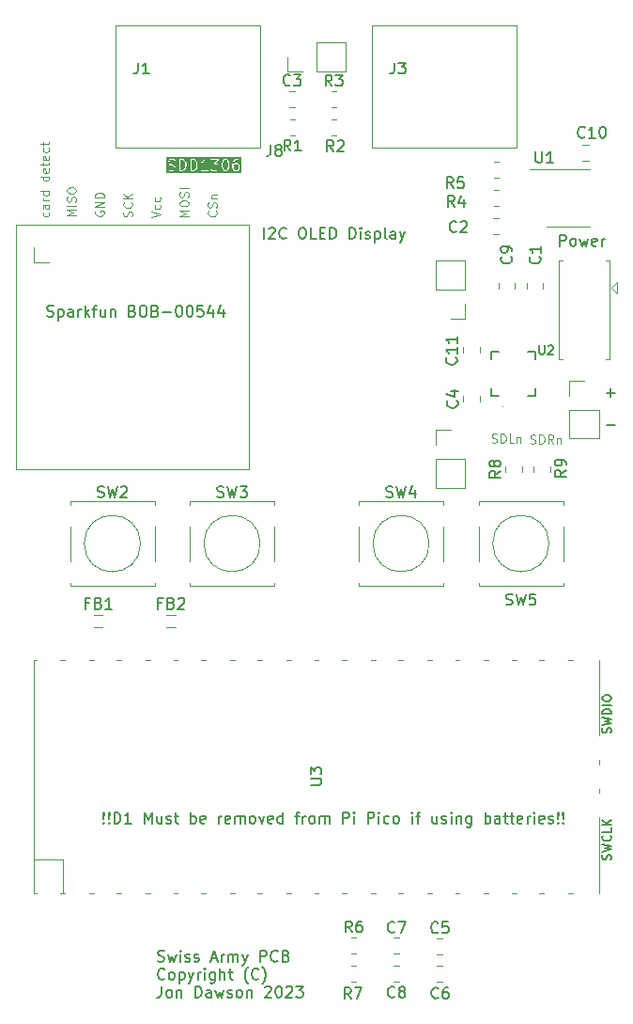
<source format=gto>
G04 #@! TF.GenerationSoftware,KiCad,Pcbnew,7.0.5-unknown-202306101748~6fbdf8f0e2~ubuntu22.04.1*
G04 #@! TF.CreationDate,2023-09-30T13:34:23+01:00*
G04 #@! TF.ProjectId,things,7468696e-6773-42e6-9b69-6361645f7063,rev?*
G04 #@! TF.SameCoordinates,Original*
G04 #@! TF.FileFunction,Legend,Top*
G04 #@! TF.FilePolarity,Positive*
%FSLAX46Y46*%
G04 Gerber Fmt 4.6, Leading zero omitted, Abs format (unit mm)*
G04 Created by KiCad (PCBNEW 7.0.5-unknown-202306101748~6fbdf8f0e2~ubuntu22.04.1) date 2023-09-30 13:34:23*
%MOMM*%
%LPD*%
G01*
G04 APERTURE LIST*
%ADD10C,0.125000*%
%ADD11C,0.150000*%
%ADD12C,0.100000*%
%ADD13C,0.120000*%
%ADD14C,0.127000*%
G04 APERTURE END LIST*
D10*
X146919616Y-138922500D02*
X147033902Y-138960595D01*
X147033902Y-138960595D02*
X147224378Y-138960595D01*
X147224378Y-138960595D02*
X147300569Y-138922500D01*
X147300569Y-138922500D02*
X147338664Y-138884404D01*
X147338664Y-138884404D02*
X147376759Y-138808214D01*
X147376759Y-138808214D02*
X147376759Y-138732023D01*
X147376759Y-138732023D02*
X147338664Y-138655833D01*
X147338664Y-138655833D02*
X147300569Y-138617738D01*
X147300569Y-138617738D02*
X147224378Y-138579642D01*
X147224378Y-138579642D02*
X147071997Y-138541547D01*
X147071997Y-138541547D02*
X146995807Y-138503452D01*
X146995807Y-138503452D02*
X146957712Y-138465357D01*
X146957712Y-138465357D02*
X146919616Y-138389166D01*
X146919616Y-138389166D02*
X146919616Y-138312976D01*
X146919616Y-138312976D02*
X146957712Y-138236785D01*
X146957712Y-138236785D02*
X146995807Y-138198690D01*
X146995807Y-138198690D02*
X147071997Y-138160595D01*
X147071997Y-138160595D02*
X147262474Y-138160595D01*
X147262474Y-138160595D02*
X147376759Y-138198690D01*
X147719617Y-138960595D02*
X147719617Y-138160595D01*
X147719617Y-138160595D02*
X147910093Y-138160595D01*
X147910093Y-138160595D02*
X148024379Y-138198690D01*
X148024379Y-138198690D02*
X148100569Y-138274880D01*
X148100569Y-138274880D02*
X148138664Y-138351071D01*
X148138664Y-138351071D02*
X148176760Y-138503452D01*
X148176760Y-138503452D02*
X148176760Y-138617738D01*
X148176760Y-138617738D02*
X148138664Y-138770119D01*
X148138664Y-138770119D02*
X148100569Y-138846309D01*
X148100569Y-138846309D02*
X148024379Y-138922500D01*
X148024379Y-138922500D02*
X147910093Y-138960595D01*
X147910093Y-138960595D02*
X147719617Y-138960595D01*
X148976760Y-138960595D02*
X148710093Y-138579642D01*
X148519617Y-138960595D02*
X148519617Y-138160595D01*
X148519617Y-138160595D02*
X148824379Y-138160595D01*
X148824379Y-138160595D02*
X148900569Y-138198690D01*
X148900569Y-138198690D02*
X148938664Y-138236785D01*
X148938664Y-138236785D02*
X148976760Y-138312976D01*
X148976760Y-138312976D02*
X148976760Y-138427261D01*
X148976760Y-138427261D02*
X148938664Y-138503452D01*
X148938664Y-138503452D02*
X148900569Y-138541547D01*
X148900569Y-138541547D02*
X148824379Y-138579642D01*
X148824379Y-138579642D02*
X148519617Y-138579642D01*
X149319617Y-138427261D02*
X149319617Y-138960595D01*
X149319617Y-138503452D02*
X149357712Y-138465357D01*
X149357712Y-138465357D02*
X149433902Y-138427261D01*
X149433902Y-138427261D02*
X149548188Y-138427261D01*
X149548188Y-138427261D02*
X149624379Y-138465357D01*
X149624379Y-138465357D02*
X149662474Y-138541547D01*
X149662474Y-138541547D02*
X149662474Y-138960595D01*
D11*
X108446779Y-173054580D02*
X108494398Y-173102200D01*
X108494398Y-173102200D02*
X108446779Y-173149819D01*
X108446779Y-173149819D02*
X108399160Y-173102200D01*
X108399160Y-173102200D02*
X108446779Y-173054580D01*
X108446779Y-173054580D02*
X108446779Y-173149819D01*
X108446779Y-172768866D02*
X108399160Y-172197438D01*
X108399160Y-172197438D02*
X108446779Y-172149819D01*
X108446779Y-172149819D02*
X108494398Y-172197438D01*
X108494398Y-172197438D02*
X108446779Y-172768866D01*
X108446779Y-172768866D02*
X108446779Y-172149819D01*
X108922969Y-173054580D02*
X108970588Y-173102200D01*
X108970588Y-173102200D02*
X108922969Y-173149819D01*
X108922969Y-173149819D02*
X108875350Y-173102200D01*
X108875350Y-173102200D02*
X108922969Y-173054580D01*
X108922969Y-173054580D02*
X108922969Y-173149819D01*
X108922969Y-172768866D02*
X108875350Y-172197438D01*
X108875350Y-172197438D02*
X108922969Y-172149819D01*
X108922969Y-172149819D02*
X108970588Y-172197438D01*
X108970588Y-172197438D02*
X108922969Y-172768866D01*
X108922969Y-172768866D02*
X108922969Y-172149819D01*
X109399159Y-173149819D02*
X109399159Y-172149819D01*
X109399159Y-172149819D02*
X109637254Y-172149819D01*
X109637254Y-172149819D02*
X109780111Y-172197438D01*
X109780111Y-172197438D02*
X109875349Y-172292676D01*
X109875349Y-172292676D02*
X109922968Y-172387914D01*
X109922968Y-172387914D02*
X109970587Y-172578390D01*
X109970587Y-172578390D02*
X109970587Y-172721247D01*
X109970587Y-172721247D02*
X109922968Y-172911723D01*
X109922968Y-172911723D02*
X109875349Y-173006961D01*
X109875349Y-173006961D02*
X109780111Y-173102200D01*
X109780111Y-173102200D02*
X109637254Y-173149819D01*
X109637254Y-173149819D02*
X109399159Y-173149819D01*
X110922968Y-173149819D02*
X110351540Y-173149819D01*
X110637254Y-173149819D02*
X110637254Y-172149819D01*
X110637254Y-172149819D02*
X110542016Y-172292676D01*
X110542016Y-172292676D02*
X110446778Y-172387914D01*
X110446778Y-172387914D02*
X110351540Y-172435533D01*
X112113445Y-173149819D02*
X112113445Y-172149819D01*
X112113445Y-172149819D02*
X112446778Y-172864104D01*
X112446778Y-172864104D02*
X112780111Y-172149819D01*
X112780111Y-172149819D02*
X112780111Y-173149819D01*
X113684873Y-172483152D02*
X113684873Y-173149819D01*
X113256302Y-172483152D02*
X113256302Y-173006961D01*
X113256302Y-173006961D02*
X113303921Y-173102200D01*
X113303921Y-173102200D02*
X113399159Y-173149819D01*
X113399159Y-173149819D02*
X113542016Y-173149819D01*
X113542016Y-173149819D02*
X113637254Y-173102200D01*
X113637254Y-173102200D02*
X113684873Y-173054580D01*
X114113445Y-173102200D02*
X114208683Y-173149819D01*
X114208683Y-173149819D02*
X114399159Y-173149819D01*
X114399159Y-173149819D02*
X114494397Y-173102200D01*
X114494397Y-173102200D02*
X114542016Y-173006961D01*
X114542016Y-173006961D02*
X114542016Y-172959342D01*
X114542016Y-172959342D02*
X114494397Y-172864104D01*
X114494397Y-172864104D02*
X114399159Y-172816485D01*
X114399159Y-172816485D02*
X114256302Y-172816485D01*
X114256302Y-172816485D02*
X114161064Y-172768866D01*
X114161064Y-172768866D02*
X114113445Y-172673628D01*
X114113445Y-172673628D02*
X114113445Y-172626009D01*
X114113445Y-172626009D02*
X114161064Y-172530771D01*
X114161064Y-172530771D02*
X114256302Y-172483152D01*
X114256302Y-172483152D02*
X114399159Y-172483152D01*
X114399159Y-172483152D02*
X114494397Y-172530771D01*
X114827731Y-172483152D02*
X115208683Y-172483152D01*
X114970588Y-172149819D02*
X114970588Y-173006961D01*
X114970588Y-173006961D02*
X115018207Y-173102200D01*
X115018207Y-173102200D02*
X115113445Y-173149819D01*
X115113445Y-173149819D02*
X115208683Y-173149819D01*
X116303922Y-173149819D02*
X116303922Y-172149819D01*
X116303922Y-172530771D02*
X116399160Y-172483152D01*
X116399160Y-172483152D02*
X116589636Y-172483152D01*
X116589636Y-172483152D02*
X116684874Y-172530771D01*
X116684874Y-172530771D02*
X116732493Y-172578390D01*
X116732493Y-172578390D02*
X116780112Y-172673628D01*
X116780112Y-172673628D02*
X116780112Y-172959342D01*
X116780112Y-172959342D02*
X116732493Y-173054580D01*
X116732493Y-173054580D02*
X116684874Y-173102200D01*
X116684874Y-173102200D02*
X116589636Y-173149819D01*
X116589636Y-173149819D02*
X116399160Y-173149819D01*
X116399160Y-173149819D02*
X116303922Y-173102200D01*
X117589636Y-173102200D02*
X117494398Y-173149819D01*
X117494398Y-173149819D02*
X117303922Y-173149819D01*
X117303922Y-173149819D02*
X117208684Y-173102200D01*
X117208684Y-173102200D02*
X117161065Y-173006961D01*
X117161065Y-173006961D02*
X117161065Y-172626009D01*
X117161065Y-172626009D02*
X117208684Y-172530771D01*
X117208684Y-172530771D02*
X117303922Y-172483152D01*
X117303922Y-172483152D02*
X117494398Y-172483152D01*
X117494398Y-172483152D02*
X117589636Y-172530771D01*
X117589636Y-172530771D02*
X117637255Y-172626009D01*
X117637255Y-172626009D02*
X117637255Y-172721247D01*
X117637255Y-172721247D02*
X117161065Y-172816485D01*
X118827732Y-173149819D02*
X118827732Y-172483152D01*
X118827732Y-172673628D02*
X118875351Y-172578390D01*
X118875351Y-172578390D02*
X118922970Y-172530771D01*
X118922970Y-172530771D02*
X119018208Y-172483152D01*
X119018208Y-172483152D02*
X119113446Y-172483152D01*
X119827732Y-173102200D02*
X119732494Y-173149819D01*
X119732494Y-173149819D02*
X119542018Y-173149819D01*
X119542018Y-173149819D02*
X119446780Y-173102200D01*
X119446780Y-173102200D02*
X119399161Y-173006961D01*
X119399161Y-173006961D02*
X119399161Y-172626009D01*
X119399161Y-172626009D02*
X119446780Y-172530771D01*
X119446780Y-172530771D02*
X119542018Y-172483152D01*
X119542018Y-172483152D02*
X119732494Y-172483152D01*
X119732494Y-172483152D02*
X119827732Y-172530771D01*
X119827732Y-172530771D02*
X119875351Y-172626009D01*
X119875351Y-172626009D02*
X119875351Y-172721247D01*
X119875351Y-172721247D02*
X119399161Y-172816485D01*
X120303923Y-173149819D02*
X120303923Y-172483152D01*
X120303923Y-172578390D02*
X120351542Y-172530771D01*
X120351542Y-172530771D02*
X120446780Y-172483152D01*
X120446780Y-172483152D02*
X120589637Y-172483152D01*
X120589637Y-172483152D02*
X120684875Y-172530771D01*
X120684875Y-172530771D02*
X120732494Y-172626009D01*
X120732494Y-172626009D02*
X120732494Y-173149819D01*
X120732494Y-172626009D02*
X120780113Y-172530771D01*
X120780113Y-172530771D02*
X120875351Y-172483152D01*
X120875351Y-172483152D02*
X121018208Y-172483152D01*
X121018208Y-172483152D02*
X121113447Y-172530771D01*
X121113447Y-172530771D02*
X121161066Y-172626009D01*
X121161066Y-172626009D02*
X121161066Y-173149819D01*
X121780113Y-173149819D02*
X121684875Y-173102200D01*
X121684875Y-173102200D02*
X121637256Y-173054580D01*
X121637256Y-173054580D02*
X121589637Y-172959342D01*
X121589637Y-172959342D02*
X121589637Y-172673628D01*
X121589637Y-172673628D02*
X121637256Y-172578390D01*
X121637256Y-172578390D02*
X121684875Y-172530771D01*
X121684875Y-172530771D02*
X121780113Y-172483152D01*
X121780113Y-172483152D02*
X121922970Y-172483152D01*
X121922970Y-172483152D02*
X122018208Y-172530771D01*
X122018208Y-172530771D02*
X122065827Y-172578390D01*
X122065827Y-172578390D02*
X122113446Y-172673628D01*
X122113446Y-172673628D02*
X122113446Y-172959342D01*
X122113446Y-172959342D02*
X122065827Y-173054580D01*
X122065827Y-173054580D02*
X122018208Y-173102200D01*
X122018208Y-173102200D02*
X121922970Y-173149819D01*
X121922970Y-173149819D02*
X121780113Y-173149819D01*
X122446780Y-172483152D02*
X122684875Y-173149819D01*
X122684875Y-173149819D02*
X122922970Y-172483152D01*
X123684875Y-173102200D02*
X123589637Y-173149819D01*
X123589637Y-173149819D02*
X123399161Y-173149819D01*
X123399161Y-173149819D02*
X123303923Y-173102200D01*
X123303923Y-173102200D02*
X123256304Y-173006961D01*
X123256304Y-173006961D02*
X123256304Y-172626009D01*
X123256304Y-172626009D02*
X123303923Y-172530771D01*
X123303923Y-172530771D02*
X123399161Y-172483152D01*
X123399161Y-172483152D02*
X123589637Y-172483152D01*
X123589637Y-172483152D02*
X123684875Y-172530771D01*
X123684875Y-172530771D02*
X123732494Y-172626009D01*
X123732494Y-172626009D02*
X123732494Y-172721247D01*
X123732494Y-172721247D02*
X123256304Y-172816485D01*
X124589637Y-173149819D02*
X124589637Y-172149819D01*
X124589637Y-173102200D02*
X124494399Y-173149819D01*
X124494399Y-173149819D02*
X124303923Y-173149819D01*
X124303923Y-173149819D02*
X124208685Y-173102200D01*
X124208685Y-173102200D02*
X124161066Y-173054580D01*
X124161066Y-173054580D02*
X124113447Y-172959342D01*
X124113447Y-172959342D02*
X124113447Y-172673628D01*
X124113447Y-172673628D02*
X124161066Y-172578390D01*
X124161066Y-172578390D02*
X124208685Y-172530771D01*
X124208685Y-172530771D02*
X124303923Y-172483152D01*
X124303923Y-172483152D02*
X124494399Y-172483152D01*
X124494399Y-172483152D02*
X124589637Y-172530771D01*
X125684876Y-172483152D02*
X126065828Y-172483152D01*
X125827733Y-173149819D02*
X125827733Y-172292676D01*
X125827733Y-172292676D02*
X125875352Y-172197438D01*
X125875352Y-172197438D02*
X125970590Y-172149819D01*
X125970590Y-172149819D02*
X126065828Y-172149819D01*
X126399162Y-173149819D02*
X126399162Y-172483152D01*
X126399162Y-172673628D02*
X126446781Y-172578390D01*
X126446781Y-172578390D02*
X126494400Y-172530771D01*
X126494400Y-172530771D02*
X126589638Y-172483152D01*
X126589638Y-172483152D02*
X126684876Y-172483152D01*
X127161067Y-173149819D02*
X127065829Y-173102200D01*
X127065829Y-173102200D02*
X127018210Y-173054580D01*
X127018210Y-173054580D02*
X126970591Y-172959342D01*
X126970591Y-172959342D02*
X126970591Y-172673628D01*
X126970591Y-172673628D02*
X127018210Y-172578390D01*
X127018210Y-172578390D02*
X127065829Y-172530771D01*
X127065829Y-172530771D02*
X127161067Y-172483152D01*
X127161067Y-172483152D02*
X127303924Y-172483152D01*
X127303924Y-172483152D02*
X127399162Y-172530771D01*
X127399162Y-172530771D02*
X127446781Y-172578390D01*
X127446781Y-172578390D02*
X127494400Y-172673628D01*
X127494400Y-172673628D02*
X127494400Y-172959342D01*
X127494400Y-172959342D02*
X127446781Y-173054580D01*
X127446781Y-173054580D02*
X127399162Y-173102200D01*
X127399162Y-173102200D02*
X127303924Y-173149819D01*
X127303924Y-173149819D02*
X127161067Y-173149819D01*
X127922972Y-173149819D02*
X127922972Y-172483152D01*
X127922972Y-172578390D02*
X127970591Y-172530771D01*
X127970591Y-172530771D02*
X128065829Y-172483152D01*
X128065829Y-172483152D02*
X128208686Y-172483152D01*
X128208686Y-172483152D02*
X128303924Y-172530771D01*
X128303924Y-172530771D02*
X128351543Y-172626009D01*
X128351543Y-172626009D02*
X128351543Y-173149819D01*
X128351543Y-172626009D02*
X128399162Y-172530771D01*
X128399162Y-172530771D02*
X128494400Y-172483152D01*
X128494400Y-172483152D02*
X128637257Y-172483152D01*
X128637257Y-172483152D02*
X128732496Y-172530771D01*
X128732496Y-172530771D02*
X128780115Y-172626009D01*
X128780115Y-172626009D02*
X128780115Y-173149819D01*
X130018210Y-173149819D02*
X130018210Y-172149819D01*
X130018210Y-172149819D02*
X130399162Y-172149819D01*
X130399162Y-172149819D02*
X130494400Y-172197438D01*
X130494400Y-172197438D02*
X130542019Y-172245057D01*
X130542019Y-172245057D02*
X130589638Y-172340295D01*
X130589638Y-172340295D02*
X130589638Y-172483152D01*
X130589638Y-172483152D02*
X130542019Y-172578390D01*
X130542019Y-172578390D02*
X130494400Y-172626009D01*
X130494400Y-172626009D02*
X130399162Y-172673628D01*
X130399162Y-172673628D02*
X130018210Y-172673628D01*
X131018210Y-173149819D02*
X131018210Y-172483152D01*
X131018210Y-172149819D02*
X130970591Y-172197438D01*
X130970591Y-172197438D02*
X131018210Y-172245057D01*
X131018210Y-172245057D02*
X131065829Y-172197438D01*
X131065829Y-172197438D02*
X131018210Y-172149819D01*
X131018210Y-172149819D02*
X131018210Y-172245057D01*
X132256305Y-173149819D02*
X132256305Y-172149819D01*
X132256305Y-172149819D02*
X132637257Y-172149819D01*
X132637257Y-172149819D02*
X132732495Y-172197438D01*
X132732495Y-172197438D02*
X132780114Y-172245057D01*
X132780114Y-172245057D02*
X132827733Y-172340295D01*
X132827733Y-172340295D02*
X132827733Y-172483152D01*
X132827733Y-172483152D02*
X132780114Y-172578390D01*
X132780114Y-172578390D02*
X132732495Y-172626009D01*
X132732495Y-172626009D02*
X132637257Y-172673628D01*
X132637257Y-172673628D02*
X132256305Y-172673628D01*
X133256305Y-173149819D02*
X133256305Y-172483152D01*
X133256305Y-172149819D02*
X133208686Y-172197438D01*
X133208686Y-172197438D02*
X133256305Y-172245057D01*
X133256305Y-172245057D02*
X133303924Y-172197438D01*
X133303924Y-172197438D02*
X133256305Y-172149819D01*
X133256305Y-172149819D02*
X133256305Y-172245057D01*
X134161066Y-173102200D02*
X134065828Y-173149819D01*
X134065828Y-173149819D02*
X133875352Y-173149819D01*
X133875352Y-173149819D02*
X133780114Y-173102200D01*
X133780114Y-173102200D02*
X133732495Y-173054580D01*
X133732495Y-173054580D02*
X133684876Y-172959342D01*
X133684876Y-172959342D02*
X133684876Y-172673628D01*
X133684876Y-172673628D02*
X133732495Y-172578390D01*
X133732495Y-172578390D02*
X133780114Y-172530771D01*
X133780114Y-172530771D02*
X133875352Y-172483152D01*
X133875352Y-172483152D02*
X134065828Y-172483152D01*
X134065828Y-172483152D02*
X134161066Y-172530771D01*
X134732495Y-173149819D02*
X134637257Y-173102200D01*
X134637257Y-173102200D02*
X134589638Y-173054580D01*
X134589638Y-173054580D02*
X134542019Y-172959342D01*
X134542019Y-172959342D02*
X134542019Y-172673628D01*
X134542019Y-172673628D02*
X134589638Y-172578390D01*
X134589638Y-172578390D02*
X134637257Y-172530771D01*
X134637257Y-172530771D02*
X134732495Y-172483152D01*
X134732495Y-172483152D02*
X134875352Y-172483152D01*
X134875352Y-172483152D02*
X134970590Y-172530771D01*
X134970590Y-172530771D02*
X135018209Y-172578390D01*
X135018209Y-172578390D02*
X135065828Y-172673628D01*
X135065828Y-172673628D02*
X135065828Y-172959342D01*
X135065828Y-172959342D02*
X135018209Y-173054580D01*
X135018209Y-173054580D02*
X134970590Y-173102200D01*
X134970590Y-173102200D02*
X134875352Y-173149819D01*
X134875352Y-173149819D02*
X134732495Y-173149819D01*
X136256305Y-173149819D02*
X136256305Y-172483152D01*
X136256305Y-172149819D02*
X136208686Y-172197438D01*
X136208686Y-172197438D02*
X136256305Y-172245057D01*
X136256305Y-172245057D02*
X136303924Y-172197438D01*
X136303924Y-172197438D02*
X136256305Y-172149819D01*
X136256305Y-172149819D02*
X136256305Y-172245057D01*
X136589638Y-172483152D02*
X136970590Y-172483152D01*
X136732495Y-173149819D02*
X136732495Y-172292676D01*
X136732495Y-172292676D02*
X136780114Y-172197438D01*
X136780114Y-172197438D02*
X136875352Y-172149819D01*
X136875352Y-172149819D02*
X136970590Y-172149819D01*
X138494400Y-172483152D02*
X138494400Y-173149819D01*
X138065829Y-172483152D02*
X138065829Y-173006961D01*
X138065829Y-173006961D02*
X138113448Y-173102200D01*
X138113448Y-173102200D02*
X138208686Y-173149819D01*
X138208686Y-173149819D02*
X138351543Y-173149819D01*
X138351543Y-173149819D02*
X138446781Y-173102200D01*
X138446781Y-173102200D02*
X138494400Y-173054580D01*
X138922972Y-173102200D02*
X139018210Y-173149819D01*
X139018210Y-173149819D02*
X139208686Y-173149819D01*
X139208686Y-173149819D02*
X139303924Y-173102200D01*
X139303924Y-173102200D02*
X139351543Y-173006961D01*
X139351543Y-173006961D02*
X139351543Y-172959342D01*
X139351543Y-172959342D02*
X139303924Y-172864104D01*
X139303924Y-172864104D02*
X139208686Y-172816485D01*
X139208686Y-172816485D02*
X139065829Y-172816485D01*
X139065829Y-172816485D02*
X138970591Y-172768866D01*
X138970591Y-172768866D02*
X138922972Y-172673628D01*
X138922972Y-172673628D02*
X138922972Y-172626009D01*
X138922972Y-172626009D02*
X138970591Y-172530771D01*
X138970591Y-172530771D02*
X139065829Y-172483152D01*
X139065829Y-172483152D02*
X139208686Y-172483152D01*
X139208686Y-172483152D02*
X139303924Y-172530771D01*
X139780115Y-173149819D02*
X139780115Y-172483152D01*
X139780115Y-172149819D02*
X139732496Y-172197438D01*
X139732496Y-172197438D02*
X139780115Y-172245057D01*
X139780115Y-172245057D02*
X139827734Y-172197438D01*
X139827734Y-172197438D02*
X139780115Y-172149819D01*
X139780115Y-172149819D02*
X139780115Y-172245057D01*
X140256305Y-172483152D02*
X140256305Y-173149819D01*
X140256305Y-172578390D02*
X140303924Y-172530771D01*
X140303924Y-172530771D02*
X140399162Y-172483152D01*
X140399162Y-172483152D02*
X140542019Y-172483152D01*
X140542019Y-172483152D02*
X140637257Y-172530771D01*
X140637257Y-172530771D02*
X140684876Y-172626009D01*
X140684876Y-172626009D02*
X140684876Y-173149819D01*
X141589638Y-172483152D02*
X141589638Y-173292676D01*
X141589638Y-173292676D02*
X141542019Y-173387914D01*
X141542019Y-173387914D02*
X141494400Y-173435533D01*
X141494400Y-173435533D02*
X141399162Y-173483152D01*
X141399162Y-173483152D02*
X141256305Y-173483152D01*
X141256305Y-173483152D02*
X141161067Y-173435533D01*
X141589638Y-173102200D02*
X141494400Y-173149819D01*
X141494400Y-173149819D02*
X141303924Y-173149819D01*
X141303924Y-173149819D02*
X141208686Y-173102200D01*
X141208686Y-173102200D02*
X141161067Y-173054580D01*
X141161067Y-173054580D02*
X141113448Y-172959342D01*
X141113448Y-172959342D02*
X141113448Y-172673628D01*
X141113448Y-172673628D02*
X141161067Y-172578390D01*
X141161067Y-172578390D02*
X141208686Y-172530771D01*
X141208686Y-172530771D02*
X141303924Y-172483152D01*
X141303924Y-172483152D02*
X141494400Y-172483152D01*
X141494400Y-172483152D02*
X141589638Y-172530771D01*
X142827734Y-173149819D02*
X142827734Y-172149819D01*
X142827734Y-172530771D02*
X142922972Y-172483152D01*
X142922972Y-172483152D02*
X143113448Y-172483152D01*
X143113448Y-172483152D02*
X143208686Y-172530771D01*
X143208686Y-172530771D02*
X143256305Y-172578390D01*
X143256305Y-172578390D02*
X143303924Y-172673628D01*
X143303924Y-172673628D02*
X143303924Y-172959342D01*
X143303924Y-172959342D02*
X143256305Y-173054580D01*
X143256305Y-173054580D02*
X143208686Y-173102200D01*
X143208686Y-173102200D02*
X143113448Y-173149819D01*
X143113448Y-173149819D02*
X142922972Y-173149819D01*
X142922972Y-173149819D02*
X142827734Y-173102200D01*
X144161067Y-173149819D02*
X144161067Y-172626009D01*
X144161067Y-172626009D02*
X144113448Y-172530771D01*
X144113448Y-172530771D02*
X144018210Y-172483152D01*
X144018210Y-172483152D02*
X143827734Y-172483152D01*
X143827734Y-172483152D02*
X143732496Y-172530771D01*
X144161067Y-173102200D02*
X144065829Y-173149819D01*
X144065829Y-173149819D02*
X143827734Y-173149819D01*
X143827734Y-173149819D02*
X143732496Y-173102200D01*
X143732496Y-173102200D02*
X143684877Y-173006961D01*
X143684877Y-173006961D02*
X143684877Y-172911723D01*
X143684877Y-172911723D02*
X143732496Y-172816485D01*
X143732496Y-172816485D02*
X143827734Y-172768866D01*
X143827734Y-172768866D02*
X144065829Y-172768866D01*
X144065829Y-172768866D02*
X144161067Y-172721247D01*
X144494401Y-172483152D02*
X144875353Y-172483152D01*
X144637258Y-172149819D02*
X144637258Y-173006961D01*
X144637258Y-173006961D02*
X144684877Y-173102200D01*
X144684877Y-173102200D02*
X144780115Y-173149819D01*
X144780115Y-173149819D02*
X144875353Y-173149819D01*
X145065830Y-172483152D02*
X145446782Y-172483152D01*
X145208687Y-172149819D02*
X145208687Y-173006961D01*
X145208687Y-173006961D02*
X145256306Y-173102200D01*
X145256306Y-173102200D02*
X145351544Y-173149819D01*
X145351544Y-173149819D02*
X145446782Y-173149819D01*
X146161068Y-173102200D02*
X146065830Y-173149819D01*
X146065830Y-173149819D02*
X145875354Y-173149819D01*
X145875354Y-173149819D02*
X145780116Y-173102200D01*
X145780116Y-173102200D02*
X145732497Y-173006961D01*
X145732497Y-173006961D02*
X145732497Y-172626009D01*
X145732497Y-172626009D02*
X145780116Y-172530771D01*
X145780116Y-172530771D02*
X145875354Y-172483152D01*
X145875354Y-172483152D02*
X146065830Y-172483152D01*
X146065830Y-172483152D02*
X146161068Y-172530771D01*
X146161068Y-172530771D02*
X146208687Y-172626009D01*
X146208687Y-172626009D02*
X146208687Y-172721247D01*
X146208687Y-172721247D02*
X145732497Y-172816485D01*
X146637259Y-173149819D02*
X146637259Y-172483152D01*
X146637259Y-172673628D02*
X146684878Y-172578390D01*
X146684878Y-172578390D02*
X146732497Y-172530771D01*
X146732497Y-172530771D02*
X146827735Y-172483152D01*
X146827735Y-172483152D02*
X146922973Y-172483152D01*
X147256307Y-173149819D02*
X147256307Y-172483152D01*
X147256307Y-172149819D02*
X147208688Y-172197438D01*
X147208688Y-172197438D02*
X147256307Y-172245057D01*
X147256307Y-172245057D02*
X147303926Y-172197438D01*
X147303926Y-172197438D02*
X147256307Y-172149819D01*
X147256307Y-172149819D02*
X147256307Y-172245057D01*
X148113449Y-173102200D02*
X148018211Y-173149819D01*
X148018211Y-173149819D02*
X147827735Y-173149819D01*
X147827735Y-173149819D02*
X147732497Y-173102200D01*
X147732497Y-173102200D02*
X147684878Y-173006961D01*
X147684878Y-173006961D02*
X147684878Y-172626009D01*
X147684878Y-172626009D02*
X147732497Y-172530771D01*
X147732497Y-172530771D02*
X147827735Y-172483152D01*
X147827735Y-172483152D02*
X148018211Y-172483152D01*
X148018211Y-172483152D02*
X148113449Y-172530771D01*
X148113449Y-172530771D02*
X148161068Y-172626009D01*
X148161068Y-172626009D02*
X148161068Y-172721247D01*
X148161068Y-172721247D02*
X147684878Y-172816485D01*
X148542021Y-173102200D02*
X148637259Y-173149819D01*
X148637259Y-173149819D02*
X148827735Y-173149819D01*
X148827735Y-173149819D02*
X148922973Y-173102200D01*
X148922973Y-173102200D02*
X148970592Y-173006961D01*
X148970592Y-173006961D02*
X148970592Y-172959342D01*
X148970592Y-172959342D02*
X148922973Y-172864104D01*
X148922973Y-172864104D02*
X148827735Y-172816485D01*
X148827735Y-172816485D02*
X148684878Y-172816485D01*
X148684878Y-172816485D02*
X148589640Y-172768866D01*
X148589640Y-172768866D02*
X148542021Y-172673628D01*
X148542021Y-172673628D02*
X148542021Y-172626009D01*
X148542021Y-172626009D02*
X148589640Y-172530771D01*
X148589640Y-172530771D02*
X148684878Y-172483152D01*
X148684878Y-172483152D02*
X148827735Y-172483152D01*
X148827735Y-172483152D02*
X148922973Y-172530771D01*
X149399164Y-173054580D02*
X149446783Y-173102200D01*
X149446783Y-173102200D02*
X149399164Y-173149819D01*
X149399164Y-173149819D02*
X149351545Y-173102200D01*
X149351545Y-173102200D02*
X149399164Y-173054580D01*
X149399164Y-173054580D02*
X149399164Y-173149819D01*
X149399164Y-172768866D02*
X149351545Y-172197438D01*
X149351545Y-172197438D02*
X149399164Y-172149819D01*
X149399164Y-172149819D02*
X149446783Y-172197438D01*
X149446783Y-172197438D02*
X149399164Y-172768866D01*
X149399164Y-172768866D02*
X149399164Y-172149819D01*
X149875354Y-173054580D02*
X149922973Y-173102200D01*
X149922973Y-173102200D02*
X149875354Y-173149819D01*
X149875354Y-173149819D02*
X149827735Y-173102200D01*
X149827735Y-173102200D02*
X149875354Y-173054580D01*
X149875354Y-173054580D02*
X149875354Y-173149819D01*
X149875354Y-172768866D02*
X149827735Y-172197438D01*
X149827735Y-172197438D02*
X149875354Y-172149819D01*
X149875354Y-172149819D02*
X149922973Y-172197438D01*
X149922973Y-172197438D02*
X149875354Y-172768866D01*
X149875354Y-172768866D02*
X149875354Y-172149819D01*
D10*
X143434616Y-138837500D02*
X143548902Y-138875595D01*
X143548902Y-138875595D02*
X143739378Y-138875595D01*
X143739378Y-138875595D02*
X143815569Y-138837500D01*
X143815569Y-138837500D02*
X143853664Y-138799404D01*
X143853664Y-138799404D02*
X143891759Y-138723214D01*
X143891759Y-138723214D02*
X143891759Y-138647023D01*
X143891759Y-138647023D02*
X143853664Y-138570833D01*
X143853664Y-138570833D02*
X143815569Y-138532738D01*
X143815569Y-138532738D02*
X143739378Y-138494642D01*
X143739378Y-138494642D02*
X143586997Y-138456547D01*
X143586997Y-138456547D02*
X143510807Y-138418452D01*
X143510807Y-138418452D02*
X143472712Y-138380357D01*
X143472712Y-138380357D02*
X143434616Y-138304166D01*
X143434616Y-138304166D02*
X143434616Y-138227976D01*
X143434616Y-138227976D02*
X143472712Y-138151785D01*
X143472712Y-138151785D02*
X143510807Y-138113690D01*
X143510807Y-138113690D02*
X143586997Y-138075595D01*
X143586997Y-138075595D02*
X143777474Y-138075595D01*
X143777474Y-138075595D02*
X143891759Y-138113690D01*
X144234617Y-138875595D02*
X144234617Y-138075595D01*
X144234617Y-138075595D02*
X144425093Y-138075595D01*
X144425093Y-138075595D02*
X144539379Y-138113690D01*
X144539379Y-138113690D02*
X144615569Y-138189880D01*
X144615569Y-138189880D02*
X144653664Y-138266071D01*
X144653664Y-138266071D02*
X144691760Y-138418452D01*
X144691760Y-138418452D02*
X144691760Y-138532738D01*
X144691760Y-138532738D02*
X144653664Y-138685119D01*
X144653664Y-138685119D02*
X144615569Y-138761309D01*
X144615569Y-138761309D02*
X144539379Y-138837500D01*
X144539379Y-138837500D02*
X144425093Y-138875595D01*
X144425093Y-138875595D02*
X144234617Y-138875595D01*
X145415569Y-138875595D02*
X145034617Y-138875595D01*
X145034617Y-138875595D02*
X145034617Y-138075595D01*
X145682236Y-138342261D02*
X145682236Y-138875595D01*
X145682236Y-138418452D02*
X145720331Y-138380357D01*
X145720331Y-138380357D02*
X145796521Y-138342261D01*
X145796521Y-138342261D02*
X145910807Y-138342261D01*
X145910807Y-138342261D02*
X145986998Y-138380357D01*
X145986998Y-138380357D02*
X146025093Y-138456547D01*
X146025093Y-138456547D02*
X146025093Y-138875595D01*
X103467500Y-118134430D02*
X103505595Y-118210621D01*
X103505595Y-118210621D02*
X103505595Y-118363002D01*
X103505595Y-118363002D02*
X103467500Y-118439192D01*
X103467500Y-118439192D02*
X103429404Y-118477287D01*
X103429404Y-118477287D02*
X103353214Y-118515383D01*
X103353214Y-118515383D02*
X103124642Y-118515383D01*
X103124642Y-118515383D02*
X103048452Y-118477287D01*
X103048452Y-118477287D02*
X103010357Y-118439192D01*
X103010357Y-118439192D02*
X102972261Y-118363002D01*
X102972261Y-118363002D02*
X102972261Y-118210621D01*
X102972261Y-118210621D02*
X103010357Y-118134430D01*
X103505595Y-117448716D02*
X103086547Y-117448716D01*
X103086547Y-117448716D02*
X103010357Y-117486811D01*
X103010357Y-117486811D02*
X102972261Y-117563002D01*
X102972261Y-117563002D02*
X102972261Y-117715383D01*
X102972261Y-117715383D02*
X103010357Y-117791573D01*
X103467500Y-117448716D02*
X103505595Y-117524907D01*
X103505595Y-117524907D02*
X103505595Y-117715383D01*
X103505595Y-117715383D02*
X103467500Y-117791573D01*
X103467500Y-117791573D02*
X103391309Y-117829669D01*
X103391309Y-117829669D02*
X103315119Y-117829669D01*
X103315119Y-117829669D02*
X103238928Y-117791573D01*
X103238928Y-117791573D02*
X103200833Y-117715383D01*
X103200833Y-117715383D02*
X103200833Y-117524907D01*
X103200833Y-117524907D02*
X103162738Y-117448716D01*
X103505595Y-117067763D02*
X102972261Y-117067763D01*
X103124642Y-117067763D02*
X103048452Y-117029668D01*
X103048452Y-117029668D02*
X103010357Y-116991573D01*
X103010357Y-116991573D02*
X102972261Y-116915382D01*
X102972261Y-116915382D02*
X102972261Y-116839192D01*
X103505595Y-116229668D02*
X102705595Y-116229668D01*
X103467500Y-116229668D02*
X103505595Y-116305859D01*
X103505595Y-116305859D02*
X103505595Y-116458240D01*
X103505595Y-116458240D02*
X103467500Y-116534430D01*
X103467500Y-116534430D02*
X103429404Y-116572525D01*
X103429404Y-116572525D02*
X103353214Y-116610621D01*
X103353214Y-116610621D02*
X103124642Y-116610621D01*
X103124642Y-116610621D02*
X103048452Y-116572525D01*
X103048452Y-116572525D02*
X103010357Y-116534430D01*
X103010357Y-116534430D02*
X102972261Y-116458240D01*
X102972261Y-116458240D02*
X102972261Y-116305859D01*
X102972261Y-116305859D02*
X103010357Y-116229668D01*
X103505595Y-114896334D02*
X102705595Y-114896334D01*
X103467500Y-114896334D02*
X103505595Y-114972525D01*
X103505595Y-114972525D02*
X103505595Y-115124906D01*
X103505595Y-115124906D02*
X103467500Y-115201096D01*
X103467500Y-115201096D02*
X103429404Y-115239191D01*
X103429404Y-115239191D02*
X103353214Y-115277287D01*
X103353214Y-115277287D02*
X103124642Y-115277287D01*
X103124642Y-115277287D02*
X103048452Y-115239191D01*
X103048452Y-115239191D02*
X103010357Y-115201096D01*
X103010357Y-115201096D02*
X102972261Y-115124906D01*
X102972261Y-115124906D02*
X102972261Y-114972525D01*
X102972261Y-114972525D02*
X103010357Y-114896334D01*
X103467500Y-114210619D02*
X103505595Y-114286810D01*
X103505595Y-114286810D02*
X103505595Y-114439191D01*
X103505595Y-114439191D02*
X103467500Y-114515381D01*
X103467500Y-114515381D02*
X103391309Y-114553477D01*
X103391309Y-114553477D02*
X103086547Y-114553477D01*
X103086547Y-114553477D02*
X103010357Y-114515381D01*
X103010357Y-114515381D02*
X102972261Y-114439191D01*
X102972261Y-114439191D02*
X102972261Y-114286810D01*
X102972261Y-114286810D02*
X103010357Y-114210619D01*
X103010357Y-114210619D02*
X103086547Y-114172524D01*
X103086547Y-114172524D02*
X103162738Y-114172524D01*
X103162738Y-114172524D02*
X103238928Y-114553477D01*
X102972261Y-113943953D02*
X102972261Y-113639191D01*
X102705595Y-113829667D02*
X103391309Y-113829667D01*
X103391309Y-113829667D02*
X103467500Y-113791572D01*
X103467500Y-113791572D02*
X103505595Y-113715382D01*
X103505595Y-113715382D02*
X103505595Y-113639191D01*
X103467500Y-113067762D02*
X103505595Y-113143953D01*
X103505595Y-113143953D02*
X103505595Y-113296334D01*
X103505595Y-113296334D02*
X103467500Y-113372524D01*
X103467500Y-113372524D02*
X103391309Y-113410620D01*
X103391309Y-113410620D02*
X103086547Y-113410620D01*
X103086547Y-113410620D02*
X103010357Y-113372524D01*
X103010357Y-113372524D02*
X102972261Y-113296334D01*
X102972261Y-113296334D02*
X102972261Y-113143953D01*
X102972261Y-113143953D02*
X103010357Y-113067762D01*
X103010357Y-113067762D02*
X103086547Y-113029667D01*
X103086547Y-113029667D02*
X103162738Y-113029667D01*
X103162738Y-113029667D02*
X103238928Y-113410620D01*
X103467500Y-112343953D02*
X103505595Y-112420144D01*
X103505595Y-112420144D02*
X103505595Y-112572525D01*
X103505595Y-112572525D02*
X103467500Y-112648715D01*
X103467500Y-112648715D02*
X103429404Y-112686810D01*
X103429404Y-112686810D02*
X103353214Y-112724906D01*
X103353214Y-112724906D02*
X103124642Y-112724906D01*
X103124642Y-112724906D02*
X103048452Y-112686810D01*
X103048452Y-112686810D02*
X103010357Y-112648715D01*
X103010357Y-112648715D02*
X102972261Y-112572525D01*
X102972261Y-112572525D02*
X102972261Y-112420144D01*
X102972261Y-112420144D02*
X103010357Y-112343953D01*
X102972261Y-112115382D02*
X102972261Y-111810620D01*
X102705595Y-112001096D02*
X103391309Y-112001096D01*
X103391309Y-112001096D02*
X103467500Y-111963001D01*
X103467500Y-111963001D02*
X103505595Y-111886811D01*
X103505595Y-111886811D02*
X103505595Y-111810620D01*
D11*
X153786779Y-134388866D02*
X154548684Y-134388866D01*
X154167731Y-134769819D02*
X154167731Y-134007914D01*
X103339160Y-127472200D02*
X103482017Y-127519819D01*
X103482017Y-127519819D02*
X103720112Y-127519819D01*
X103720112Y-127519819D02*
X103815350Y-127472200D01*
X103815350Y-127472200D02*
X103862969Y-127424580D01*
X103862969Y-127424580D02*
X103910588Y-127329342D01*
X103910588Y-127329342D02*
X103910588Y-127234104D01*
X103910588Y-127234104D02*
X103862969Y-127138866D01*
X103862969Y-127138866D02*
X103815350Y-127091247D01*
X103815350Y-127091247D02*
X103720112Y-127043628D01*
X103720112Y-127043628D02*
X103529636Y-126996009D01*
X103529636Y-126996009D02*
X103434398Y-126948390D01*
X103434398Y-126948390D02*
X103386779Y-126900771D01*
X103386779Y-126900771D02*
X103339160Y-126805533D01*
X103339160Y-126805533D02*
X103339160Y-126710295D01*
X103339160Y-126710295D02*
X103386779Y-126615057D01*
X103386779Y-126615057D02*
X103434398Y-126567438D01*
X103434398Y-126567438D02*
X103529636Y-126519819D01*
X103529636Y-126519819D02*
X103767731Y-126519819D01*
X103767731Y-126519819D02*
X103910588Y-126567438D01*
X104339160Y-126853152D02*
X104339160Y-127853152D01*
X104339160Y-126900771D02*
X104434398Y-126853152D01*
X104434398Y-126853152D02*
X104624874Y-126853152D01*
X104624874Y-126853152D02*
X104720112Y-126900771D01*
X104720112Y-126900771D02*
X104767731Y-126948390D01*
X104767731Y-126948390D02*
X104815350Y-127043628D01*
X104815350Y-127043628D02*
X104815350Y-127329342D01*
X104815350Y-127329342D02*
X104767731Y-127424580D01*
X104767731Y-127424580D02*
X104720112Y-127472200D01*
X104720112Y-127472200D02*
X104624874Y-127519819D01*
X104624874Y-127519819D02*
X104434398Y-127519819D01*
X104434398Y-127519819D02*
X104339160Y-127472200D01*
X105672493Y-127519819D02*
X105672493Y-126996009D01*
X105672493Y-126996009D02*
X105624874Y-126900771D01*
X105624874Y-126900771D02*
X105529636Y-126853152D01*
X105529636Y-126853152D02*
X105339160Y-126853152D01*
X105339160Y-126853152D02*
X105243922Y-126900771D01*
X105672493Y-127472200D02*
X105577255Y-127519819D01*
X105577255Y-127519819D02*
X105339160Y-127519819D01*
X105339160Y-127519819D02*
X105243922Y-127472200D01*
X105243922Y-127472200D02*
X105196303Y-127376961D01*
X105196303Y-127376961D02*
X105196303Y-127281723D01*
X105196303Y-127281723D02*
X105243922Y-127186485D01*
X105243922Y-127186485D02*
X105339160Y-127138866D01*
X105339160Y-127138866D02*
X105577255Y-127138866D01*
X105577255Y-127138866D02*
X105672493Y-127091247D01*
X106148684Y-127519819D02*
X106148684Y-126853152D01*
X106148684Y-127043628D02*
X106196303Y-126948390D01*
X106196303Y-126948390D02*
X106243922Y-126900771D01*
X106243922Y-126900771D02*
X106339160Y-126853152D01*
X106339160Y-126853152D02*
X106434398Y-126853152D01*
X106767732Y-127519819D02*
X106767732Y-126519819D01*
X106862970Y-127138866D02*
X107148684Y-127519819D01*
X107148684Y-126853152D02*
X106767732Y-127234104D01*
X107434399Y-126853152D02*
X107815351Y-126853152D01*
X107577256Y-127519819D02*
X107577256Y-126662676D01*
X107577256Y-126662676D02*
X107624875Y-126567438D01*
X107624875Y-126567438D02*
X107720113Y-126519819D01*
X107720113Y-126519819D02*
X107815351Y-126519819D01*
X108577256Y-126853152D02*
X108577256Y-127519819D01*
X108148685Y-126853152D02*
X108148685Y-127376961D01*
X108148685Y-127376961D02*
X108196304Y-127472200D01*
X108196304Y-127472200D02*
X108291542Y-127519819D01*
X108291542Y-127519819D02*
X108434399Y-127519819D01*
X108434399Y-127519819D02*
X108529637Y-127472200D01*
X108529637Y-127472200D02*
X108577256Y-127424580D01*
X109053447Y-126853152D02*
X109053447Y-127519819D01*
X109053447Y-126948390D02*
X109101066Y-126900771D01*
X109101066Y-126900771D02*
X109196304Y-126853152D01*
X109196304Y-126853152D02*
X109339161Y-126853152D01*
X109339161Y-126853152D02*
X109434399Y-126900771D01*
X109434399Y-126900771D02*
X109482018Y-126996009D01*
X109482018Y-126996009D02*
X109482018Y-127519819D01*
X111053447Y-126996009D02*
X111196304Y-127043628D01*
X111196304Y-127043628D02*
X111243923Y-127091247D01*
X111243923Y-127091247D02*
X111291542Y-127186485D01*
X111291542Y-127186485D02*
X111291542Y-127329342D01*
X111291542Y-127329342D02*
X111243923Y-127424580D01*
X111243923Y-127424580D02*
X111196304Y-127472200D01*
X111196304Y-127472200D02*
X111101066Y-127519819D01*
X111101066Y-127519819D02*
X110720114Y-127519819D01*
X110720114Y-127519819D02*
X110720114Y-126519819D01*
X110720114Y-126519819D02*
X111053447Y-126519819D01*
X111053447Y-126519819D02*
X111148685Y-126567438D01*
X111148685Y-126567438D02*
X111196304Y-126615057D01*
X111196304Y-126615057D02*
X111243923Y-126710295D01*
X111243923Y-126710295D02*
X111243923Y-126805533D01*
X111243923Y-126805533D02*
X111196304Y-126900771D01*
X111196304Y-126900771D02*
X111148685Y-126948390D01*
X111148685Y-126948390D02*
X111053447Y-126996009D01*
X111053447Y-126996009D02*
X110720114Y-126996009D01*
X111910590Y-126519819D02*
X112101066Y-126519819D01*
X112101066Y-126519819D02*
X112196304Y-126567438D01*
X112196304Y-126567438D02*
X112291542Y-126662676D01*
X112291542Y-126662676D02*
X112339161Y-126853152D01*
X112339161Y-126853152D02*
X112339161Y-127186485D01*
X112339161Y-127186485D02*
X112291542Y-127376961D01*
X112291542Y-127376961D02*
X112196304Y-127472200D01*
X112196304Y-127472200D02*
X112101066Y-127519819D01*
X112101066Y-127519819D02*
X111910590Y-127519819D01*
X111910590Y-127519819D02*
X111815352Y-127472200D01*
X111815352Y-127472200D02*
X111720114Y-127376961D01*
X111720114Y-127376961D02*
X111672495Y-127186485D01*
X111672495Y-127186485D02*
X111672495Y-126853152D01*
X111672495Y-126853152D02*
X111720114Y-126662676D01*
X111720114Y-126662676D02*
X111815352Y-126567438D01*
X111815352Y-126567438D02*
X111910590Y-126519819D01*
X113101066Y-126996009D02*
X113243923Y-127043628D01*
X113243923Y-127043628D02*
X113291542Y-127091247D01*
X113291542Y-127091247D02*
X113339161Y-127186485D01*
X113339161Y-127186485D02*
X113339161Y-127329342D01*
X113339161Y-127329342D02*
X113291542Y-127424580D01*
X113291542Y-127424580D02*
X113243923Y-127472200D01*
X113243923Y-127472200D02*
X113148685Y-127519819D01*
X113148685Y-127519819D02*
X112767733Y-127519819D01*
X112767733Y-127519819D02*
X112767733Y-126519819D01*
X112767733Y-126519819D02*
X113101066Y-126519819D01*
X113101066Y-126519819D02*
X113196304Y-126567438D01*
X113196304Y-126567438D02*
X113243923Y-126615057D01*
X113243923Y-126615057D02*
X113291542Y-126710295D01*
X113291542Y-126710295D02*
X113291542Y-126805533D01*
X113291542Y-126805533D02*
X113243923Y-126900771D01*
X113243923Y-126900771D02*
X113196304Y-126948390D01*
X113196304Y-126948390D02*
X113101066Y-126996009D01*
X113101066Y-126996009D02*
X112767733Y-126996009D01*
X113767733Y-127138866D02*
X114529638Y-127138866D01*
X115196304Y-126519819D02*
X115291542Y-126519819D01*
X115291542Y-126519819D02*
X115386780Y-126567438D01*
X115386780Y-126567438D02*
X115434399Y-126615057D01*
X115434399Y-126615057D02*
X115482018Y-126710295D01*
X115482018Y-126710295D02*
X115529637Y-126900771D01*
X115529637Y-126900771D02*
X115529637Y-127138866D01*
X115529637Y-127138866D02*
X115482018Y-127329342D01*
X115482018Y-127329342D02*
X115434399Y-127424580D01*
X115434399Y-127424580D02*
X115386780Y-127472200D01*
X115386780Y-127472200D02*
X115291542Y-127519819D01*
X115291542Y-127519819D02*
X115196304Y-127519819D01*
X115196304Y-127519819D02*
X115101066Y-127472200D01*
X115101066Y-127472200D02*
X115053447Y-127424580D01*
X115053447Y-127424580D02*
X115005828Y-127329342D01*
X115005828Y-127329342D02*
X114958209Y-127138866D01*
X114958209Y-127138866D02*
X114958209Y-126900771D01*
X114958209Y-126900771D02*
X115005828Y-126710295D01*
X115005828Y-126710295D02*
X115053447Y-126615057D01*
X115053447Y-126615057D02*
X115101066Y-126567438D01*
X115101066Y-126567438D02*
X115196304Y-126519819D01*
X116148685Y-126519819D02*
X116243923Y-126519819D01*
X116243923Y-126519819D02*
X116339161Y-126567438D01*
X116339161Y-126567438D02*
X116386780Y-126615057D01*
X116386780Y-126615057D02*
X116434399Y-126710295D01*
X116434399Y-126710295D02*
X116482018Y-126900771D01*
X116482018Y-126900771D02*
X116482018Y-127138866D01*
X116482018Y-127138866D02*
X116434399Y-127329342D01*
X116434399Y-127329342D02*
X116386780Y-127424580D01*
X116386780Y-127424580D02*
X116339161Y-127472200D01*
X116339161Y-127472200D02*
X116243923Y-127519819D01*
X116243923Y-127519819D02*
X116148685Y-127519819D01*
X116148685Y-127519819D02*
X116053447Y-127472200D01*
X116053447Y-127472200D02*
X116005828Y-127424580D01*
X116005828Y-127424580D02*
X115958209Y-127329342D01*
X115958209Y-127329342D02*
X115910590Y-127138866D01*
X115910590Y-127138866D02*
X115910590Y-126900771D01*
X115910590Y-126900771D02*
X115958209Y-126710295D01*
X115958209Y-126710295D02*
X116005828Y-126615057D01*
X116005828Y-126615057D02*
X116053447Y-126567438D01*
X116053447Y-126567438D02*
X116148685Y-126519819D01*
X117386780Y-126519819D02*
X116910590Y-126519819D01*
X116910590Y-126519819D02*
X116862971Y-126996009D01*
X116862971Y-126996009D02*
X116910590Y-126948390D01*
X116910590Y-126948390D02*
X117005828Y-126900771D01*
X117005828Y-126900771D02*
X117243923Y-126900771D01*
X117243923Y-126900771D02*
X117339161Y-126948390D01*
X117339161Y-126948390D02*
X117386780Y-126996009D01*
X117386780Y-126996009D02*
X117434399Y-127091247D01*
X117434399Y-127091247D02*
X117434399Y-127329342D01*
X117434399Y-127329342D02*
X117386780Y-127424580D01*
X117386780Y-127424580D02*
X117339161Y-127472200D01*
X117339161Y-127472200D02*
X117243923Y-127519819D01*
X117243923Y-127519819D02*
X117005828Y-127519819D01*
X117005828Y-127519819D02*
X116910590Y-127472200D01*
X116910590Y-127472200D02*
X116862971Y-127424580D01*
X118291542Y-126853152D02*
X118291542Y-127519819D01*
X118053447Y-126472200D02*
X117815352Y-127186485D01*
X117815352Y-127186485D02*
X118434399Y-127186485D01*
X119243923Y-126853152D02*
X119243923Y-127519819D01*
X119005828Y-126472200D02*
X118767733Y-127186485D01*
X118767733Y-127186485D02*
X119386780Y-127186485D01*
X113319160Y-185552200D02*
X113462017Y-185599819D01*
X113462017Y-185599819D02*
X113700112Y-185599819D01*
X113700112Y-185599819D02*
X113795350Y-185552200D01*
X113795350Y-185552200D02*
X113842969Y-185504580D01*
X113842969Y-185504580D02*
X113890588Y-185409342D01*
X113890588Y-185409342D02*
X113890588Y-185314104D01*
X113890588Y-185314104D02*
X113842969Y-185218866D01*
X113842969Y-185218866D02*
X113795350Y-185171247D01*
X113795350Y-185171247D02*
X113700112Y-185123628D01*
X113700112Y-185123628D02*
X113509636Y-185076009D01*
X113509636Y-185076009D02*
X113414398Y-185028390D01*
X113414398Y-185028390D02*
X113366779Y-184980771D01*
X113366779Y-184980771D02*
X113319160Y-184885533D01*
X113319160Y-184885533D02*
X113319160Y-184790295D01*
X113319160Y-184790295D02*
X113366779Y-184695057D01*
X113366779Y-184695057D02*
X113414398Y-184647438D01*
X113414398Y-184647438D02*
X113509636Y-184599819D01*
X113509636Y-184599819D02*
X113747731Y-184599819D01*
X113747731Y-184599819D02*
X113890588Y-184647438D01*
X114223922Y-184933152D02*
X114414398Y-185599819D01*
X114414398Y-185599819D02*
X114604874Y-185123628D01*
X114604874Y-185123628D02*
X114795350Y-185599819D01*
X114795350Y-185599819D02*
X114985826Y-184933152D01*
X115366779Y-185599819D02*
X115366779Y-184933152D01*
X115366779Y-184599819D02*
X115319160Y-184647438D01*
X115319160Y-184647438D02*
X115366779Y-184695057D01*
X115366779Y-184695057D02*
X115414398Y-184647438D01*
X115414398Y-184647438D02*
X115366779Y-184599819D01*
X115366779Y-184599819D02*
X115366779Y-184695057D01*
X115795350Y-185552200D02*
X115890588Y-185599819D01*
X115890588Y-185599819D02*
X116081064Y-185599819D01*
X116081064Y-185599819D02*
X116176302Y-185552200D01*
X116176302Y-185552200D02*
X116223921Y-185456961D01*
X116223921Y-185456961D02*
X116223921Y-185409342D01*
X116223921Y-185409342D02*
X116176302Y-185314104D01*
X116176302Y-185314104D02*
X116081064Y-185266485D01*
X116081064Y-185266485D02*
X115938207Y-185266485D01*
X115938207Y-185266485D02*
X115842969Y-185218866D01*
X115842969Y-185218866D02*
X115795350Y-185123628D01*
X115795350Y-185123628D02*
X115795350Y-185076009D01*
X115795350Y-185076009D02*
X115842969Y-184980771D01*
X115842969Y-184980771D02*
X115938207Y-184933152D01*
X115938207Y-184933152D02*
X116081064Y-184933152D01*
X116081064Y-184933152D02*
X116176302Y-184980771D01*
X116604874Y-185552200D02*
X116700112Y-185599819D01*
X116700112Y-185599819D02*
X116890588Y-185599819D01*
X116890588Y-185599819D02*
X116985826Y-185552200D01*
X116985826Y-185552200D02*
X117033445Y-185456961D01*
X117033445Y-185456961D02*
X117033445Y-185409342D01*
X117033445Y-185409342D02*
X116985826Y-185314104D01*
X116985826Y-185314104D02*
X116890588Y-185266485D01*
X116890588Y-185266485D02*
X116747731Y-185266485D01*
X116747731Y-185266485D02*
X116652493Y-185218866D01*
X116652493Y-185218866D02*
X116604874Y-185123628D01*
X116604874Y-185123628D02*
X116604874Y-185076009D01*
X116604874Y-185076009D02*
X116652493Y-184980771D01*
X116652493Y-184980771D02*
X116747731Y-184933152D01*
X116747731Y-184933152D02*
X116890588Y-184933152D01*
X116890588Y-184933152D02*
X116985826Y-184980771D01*
X118176303Y-185314104D02*
X118652493Y-185314104D01*
X118081065Y-185599819D02*
X118414398Y-184599819D01*
X118414398Y-184599819D02*
X118747731Y-185599819D01*
X119081065Y-185599819D02*
X119081065Y-184933152D01*
X119081065Y-185123628D02*
X119128684Y-185028390D01*
X119128684Y-185028390D02*
X119176303Y-184980771D01*
X119176303Y-184980771D02*
X119271541Y-184933152D01*
X119271541Y-184933152D02*
X119366779Y-184933152D01*
X119700113Y-185599819D02*
X119700113Y-184933152D01*
X119700113Y-185028390D02*
X119747732Y-184980771D01*
X119747732Y-184980771D02*
X119842970Y-184933152D01*
X119842970Y-184933152D02*
X119985827Y-184933152D01*
X119985827Y-184933152D02*
X120081065Y-184980771D01*
X120081065Y-184980771D02*
X120128684Y-185076009D01*
X120128684Y-185076009D02*
X120128684Y-185599819D01*
X120128684Y-185076009D02*
X120176303Y-184980771D01*
X120176303Y-184980771D02*
X120271541Y-184933152D01*
X120271541Y-184933152D02*
X120414398Y-184933152D01*
X120414398Y-184933152D02*
X120509637Y-184980771D01*
X120509637Y-184980771D02*
X120557256Y-185076009D01*
X120557256Y-185076009D02*
X120557256Y-185599819D01*
X120938208Y-184933152D02*
X121176303Y-185599819D01*
X121414398Y-184933152D02*
X121176303Y-185599819D01*
X121176303Y-185599819D02*
X121081065Y-185837914D01*
X121081065Y-185837914D02*
X121033446Y-185885533D01*
X121033446Y-185885533D02*
X120938208Y-185933152D01*
X122557256Y-185599819D02*
X122557256Y-184599819D01*
X122557256Y-184599819D02*
X122938208Y-184599819D01*
X122938208Y-184599819D02*
X123033446Y-184647438D01*
X123033446Y-184647438D02*
X123081065Y-184695057D01*
X123081065Y-184695057D02*
X123128684Y-184790295D01*
X123128684Y-184790295D02*
X123128684Y-184933152D01*
X123128684Y-184933152D02*
X123081065Y-185028390D01*
X123081065Y-185028390D02*
X123033446Y-185076009D01*
X123033446Y-185076009D02*
X122938208Y-185123628D01*
X122938208Y-185123628D02*
X122557256Y-185123628D01*
X124128684Y-185504580D02*
X124081065Y-185552200D01*
X124081065Y-185552200D02*
X123938208Y-185599819D01*
X123938208Y-185599819D02*
X123842970Y-185599819D01*
X123842970Y-185599819D02*
X123700113Y-185552200D01*
X123700113Y-185552200D02*
X123604875Y-185456961D01*
X123604875Y-185456961D02*
X123557256Y-185361723D01*
X123557256Y-185361723D02*
X123509637Y-185171247D01*
X123509637Y-185171247D02*
X123509637Y-185028390D01*
X123509637Y-185028390D02*
X123557256Y-184837914D01*
X123557256Y-184837914D02*
X123604875Y-184742676D01*
X123604875Y-184742676D02*
X123700113Y-184647438D01*
X123700113Y-184647438D02*
X123842970Y-184599819D01*
X123842970Y-184599819D02*
X123938208Y-184599819D01*
X123938208Y-184599819D02*
X124081065Y-184647438D01*
X124081065Y-184647438D02*
X124128684Y-184695057D01*
X124890589Y-185076009D02*
X125033446Y-185123628D01*
X125033446Y-185123628D02*
X125081065Y-185171247D01*
X125081065Y-185171247D02*
X125128684Y-185266485D01*
X125128684Y-185266485D02*
X125128684Y-185409342D01*
X125128684Y-185409342D02*
X125081065Y-185504580D01*
X125081065Y-185504580D02*
X125033446Y-185552200D01*
X125033446Y-185552200D02*
X124938208Y-185599819D01*
X124938208Y-185599819D02*
X124557256Y-185599819D01*
X124557256Y-185599819D02*
X124557256Y-184599819D01*
X124557256Y-184599819D02*
X124890589Y-184599819D01*
X124890589Y-184599819D02*
X124985827Y-184647438D01*
X124985827Y-184647438D02*
X125033446Y-184695057D01*
X125033446Y-184695057D02*
X125081065Y-184790295D01*
X125081065Y-184790295D02*
X125081065Y-184885533D01*
X125081065Y-184885533D02*
X125033446Y-184980771D01*
X125033446Y-184980771D02*
X124985827Y-185028390D01*
X124985827Y-185028390D02*
X124890589Y-185076009D01*
X124890589Y-185076009D02*
X124557256Y-185076009D01*
X113938207Y-187114580D02*
X113890588Y-187162200D01*
X113890588Y-187162200D02*
X113747731Y-187209819D01*
X113747731Y-187209819D02*
X113652493Y-187209819D01*
X113652493Y-187209819D02*
X113509636Y-187162200D01*
X113509636Y-187162200D02*
X113414398Y-187066961D01*
X113414398Y-187066961D02*
X113366779Y-186971723D01*
X113366779Y-186971723D02*
X113319160Y-186781247D01*
X113319160Y-186781247D02*
X113319160Y-186638390D01*
X113319160Y-186638390D02*
X113366779Y-186447914D01*
X113366779Y-186447914D02*
X113414398Y-186352676D01*
X113414398Y-186352676D02*
X113509636Y-186257438D01*
X113509636Y-186257438D02*
X113652493Y-186209819D01*
X113652493Y-186209819D02*
X113747731Y-186209819D01*
X113747731Y-186209819D02*
X113890588Y-186257438D01*
X113890588Y-186257438D02*
X113938207Y-186305057D01*
X114509636Y-187209819D02*
X114414398Y-187162200D01*
X114414398Y-187162200D02*
X114366779Y-187114580D01*
X114366779Y-187114580D02*
X114319160Y-187019342D01*
X114319160Y-187019342D02*
X114319160Y-186733628D01*
X114319160Y-186733628D02*
X114366779Y-186638390D01*
X114366779Y-186638390D02*
X114414398Y-186590771D01*
X114414398Y-186590771D02*
X114509636Y-186543152D01*
X114509636Y-186543152D02*
X114652493Y-186543152D01*
X114652493Y-186543152D02*
X114747731Y-186590771D01*
X114747731Y-186590771D02*
X114795350Y-186638390D01*
X114795350Y-186638390D02*
X114842969Y-186733628D01*
X114842969Y-186733628D02*
X114842969Y-187019342D01*
X114842969Y-187019342D02*
X114795350Y-187114580D01*
X114795350Y-187114580D02*
X114747731Y-187162200D01*
X114747731Y-187162200D02*
X114652493Y-187209819D01*
X114652493Y-187209819D02*
X114509636Y-187209819D01*
X115271541Y-186543152D02*
X115271541Y-187543152D01*
X115271541Y-186590771D02*
X115366779Y-186543152D01*
X115366779Y-186543152D02*
X115557255Y-186543152D01*
X115557255Y-186543152D02*
X115652493Y-186590771D01*
X115652493Y-186590771D02*
X115700112Y-186638390D01*
X115700112Y-186638390D02*
X115747731Y-186733628D01*
X115747731Y-186733628D02*
X115747731Y-187019342D01*
X115747731Y-187019342D02*
X115700112Y-187114580D01*
X115700112Y-187114580D02*
X115652493Y-187162200D01*
X115652493Y-187162200D02*
X115557255Y-187209819D01*
X115557255Y-187209819D02*
X115366779Y-187209819D01*
X115366779Y-187209819D02*
X115271541Y-187162200D01*
X116081065Y-186543152D02*
X116319160Y-187209819D01*
X116557255Y-186543152D02*
X116319160Y-187209819D01*
X116319160Y-187209819D02*
X116223922Y-187447914D01*
X116223922Y-187447914D02*
X116176303Y-187495533D01*
X116176303Y-187495533D02*
X116081065Y-187543152D01*
X116938208Y-187209819D02*
X116938208Y-186543152D01*
X116938208Y-186733628D02*
X116985827Y-186638390D01*
X116985827Y-186638390D02*
X117033446Y-186590771D01*
X117033446Y-186590771D02*
X117128684Y-186543152D01*
X117128684Y-186543152D02*
X117223922Y-186543152D01*
X117557256Y-187209819D02*
X117557256Y-186543152D01*
X117557256Y-186209819D02*
X117509637Y-186257438D01*
X117509637Y-186257438D02*
X117557256Y-186305057D01*
X117557256Y-186305057D02*
X117604875Y-186257438D01*
X117604875Y-186257438D02*
X117557256Y-186209819D01*
X117557256Y-186209819D02*
X117557256Y-186305057D01*
X118462017Y-186543152D02*
X118462017Y-187352676D01*
X118462017Y-187352676D02*
X118414398Y-187447914D01*
X118414398Y-187447914D02*
X118366779Y-187495533D01*
X118366779Y-187495533D02*
X118271541Y-187543152D01*
X118271541Y-187543152D02*
X118128684Y-187543152D01*
X118128684Y-187543152D02*
X118033446Y-187495533D01*
X118462017Y-187162200D02*
X118366779Y-187209819D01*
X118366779Y-187209819D02*
X118176303Y-187209819D01*
X118176303Y-187209819D02*
X118081065Y-187162200D01*
X118081065Y-187162200D02*
X118033446Y-187114580D01*
X118033446Y-187114580D02*
X117985827Y-187019342D01*
X117985827Y-187019342D02*
X117985827Y-186733628D01*
X117985827Y-186733628D02*
X118033446Y-186638390D01*
X118033446Y-186638390D02*
X118081065Y-186590771D01*
X118081065Y-186590771D02*
X118176303Y-186543152D01*
X118176303Y-186543152D02*
X118366779Y-186543152D01*
X118366779Y-186543152D02*
X118462017Y-186590771D01*
X118938208Y-187209819D02*
X118938208Y-186209819D01*
X119366779Y-187209819D02*
X119366779Y-186686009D01*
X119366779Y-186686009D02*
X119319160Y-186590771D01*
X119319160Y-186590771D02*
X119223922Y-186543152D01*
X119223922Y-186543152D02*
X119081065Y-186543152D01*
X119081065Y-186543152D02*
X118985827Y-186590771D01*
X118985827Y-186590771D02*
X118938208Y-186638390D01*
X119700113Y-186543152D02*
X120081065Y-186543152D01*
X119842970Y-186209819D02*
X119842970Y-187066961D01*
X119842970Y-187066961D02*
X119890589Y-187162200D01*
X119890589Y-187162200D02*
X119985827Y-187209819D01*
X119985827Y-187209819D02*
X120081065Y-187209819D01*
X121462018Y-187590771D02*
X121414399Y-187543152D01*
X121414399Y-187543152D02*
X121319161Y-187400295D01*
X121319161Y-187400295D02*
X121271542Y-187305057D01*
X121271542Y-187305057D02*
X121223923Y-187162200D01*
X121223923Y-187162200D02*
X121176304Y-186924104D01*
X121176304Y-186924104D02*
X121176304Y-186733628D01*
X121176304Y-186733628D02*
X121223923Y-186495533D01*
X121223923Y-186495533D02*
X121271542Y-186352676D01*
X121271542Y-186352676D02*
X121319161Y-186257438D01*
X121319161Y-186257438D02*
X121414399Y-186114580D01*
X121414399Y-186114580D02*
X121462018Y-186066961D01*
X122414399Y-187114580D02*
X122366780Y-187162200D01*
X122366780Y-187162200D02*
X122223923Y-187209819D01*
X122223923Y-187209819D02*
X122128685Y-187209819D01*
X122128685Y-187209819D02*
X121985828Y-187162200D01*
X121985828Y-187162200D02*
X121890590Y-187066961D01*
X121890590Y-187066961D02*
X121842971Y-186971723D01*
X121842971Y-186971723D02*
X121795352Y-186781247D01*
X121795352Y-186781247D02*
X121795352Y-186638390D01*
X121795352Y-186638390D02*
X121842971Y-186447914D01*
X121842971Y-186447914D02*
X121890590Y-186352676D01*
X121890590Y-186352676D02*
X121985828Y-186257438D01*
X121985828Y-186257438D02*
X122128685Y-186209819D01*
X122128685Y-186209819D02*
X122223923Y-186209819D01*
X122223923Y-186209819D02*
X122366780Y-186257438D01*
X122366780Y-186257438D02*
X122414399Y-186305057D01*
X122747733Y-187590771D02*
X122795352Y-187543152D01*
X122795352Y-187543152D02*
X122890590Y-187400295D01*
X122890590Y-187400295D02*
X122938209Y-187305057D01*
X122938209Y-187305057D02*
X122985828Y-187162200D01*
X122985828Y-187162200D02*
X123033447Y-186924104D01*
X123033447Y-186924104D02*
X123033447Y-186733628D01*
X123033447Y-186733628D02*
X122985828Y-186495533D01*
X122985828Y-186495533D02*
X122938209Y-186352676D01*
X122938209Y-186352676D02*
X122890590Y-186257438D01*
X122890590Y-186257438D02*
X122795352Y-186114580D01*
X122795352Y-186114580D02*
X122747733Y-186066961D01*
X113652493Y-187819819D02*
X113652493Y-188534104D01*
X113652493Y-188534104D02*
X113604874Y-188676961D01*
X113604874Y-188676961D02*
X113509636Y-188772200D01*
X113509636Y-188772200D02*
X113366779Y-188819819D01*
X113366779Y-188819819D02*
X113271541Y-188819819D01*
X114271541Y-188819819D02*
X114176303Y-188772200D01*
X114176303Y-188772200D02*
X114128684Y-188724580D01*
X114128684Y-188724580D02*
X114081065Y-188629342D01*
X114081065Y-188629342D02*
X114081065Y-188343628D01*
X114081065Y-188343628D02*
X114128684Y-188248390D01*
X114128684Y-188248390D02*
X114176303Y-188200771D01*
X114176303Y-188200771D02*
X114271541Y-188153152D01*
X114271541Y-188153152D02*
X114414398Y-188153152D01*
X114414398Y-188153152D02*
X114509636Y-188200771D01*
X114509636Y-188200771D02*
X114557255Y-188248390D01*
X114557255Y-188248390D02*
X114604874Y-188343628D01*
X114604874Y-188343628D02*
X114604874Y-188629342D01*
X114604874Y-188629342D02*
X114557255Y-188724580D01*
X114557255Y-188724580D02*
X114509636Y-188772200D01*
X114509636Y-188772200D02*
X114414398Y-188819819D01*
X114414398Y-188819819D02*
X114271541Y-188819819D01*
X115033446Y-188153152D02*
X115033446Y-188819819D01*
X115033446Y-188248390D02*
X115081065Y-188200771D01*
X115081065Y-188200771D02*
X115176303Y-188153152D01*
X115176303Y-188153152D02*
X115319160Y-188153152D01*
X115319160Y-188153152D02*
X115414398Y-188200771D01*
X115414398Y-188200771D02*
X115462017Y-188296009D01*
X115462017Y-188296009D02*
X115462017Y-188819819D01*
X116700113Y-188819819D02*
X116700113Y-187819819D01*
X116700113Y-187819819D02*
X116938208Y-187819819D01*
X116938208Y-187819819D02*
X117081065Y-187867438D01*
X117081065Y-187867438D02*
X117176303Y-187962676D01*
X117176303Y-187962676D02*
X117223922Y-188057914D01*
X117223922Y-188057914D02*
X117271541Y-188248390D01*
X117271541Y-188248390D02*
X117271541Y-188391247D01*
X117271541Y-188391247D02*
X117223922Y-188581723D01*
X117223922Y-188581723D02*
X117176303Y-188676961D01*
X117176303Y-188676961D02*
X117081065Y-188772200D01*
X117081065Y-188772200D02*
X116938208Y-188819819D01*
X116938208Y-188819819D02*
X116700113Y-188819819D01*
X118128684Y-188819819D02*
X118128684Y-188296009D01*
X118128684Y-188296009D02*
X118081065Y-188200771D01*
X118081065Y-188200771D02*
X117985827Y-188153152D01*
X117985827Y-188153152D02*
X117795351Y-188153152D01*
X117795351Y-188153152D02*
X117700113Y-188200771D01*
X118128684Y-188772200D02*
X118033446Y-188819819D01*
X118033446Y-188819819D02*
X117795351Y-188819819D01*
X117795351Y-188819819D02*
X117700113Y-188772200D01*
X117700113Y-188772200D02*
X117652494Y-188676961D01*
X117652494Y-188676961D02*
X117652494Y-188581723D01*
X117652494Y-188581723D02*
X117700113Y-188486485D01*
X117700113Y-188486485D02*
X117795351Y-188438866D01*
X117795351Y-188438866D02*
X118033446Y-188438866D01*
X118033446Y-188438866D02*
X118128684Y-188391247D01*
X118509637Y-188153152D02*
X118700113Y-188819819D01*
X118700113Y-188819819D02*
X118890589Y-188343628D01*
X118890589Y-188343628D02*
X119081065Y-188819819D01*
X119081065Y-188819819D02*
X119271541Y-188153152D01*
X119604875Y-188772200D02*
X119700113Y-188819819D01*
X119700113Y-188819819D02*
X119890589Y-188819819D01*
X119890589Y-188819819D02*
X119985827Y-188772200D01*
X119985827Y-188772200D02*
X120033446Y-188676961D01*
X120033446Y-188676961D02*
X120033446Y-188629342D01*
X120033446Y-188629342D02*
X119985827Y-188534104D01*
X119985827Y-188534104D02*
X119890589Y-188486485D01*
X119890589Y-188486485D02*
X119747732Y-188486485D01*
X119747732Y-188486485D02*
X119652494Y-188438866D01*
X119652494Y-188438866D02*
X119604875Y-188343628D01*
X119604875Y-188343628D02*
X119604875Y-188296009D01*
X119604875Y-188296009D02*
X119652494Y-188200771D01*
X119652494Y-188200771D02*
X119747732Y-188153152D01*
X119747732Y-188153152D02*
X119890589Y-188153152D01*
X119890589Y-188153152D02*
X119985827Y-188200771D01*
X120604875Y-188819819D02*
X120509637Y-188772200D01*
X120509637Y-188772200D02*
X120462018Y-188724580D01*
X120462018Y-188724580D02*
X120414399Y-188629342D01*
X120414399Y-188629342D02*
X120414399Y-188343628D01*
X120414399Y-188343628D02*
X120462018Y-188248390D01*
X120462018Y-188248390D02*
X120509637Y-188200771D01*
X120509637Y-188200771D02*
X120604875Y-188153152D01*
X120604875Y-188153152D02*
X120747732Y-188153152D01*
X120747732Y-188153152D02*
X120842970Y-188200771D01*
X120842970Y-188200771D02*
X120890589Y-188248390D01*
X120890589Y-188248390D02*
X120938208Y-188343628D01*
X120938208Y-188343628D02*
X120938208Y-188629342D01*
X120938208Y-188629342D02*
X120890589Y-188724580D01*
X120890589Y-188724580D02*
X120842970Y-188772200D01*
X120842970Y-188772200D02*
X120747732Y-188819819D01*
X120747732Y-188819819D02*
X120604875Y-188819819D01*
X121366780Y-188153152D02*
X121366780Y-188819819D01*
X121366780Y-188248390D02*
X121414399Y-188200771D01*
X121414399Y-188200771D02*
X121509637Y-188153152D01*
X121509637Y-188153152D02*
X121652494Y-188153152D01*
X121652494Y-188153152D02*
X121747732Y-188200771D01*
X121747732Y-188200771D02*
X121795351Y-188296009D01*
X121795351Y-188296009D02*
X121795351Y-188819819D01*
X122985828Y-187915057D02*
X123033447Y-187867438D01*
X123033447Y-187867438D02*
X123128685Y-187819819D01*
X123128685Y-187819819D02*
X123366780Y-187819819D01*
X123366780Y-187819819D02*
X123462018Y-187867438D01*
X123462018Y-187867438D02*
X123509637Y-187915057D01*
X123509637Y-187915057D02*
X123557256Y-188010295D01*
X123557256Y-188010295D02*
X123557256Y-188105533D01*
X123557256Y-188105533D02*
X123509637Y-188248390D01*
X123509637Y-188248390D02*
X122938209Y-188819819D01*
X122938209Y-188819819D02*
X123557256Y-188819819D01*
X124176304Y-187819819D02*
X124271542Y-187819819D01*
X124271542Y-187819819D02*
X124366780Y-187867438D01*
X124366780Y-187867438D02*
X124414399Y-187915057D01*
X124414399Y-187915057D02*
X124462018Y-188010295D01*
X124462018Y-188010295D02*
X124509637Y-188200771D01*
X124509637Y-188200771D02*
X124509637Y-188438866D01*
X124509637Y-188438866D02*
X124462018Y-188629342D01*
X124462018Y-188629342D02*
X124414399Y-188724580D01*
X124414399Y-188724580D02*
X124366780Y-188772200D01*
X124366780Y-188772200D02*
X124271542Y-188819819D01*
X124271542Y-188819819D02*
X124176304Y-188819819D01*
X124176304Y-188819819D02*
X124081066Y-188772200D01*
X124081066Y-188772200D02*
X124033447Y-188724580D01*
X124033447Y-188724580D02*
X123985828Y-188629342D01*
X123985828Y-188629342D02*
X123938209Y-188438866D01*
X123938209Y-188438866D02*
X123938209Y-188200771D01*
X123938209Y-188200771D02*
X123985828Y-188010295D01*
X123985828Y-188010295D02*
X124033447Y-187915057D01*
X124033447Y-187915057D02*
X124081066Y-187867438D01*
X124081066Y-187867438D02*
X124176304Y-187819819D01*
X124890590Y-187915057D02*
X124938209Y-187867438D01*
X124938209Y-187867438D02*
X125033447Y-187819819D01*
X125033447Y-187819819D02*
X125271542Y-187819819D01*
X125271542Y-187819819D02*
X125366780Y-187867438D01*
X125366780Y-187867438D02*
X125414399Y-187915057D01*
X125414399Y-187915057D02*
X125462018Y-188010295D01*
X125462018Y-188010295D02*
X125462018Y-188105533D01*
X125462018Y-188105533D02*
X125414399Y-188248390D01*
X125414399Y-188248390D02*
X124842971Y-188819819D01*
X124842971Y-188819819D02*
X125462018Y-188819819D01*
X125795352Y-187819819D02*
X126414399Y-187819819D01*
X126414399Y-187819819D02*
X126081066Y-188200771D01*
X126081066Y-188200771D02*
X126223923Y-188200771D01*
X126223923Y-188200771D02*
X126319161Y-188248390D01*
X126319161Y-188248390D02*
X126366780Y-188296009D01*
X126366780Y-188296009D02*
X126414399Y-188391247D01*
X126414399Y-188391247D02*
X126414399Y-188629342D01*
X126414399Y-188629342D02*
X126366780Y-188724580D01*
X126366780Y-188724580D02*
X126319161Y-188772200D01*
X126319161Y-188772200D02*
X126223923Y-188819819D01*
X126223923Y-188819819D02*
X125938209Y-188819819D01*
X125938209Y-188819819D02*
X125842971Y-188772200D01*
X125842971Y-188772200D02*
X125795352Y-188724580D01*
X153766779Y-137308866D02*
X154528684Y-137308866D01*
X149561779Y-121154819D02*
X149561779Y-120154819D01*
X149561779Y-120154819D02*
X149942731Y-120154819D01*
X149942731Y-120154819D02*
X150037969Y-120202438D01*
X150037969Y-120202438D02*
X150085588Y-120250057D01*
X150085588Y-120250057D02*
X150133207Y-120345295D01*
X150133207Y-120345295D02*
X150133207Y-120488152D01*
X150133207Y-120488152D02*
X150085588Y-120583390D01*
X150085588Y-120583390D02*
X150037969Y-120631009D01*
X150037969Y-120631009D02*
X149942731Y-120678628D01*
X149942731Y-120678628D02*
X149561779Y-120678628D01*
X150704636Y-121154819D02*
X150609398Y-121107200D01*
X150609398Y-121107200D02*
X150561779Y-121059580D01*
X150561779Y-121059580D02*
X150514160Y-120964342D01*
X150514160Y-120964342D02*
X150514160Y-120678628D01*
X150514160Y-120678628D02*
X150561779Y-120583390D01*
X150561779Y-120583390D02*
X150609398Y-120535771D01*
X150609398Y-120535771D02*
X150704636Y-120488152D01*
X150704636Y-120488152D02*
X150847493Y-120488152D01*
X150847493Y-120488152D02*
X150942731Y-120535771D01*
X150942731Y-120535771D02*
X150990350Y-120583390D01*
X150990350Y-120583390D02*
X151037969Y-120678628D01*
X151037969Y-120678628D02*
X151037969Y-120964342D01*
X151037969Y-120964342D02*
X150990350Y-121059580D01*
X150990350Y-121059580D02*
X150942731Y-121107200D01*
X150942731Y-121107200D02*
X150847493Y-121154819D01*
X150847493Y-121154819D02*
X150704636Y-121154819D01*
X151371303Y-120488152D02*
X151561779Y-121154819D01*
X151561779Y-121154819D02*
X151752255Y-120678628D01*
X151752255Y-120678628D02*
X151942731Y-121154819D01*
X151942731Y-121154819D02*
X152133207Y-120488152D01*
X152895112Y-121107200D02*
X152799874Y-121154819D01*
X152799874Y-121154819D02*
X152609398Y-121154819D01*
X152609398Y-121154819D02*
X152514160Y-121107200D01*
X152514160Y-121107200D02*
X152466541Y-121011961D01*
X152466541Y-121011961D02*
X152466541Y-120631009D01*
X152466541Y-120631009D02*
X152514160Y-120535771D01*
X152514160Y-120535771D02*
X152609398Y-120488152D01*
X152609398Y-120488152D02*
X152799874Y-120488152D01*
X152799874Y-120488152D02*
X152895112Y-120535771D01*
X152895112Y-120535771D02*
X152942731Y-120631009D01*
X152942731Y-120631009D02*
X152942731Y-120726247D01*
X152942731Y-120726247D02*
X152466541Y-120821485D01*
X153371303Y-121154819D02*
X153371303Y-120488152D01*
X153371303Y-120678628D02*
X153418922Y-120583390D01*
X153418922Y-120583390D02*
X153466541Y-120535771D01*
X153466541Y-120535771D02*
X153561779Y-120488152D01*
X153561779Y-120488152D02*
X153657017Y-120488152D01*
D10*
X110982500Y-118510383D02*
X111020595Y-118396097D01*
X111020595Y-118396097D02*
X111020595Y-118205621D01*
X111020595Y-118205621D02*
X110982500Y-118129430D01*
X110982500Y-118129430D02*
X110944404Y-118091335D01*
X110944404Y-118091335D02*
X110868214Y-118053240D01*
X110868214Y-118053240D02*
X110792023Y-118053240D01*
X110792023Y-118053240D02*
X110715833Y-118091335D01*
X110715833Y-118091335D02*
X110677738Y-118129430D01*
X110677738Y-118129430D02*
X110639642Y-118205621D01*
X110639642Y-118205621D02*
X110601547Y-118358002D01*
X110601547Y-118358002D02*
X110563452Y-118434192D01*
X110563452Y-118434192D02*
X110525357Y-118472287D01*
X110525357Y-118472287D02*
X110449166Y-118510383D01*
X110449166Y-118510383D02*
X110372976Y-118510383D01*
X110372976Y-118510383D02*
X110296785Y-118472287D01*
X110296785Y-118472287D02*
X110258690Y-118434192D01*
X110258690Y-118434192D02*
X110220595Y-118358002D01*
X110220595Y-118358002D02*
X110220595Y-118167525D01*
X110220595Y-118167525D02*
X110258690Y-118053240D01*
X110944404Y-117253239D02*
X110982500Y-117291335D01*
X110982500Y-117291335D02*
X111020595Y-117405620D01*
X111020595Y-117405620D02*
X111020595Y-117481811D01*
X111020595Y-117481811D02*
X110982500Y-117596097D01*
X110982500Y-117596097D02*
X110906309Y-117672287D01*
X110906309Y-117672287D02*
X110830119Y-117710382D01*
X110830119Y-117710382D02*
X110677738Y-117748478D01*
X110677738Y-117748478D02*
X110563452Y-117748478D01*
X110563452Y-117748478D02*
X110411071Y-117710382D01*
X110411071Y-117710382D02*
X110334880Y-117672287D01*
X110334880Y-117672287D02*
X110258690Y-117596097D01*
X110258690Y-117596097D02*
X110220595Y-117481811D01*
X110220595Y-117481811D02*
X110220595Y-117405620D01*
X110220595Y-117405620D02*
X110258690Y-117291335D01*
X110258690Y-117291335D02*
X110296785Y-117253239D01*
X111020595Y-116910382D02*
X110220595Y-116910382D01*
X111020595Y-116453239D02*
X110563452Y-116796097D01*
X110220595Y-116453239D02*
X110677738Y-116910382D01*
X105940595Y-118437287D02*
X105140595Y-118437287D01*
X105140595Y-118437287D02*
X105712023Y-118170621D01*
X105712023Y-118170621D02*
X105140595Y-117903954D01*
X105140595Y-117903954D02*
X105940595Y-117903954D01*
X105940595Y-117523001D02*
X105140595Y-117523001D01*
X105902500Y-117180145D02*
X105940595Y-117065859D01*
X105940595Y-117065859D02*
X105940595Y-116875383D01*
X105940595Y-116875383D02*
X105902500Y-116799192D01*
X105902500Y-116799192D02*
X105864404Y-116761097D01*
X105864404Y-116761097D02*
X105788214Y-116723002D01*
X105788214Y-116723002D02*
X105712023Y-116723002D01*
X105712023Y-116723002D02*
X105635833Y-116761097D01*
X105635833Y-116761097D02*
X105597738Y-116799192D01*
X105597738Y-116799192D02*
X105559642Y-116875383D01*
X105559642Y-116875383D02*
X105521547Y-117027764D01*
X105521547Y-117027764D02*
X105483452Y-117103954D01*
X105483452Y-117103954D02*
X105445357Y-117142049D01*
X105445357Y-117142049D02*
X105369166Y-117180145D01*
X105369166Y-117180145D02*
X105292976Y-117180145D01*
X105292976Y-117180145D02*
X105216785Y-117142049D01*
X105216785Y-117142049D02*
X105178690Y-117103954D01*
X105178690Y-117103954D02*
X105140595Y-117027764D01*
X105140595Y-117027764D02*
X105140595Y-116837287D01*
X105140595Y-116837287D02*
X105178690Y-116723002D01*
X105140595Y-116227763D02*
X105140595Y-116075382D01*
X105140595Y-116075382D02*
X105178690Y-115999192D01*
X105178690Y-115999192D02*
X105254880Y-115923001D01*
X105254880Y-115923001D02*
X105407261Y-115884906D01*
X105407261Y-115884906D02*
X105673928Y-115884906D01*
X105673928Y-115884906D02*
X105826309Y-115923001D01*
X105826309Y-115923001D02*
X105902500Y-115999192D01*
X105902500Y-115999192D02*
X105940595Y-116075382D01*
X105940595Y-116075382D02*
X105940595Y-116227763D01*
X105940595Y-116227763D02*
X105902500Y-116303954D01*
X105902500Y-116303954D02*
X105826309Y-116380144D01*
X105826309Y-116380144D02*
X105673928Y-116418240D01*
X105673928Y-116418240D02*
X105407261Y-116418240D01*
X105407261Y-116418240D02*
X105254880Y-116380144D01*
X105254880Y-116380144D02*
X105178690Y-116303954D01*
X105178690Y-116303954D02*
X105140595Y-116227763D01*
X118564404Y-118015144D02*
X118602500Y-118053240D01*
X118602500Y-118053240D02*
X118640595Y-118167525D01*
X118640595Y-118167525D02*
X118640595Y-118243716D01*
X118640595Y-118243716D02*
X118602500Y-118358002D01*
X118602500Y-118358002D02*
X118526309Y-118434192D01*
X118526309Y-118434192D02*
X118450119Y-118472287D01*
X118450119Y-118472287D02*
X118297738Y-118510383D01*
X118297738Y-118510383D02*
X118183452Y-118510383D01*
X118183452Y-118510383D02*
X118031071Y-118472287D01*
X118031071Y-118472287D02*
X117954880Y-118434192D01*
X117954880Y-118434192D02*
X117878690Y-118358002D01*
X117878690Y-118358002D02*
X117840595Y-118243716D01*
X117840595Y-118243716D02*
X117840595Y-118167525D01*
X117840595Y-118167525D02*
X117878690Y-118053240D01*
X117878690Y-118053240D02*
X117916785Y-118015144D01*
X118602500Y-117710383D02*
X118640595Y-117596097D01*
X118640595Y-117596097D02*
X118640595Y-117405621D01*
X118640595Y-117405621D02*
X118602500Y-117329430D01*
X118602500Y-117329430D02*
X118564404Y-117291335D01*
X118564404Y-117291335D02*
X118488214Y-117253240D01*
X118488214Y-117253240D02*
X118412023Y-117253240D01*
X118412023Y-117253240D02*
X118335833Y-117291335D01*
X118335833Y-117291335D02*
X118297738Y-117329430D01*
X118297738Y-117329430D02*
X118259642Y-117405621D01*
X118259642Y-117405621D02*
X118221547Y-117558002D01*
X118221547Y-117558002D02*
X118183452Y-117634192D01*
X118183452Y-117634192D02*
X118145357Y-117672287D01*
X118145357Y-117672287D02*
X118069166Y-117710383D01*
X118069166Y-117710383D02*
X117992976Y-117710383D01*
X117992976Y-117710383D02*
X117916785Y-117672287D01*
X117916785Y-117672287D02*
X117878690Y-117634192D01*
X117878690Y-117634192D02*
X117840595Y-117558002D01*
X117840595Y-117558002D02*
X117840595Y-117367525D01*
X117840595Y-117367525D02*
X117878690Y-117253240D01*
X118107261Y-116910382D02*
X118640595Y-116910382D01*
X118183452Y-116910382D02*
X118145357Y-116872287D01*
X118145357Y-116872287D02*
X118107261Y-116796097D01*
X118107261Y-116796097D02*
X118107261Y-116681811D01*
X118107261Y-116681811D02*
X118145357Y-116605620D01*
X118145357Y-116605620D02*
X118221547Y-116567525D01*
X118221547Y-116567525D02*
X118640595Y-116567525D01*
X107718690Y-118018240D02*
X107680595Y-118094430D01*
X107680595Y-118094430D02*
X107680595Y-118208716D01*
X107680595Y-118208716D02*
X107718690Y-118323002D01*
X107718690Y-118323002D02*
X107794880Y-118399192D01*
X107794880Y-118399192D02*
X107871071Y-118437287D01*
X107871071Y-118437287D02*
X108023452Y-118475383D01*
X108023452Y-118475383D02*
X108137738Y-118475383D01*
X108137738Y-118475383D02*
X108290119Y-118437287D01*
X108290119Y-118437287D02*
X108366309Y-118399192D01*
X108366309Y-118399192D02*
X108442500Y-118323002D01*
X108442500Y-118323002D02*
X108480595Y-118208716D01*
X108480595Y-118208716D02*
X108480595Y-118132525D01*
X108480595Y-118132525D02*
X108442500Y-118018240D01*
X108442500Y-118018240D02*
X108404404Y-117980144D01*
X108404404Y-117980144D02*
X108137738Y-117980144D01*
X108137738Y-117980144D02*
X108137738Y-118132525D01*
X108480595Y-117637287D02*
X107680595Y-117637287D01*
X107680595Y-117637287D02*
X108480595Y-117180144D01*
X108480595Y-117180144D02*
X107680595Y-117180144D01*
X108480595Y-116799192D02*
X107680595Y-116799192D01*
X107680595Y-116799192D02*
X107680595Y-116608716D01*
X107680595Y-116608716D02*
X107718690Y-116494430D01*
X107718690Y-116494430D02*
X107794880Y-116418240D01*
X107794880Y-116418240D02*
X107871071Y-116380145D01*
X107871071Y-116380145D02*
X108023452Y-116342049D01*
X108023452Y-116342049D02*
X108137738Y-116342049D01*
X108137738Y-116342049D02*
X108290119Y-116380145D01*
X108290119Y-116380145D02*
X108366309Y-116418240D01*
X108366309Y-116418240D02*
X108442500Y-116494430D01*
X108442500Y-116494430D02*
X108480595Y-116608716D01*
X108480595Y-116608716D02*
X108480595Y-116799192D01*
X112760595Y-118586573D02*
X113560595Y-118319906D01*
X113560595Y-118319906D02*
X112760595Y-118053240D01*
X113522500Y-117443716D02*
X113560595Y-117519907D01*
X113560595Y-117519907D02*
X113560595Y-117672288D01*
X113560595Y-117672288D02*
X113522500Y-117748478D01*
X113522500Y-117748478D02*
X113484404Y-117786573D01*
X113484404Y-117786573D02*
X113408214Y-117824669D01*
X113408214Y-117824669D02*
X113179642Y-117824669D01*
X113179642Y-117824669D02*
X113103452Y-117786573D01*
X113103452Y-117786573D02*
X113065357Y-117748478D01*
X113065357Y-117748478D02*
X113027261Y-117672288D01*
X113027261Y-117672288D02*
X113027261Y-117519907D01*
X113027261Y-117519907D02*
X113065357Y-117443716D01*
X113522500Y-116758002D02*
X113560595Y-116834193D01*
X113560595Y-116834193D02*
X113560595Y-116986574D01*
X113560595Y-116986574D02*
X113522500Y-117062764D01*
X113522500Y-117062764D02*
X113484404Y-117100859D01*
X113484404Y-117100859D02*
X113408214Y-117138955D01*
X113408214Y-117138955D02*
X113179642Y-117138955D01*
X113179642Y-117138955D02*
X113103452Y-117100859D01*
X113103452Y-117100859D02*
X113065357Y-117062764D01*
X113065357Y-117062764D02*
X113027261Y-116986574D01*
X113027261Y-116986574D02*
X113027261Y-116834193D01*
X113027261Y-116834193D02*
X113065357Y-116758002D01*
D11*
X122891779Y-120519819D02*
X122891779Y-119519819D01*
X123320350Y-119615057D02*
X123367969Y-119567438D01*
X123367969Y-119567438D02*
X123463207Y-119519819D01*
X123463207Y-119519819D02*
X123701302Y-119519819D01*
X123701302Y-119519819D02*
X123796540Y-119567438D01*
X123796540Y-119567438D02*
X123844159Y-119615057D01*
X123844159Y-119615057D02*
X123891778Y-119710295D01*
X123891778Y-119710295D02*
X123891778Y-119805533D01*
X123891778Y-119805533D02*
X123844159Y-119948390D01*
X123844159Y-119948390D02*
X123272731Y-120519819D01*
X123272731Y-120519819D02*
X123891778Y-120519819D01*
X124891778Y-120424580D02*
X124844159Y-120472200D01*
X124844159Y-120472200D02*
X124701302Y-120519819D01*
X124701302Y-120519819D02*
X124606064Y-120519819D01*
X124606064Y-120519819D02*
X124463207Y-120472200D01*
X124463207Y-120472200D02*
X124367969Y-120376961D01*
X124367969Y-120376961D02*
X124320350Y-120281723D01*
X124320350Y-120281723D02*
X124272731Y-120091247D01*
X124272731Y-120091247D02*
X124272731Y-119948390D01*
X124272731Y-119948390D02*
X124320350Y-119757914D01*
X124320350Y-119757914D02*
X124367969Y-119662676D01*
X124367969Y-119662676D02*
X124463207Y-119567438D01*
X124463207Y-119567438D02*
X124606064Y-119519819D01*
X124606064Y-119519819D02*
X124701302Y-119519819D01*
X124701302Y-119519819D02*
X124844159Y-119567438D01*
X124844159Y-119567438D02*
X124891778Y-119615057D01*
X126272731Y-119519819D02*
X126463207Y-119519819D01*
X126463207Y-119519819D02*
X126558445Y-119567438D01*
X126558445Y-119567438D02*
X126653683Y-119662676D01*
X126653683Y-119662676D02*
X126701302Y-119853152D01*
X126701302Y-119853152D02*
X126701302Y-120186485D01*
X126701302Y-120186485D02*
X126653683Y-120376961D01*
X126653683Y-120376961D02*
X126558445Y-120472200D01*
X126558445Y-120472200D02*
X126463207Y-120519819D01*
X126463207Y-120519819D02*
X126272731Y-120519819D01*
X126272731Y-120519819D02*
X126177493Y-120472200D01*
X126177493Y-120472200D02*
X126082255Y-120376961D01*
X126082255Y-120376961D02*
X126034636Y-120186485D01*
X126034636Y-120186485D02*
X126034636Y-119853152D01*
X126034636Y-119853152D02*
X126082255Y-119662676D01*
X126082255Y-119662676D02*
X126177493Y-119567438D01*
X126177493Y-119567438D02*
X126272731Y-119519819D01*
X127606064Y-120519819D02*
X127129874Y-120519819D01*
X127129874Y-120519819D02*
X127129874Y-119519819D01*
X127939398Y-119996009D02*
X128272731Y-119996009D01*
X128415588Y-120519819D02*
X127939398Y-120519819D01*
X127939398Y-120519819D02*
X127939398Y-119519819D01*
X127939398Y-119519819D02*
X128415588Y-119519819D01*
X128844160Y-120519819D02*
X128844160Y-119519819D01*
X128844160Y-119519819D02*
X129082255Y-119519819D01*
X129082255Y-119519819D02*
X129225112Y-119567438D01*
X129225112Y-119567438D02*
X129320350Y-119662676D01*
X129320350Y-119662676D02*
X129367969Y-119757914D01*
X129367969Y-119757914D02*
X129415588Y-119948390D01*
X129415588Y-119948390D02*
X129415588Y-120091247D01*
X129415588Y-120091247D02*
X129367969Y-120281723D01*
X129367969Y-120281723D02*
X129320350Y-120376961D01*
X129320350Y-120376961D02*
X129225112Y-120472200D01*
X129225112Y-120472200D02*
X129082255Y-120519819D01*
X129082255Y-120519819D02*
X128844160Y-120519819D01*
X130606065Y-120519819D02*
X130606065Y-119519819D01*
X130606065Y-119519819D02*
X130844160Y-119519819D01*
X130844160Y-119519819D02*
X130987017Y-119567438D01*
X130987017Y-119567438D02*
X131082255Y-119662676D01*
X131082255Y-119662676D02*
X131129874Y-119757914D01*
X131129874Y-119757914D02*
X131177493Y-119948390D01*
X131177493Y-119948390D02*
X131177493Y-120091247D01*
X131177493Y-120091247D02*
X131129874Y-120281723D01*
X131129874Y-120281723D02*
X131082255Y-120376961D01*
X131082255Y-120376961D02*
X130987017Y-120472200D01*
X130987017Y-120472200D02*
X130844160Y-120519819D01*
X130844160Y-120519819D02*
X130606065Y-120519819D01*
X131606065Y-120519819D02*
X131606065Y-119853152D01*
X131606065Y-119519819D02*
X131558446Y-119567438D01*
X131558446Y-119567438D02*
X131606065Y-119615057D01*
X131606065Y-119615057D02*
X131653684Y-119567438D01*
X131653684Y-119567438D02*
X131606065Y-119519819D01*
X131606065Y-119519819D02*
X131606065Y-119615057D01*
X132034636Y-120472200D02*
X132129874Y-120519819D01*
X132129874Y-120519819D02*
X132320350Y-120519819D01*
X132320350Y-120519819D02*
X132415588Y-120472200D01*
X132415588Y-120472200D02*
X132463207Y-120376961D01*
X132463207Y-120376961D02*
X132463207Y-120329342D01*
X132463207Y-120329342D02*
X132415588Y-120234104D01*
X132415588Y-120234104D02*
X132320350Y-120186485D01*
X132320350Y-120186485D02*
X132177493Y-120186485D01*
X132177493Y-120186485D02*
X132082255Y-120138866D01*
X132082255Y-120138866D02*
X132034636Y-120043628D01*
X132034636Y-120043628D02*
X132034636Y-119996009D01*
X132034636Y-119996009D02*
X132082255Y-119900771D01*
X132082255Y-119900771D02*
X132177493Y-119853152D01*
X132177493Y-119853152D02*
X132320350Y-119853152D01*
X132320350Y-119853152D02*
X132415588Y-119900771D01*
X132891779Y-119853152D02*
X132891779Y-120853152D01*
X132891779Y-119900771D02*
X132987017Y-119853152D01*
X132987017Y-119853152D02*
X133177493Y-119853152D01*
X133177493Y-119853152D02*
X133272731Y-119900771D01*
X133272731Y-119900771D02*
X133320350Y-119948390D01*
X133320350Y-119948390D02*
X133367969Y-120043628D01*
X133367969Y-120043628D02*
X133367969Y-120329342D01*
X133367969Y-120329342D02*
X133320350Y-120424580D01*
X133320350Y-120424580D02*
X133272731Y-120472200D01*
X133272731Y-120472200D02*
X133177493Y-120519819D01*
X133177493Y-120519819D02*
X132987017Y-120519819D01*
X132987017Y-120519819D02*
X132891779Y-120472200D01*
X133939398Y-120519819D02*
X133844160Y-120472200D01*
X133844160Y-120472200D02*
X133796541Y-120376961D01*
X133796541Y-120376961D02*
X133796541Y-119519819D01*
X134748922Y-120519819D02*
X134748922Y-119996009D01*
X134748922Y-119996009D02*
X134701303Y-119900771D01*
X134701303Y-119900771D02*
X134606065Y-119853152D01*
X134606065Y-119853152D02*
X134415589Y-119853152D01*
X134415589Y-119853152D02*
X134320351Y-119900771D01*
X134748922Y-120472200D02*
X134653684Y-120519819D01*
X134653684Y-120519819D02*
X134415589Y-120519819D01*
X134415589Y-120519819D02*
X134320351Y-120472200D01*
X134320351Y-120472200D02*
X134272732Y-120376961D01*
X134272732Y-120376961D02*
X134272732Y-120281723D01*
X134272732Y-120281723D02*
X134320351Y-120186485D01*
X134320351Y-120186485D02*
X134415589Y-120138866D01*
X134415589Y-120138866D02*
X134653684Y-120138866D01*
X134653684Y-120138866D02*
X134748922Y-120091247D01*
X135129875Y-119853152D02*
X135367970Y-120519819D01*
X135606065Y-119853152D02*
X135367970Y-120519819D01*
X135367970Y-120519819D02*
X135272732Y-120757914D01*
X135272732Y-120757914D02*
X135225113Y-120805533D01*
X135225113Y-120805533D02*
X135129875Y-120853152D01*
D10*
X116100595Y-118472287D02*
X115300595Y-118472287D01*
X115300595Y-118472287D02*
X115872023Y-118205621D01*
X115872023Y-118205621D02*
X115300595Y-117938954D01*
X115300595Y-117938954D02*
X116100595Y-117938954D01*
X115300595Y-117405620D02*
X115300595Y-117253239D01*
X115300595Y-117253239D02*
X115338690Y-117177049D01*
X115338690Y-117177049D02*
X115414880Y-117100858D01*
X115414880Y-117100858D02*
X115567261Y-117062763D01*
X115567261Y-117062763D02*
X115833928Y-117062763D01*
X115833928Y-117062763D02*
X115986309Y-117100858D01*
X115986309Y-117100858D02*
X116062500Y-117177049D01*
X116062500Y-117177049D02*
X116100595Y-117253239D01*
X116100595Y-117253239D02*
X116100595Y-117405620D01*
X116100595Y-117405620D02*
X116062500Y-117481811D01*
X116062500Y-117481811D02*
X115986309Y-117558001D01*
X115986309Y-117558001D02*
X115833928Y-117596097D01*
X115833928Y-117596097D02*
X115567261Y-117596097D01*
X115567261Y-117596097D02*
X115414880Y-117558001D01*
X115414880Y-117558001D02*
X115338690Y-117481811D01*
X115338690Y-117481811D02*
X115300595Y-117405620D01*
X116062500Y-116758002D02*
X116100595Y-116643716D01*
X116100595Y-116643716D02*
X116100595Y-116453240D01*
X116100595Y-116453240D02*
X116062500Y-116377049D01*
X116062500Y-116377049D02*
X116024404Y-116338954D01*
X116024404Y-116338954D02*
X115948214Y-116300859D01*
X115948214Y-116300859D02*
X115872023Y-116300859D01*
X115872023Y-116300859D02*
X115795833Y-116338954D01*
X115795833Y-116338954D02*
X115757738Y-116377049D01*
X115757738Y-116377049D02*
X115719642Y-116453240D01*
X115719642Y-116453240D02*
X115681547Y-116605621D01*
X115681547Y-116605621D02*
X115643452Y-116681811D01*
X115643452Y-116681811D02*
X115605357Y-116719906D01*
X115605357Y-116719906D02*
X115529166Y-116758002D01*
X115529166Y-116758002D02*
X115452976Y-116758002D01*
X115452976Y-116758002D02*
X115376785Y-116719906D01*
X115376785Y-116719906D02*
X115338690Y-116681811D01*
X115338690Y-116681811D02*
X115300595Y-116605621D01*
X115300595Y-116605621D02*
X115300595Y-116415144D01*
X115300595Y-116415144D02*
X115338690Y-116300859D01*
X116100595Y-115958001D02*
X115300595Y-115958001D01*
D11*
X127089819Y-169671904D02*
X127899342Y-169671904D01*
X127899342Y-169671904D02*
X127994580Y-169624285D01*
X127994580Y-169624285D02*
X128042200Y-169576666D01*
X128042200Y-169576666D02*
X128089819Y-169481428D01*
X128089819Y-169481428D02*
X128089819Y-169290952D01*
X128089819Y-169290952D02*
X128042200Y-169195714D01*
X128042200Y-169195714D02*
X127994580Y-169148095D01*
X127994580Y-169148095D02*
X127899342Y-169100476D01*
X127899342Y-169100476D02*
X127089819Y-169100476D01*
X127089819Y-168719523D02*
X127089819Y-168100476D01*
X127089819Y-168100476D02*
X127470771Y-168433809D01*
X127470771Y-168433809D02*
X127470771Y-168290952D01*
X127470771Y-168290952D02*
X127518390Y-168195714D01*
X127518390Y-168195714D02*
X127566009Y-168148095D01*
X127566009Y-168148095D02*
X127661247Y-168100476D01*
X127661247Y-168100476D02*
X127899342Y-168100476D01*
X127899342Y-168100476D02*
X127994580Y-168148095D01*
X127994580Y-168148095D02*
X128042200Y-168195714D01*
X128042200Y-168195714D02*
X128089819Y-168290952D01*
X128089819Y-168290952D02*
X128089819Y-168576666D01*
X128089819Y-168576666D02*
X128042200Y-168671904D01*
X128042200Y-168671904D02*
X127994580Y-168719523D01*
X154159200Y-176419524D02*
X154197295Y-176305238D01*
X154197295Y-176305238D02*
X154197295Y-176114762D01*
X154197295Y-176114762D02*
X154159200Y-176038571D01*
X154159200Y-176038571D02*
X154121104Y-176000476D01*
X154121104Y-176000476D02*
X154044914Y-175962381D01*
X154044914Y-175962381D02*
X153968723Y-175962381D01*
X153968723Y-175962381D02*
X153892533Y-176000476D01*
X153892533Y-176000476D02*
X153854438Y-176038571D01*
X153854438Y-176038571D02*
X153816342Y-176114762D01*
X153816342Y-176114762D02*
X153778247Y-176267143D01*
X153778247Y-176267143D02*
X153740152Y-176343333D01*
X153740152Y-176343333D02*
X153702057Y-176381428D01*
X153702057Y-176381428D02*
X153625866Y-176419524D01*
X153625866Y-176419524D02*
X153549676Y-176419524D01*
X153549676Y-176419524D02*
X153473485Y-176381428D01*
X153473485Y-176381428D02*
X153435390Y-176343333D01*
X153435390Y-176343333D02*
X153397295Y-176267143D01*
X153397295Y-176267143D02*
X153397295Y-176076666D01*
X153397295Y-176076666D02*
X153435390Y-175962381D01*
X153397295Y-175695714D02*
X154197295Y-175505238D01*
X154197295Y-175505238D02*
X153625866Y-175352857D01*
X153625866Y-175352857D02*
X154197295Y-175200476D01*
X154197295Y-175200476D02*
X153397295Y-175010000D01*
X154121104Y-174248094D02*
X154159200Y-174286190D01*
X154159200Y-174286190D02*
X154197295Y-174400475D01*
X154197295Y-174400475D02*
X154197295Y-174476666D01*
X154197295Y-174476666D02*
X154159200Y-174590952D01*
X154159200Y-174590952D02*
X154083009Y-174667142D01*
X154083009Y-174667142D02*
X154006819Y-174705237D01*
X154006819Y-174705237D02*
X153854438Y-174743333D01*
X153854438Y-174743333D02*
X153740152Y-174743333D01*
X153740152Y-174743333D02*
X153587771Y-174705237D01*
X153587771Y-174705237D02*
X153511580Y-174667142D01*
X153511580Y-174667142D02*
X153435390Y-174590952D01*
X153435390Y-174590952D02*
X153397295Y-174476666D01*
X153397295Y-174476666D02*
X153397295Y-174400475D01*
X153397295Y-174400475D02*
X153435390Y-174286190D01*
X153435390Y-174286190D02*
X153473485Y-174248094D01*
X154197295Y-173524285D02*
X154197295Y-173905237D01*
X154197295Y-173905237D02*
X153397295Y-173905237D01*
X154197295Y-173257618D02*
X153397295Y-173257618D01*
X154197295Y-172800475D02*
X153740152Y-173143333D01*
X153397295Y-172800475D02*
X153854438Y-173257618D01*
X154159200Y-165005238D02*
X154197295Y-164890952D01*
X154197295Y-164890952D02*
X154197295Y-164700476D01*
X154197295Y-164700476D02*
X154159200Y-164624285D01*
X154159200Y-164624285D02*
X154121104Y-164586190D01*
X154121104Y-164586190D02*
X154044914Y-164548095D01*
X154044914Y-164548095D02*
X153968723Y-164548095D01*
X153968723Y-164548095D02*
X153892533Y-164586190D01*
X153892533Y-164586190D02*
X153854438Y-164624285D01*
X153854438Y-164624285D02*
X153816342Y-164700476D01*
X153816342Y-164700476D02*
X153778247Y-164852857D01*
X153778247Y-164852857D02*
X153740152Y-164929047D01*
X153740152Y-164929047D02*
X153702057Y-164967142D01*
X153702057Y-164967142D02*
X153625866Y-165005238D01*
X153625866Y-165005238D02*
X153549676Y-165005238D01*
X153549676Y-165005238D02*
X153473485Y-164967142D01*
X153473485Y-164967142D02*
X153435390Y-164929047D01*
X153435390Y-164929047D02*
X153397295Y-164852857D01*
X153397295Y-164852857D02*
X153397295Y-164662380D01*
X153397295Y-164662380D02*
X153435390Y-164548095D01*
X153397295Y-164281428D02*
X154197295Y-164090952D01*
X154197295Y-164090952D02*
X153625866Y-163938571D01*
X153625866Y-163938571D02*
X154197295Y-163786190D01*
X154197295Y-163786190D02*
X153397295Y-163595714D01*
X154197295Y-163290951D02*
X153397295Y-163290951D01*
X153397295Y-163290951D02*
X153397295Y-163100475D01*
X153397295Y-163100475D02*
X153435390Y-162986189D01*
X153435390Y-162986189D02*
X153511580Y-162909999D01*
X153511580Y-162909999D02*
X153587771Y-162871904D01*
X153587771Y-162871904D02*
X153740152Y-162833808D01*
X153740152Y-162833808D02*
X153854438Y-162833808D01*
X153854438Y-162833808D02*
X154006819Y-162871904D01*
X154006819Y-162871904D02*
X154083009Y-162909999D01*
X154083009Y-162909999D02*
X154159200Y-162986189D01*
X154159200Y-162986189D02*
X154197295Y-163100475D01*
X154197295Y-163100475D02*
X154197295Y-163290951D01*
X154197295Y-162490951D02*
X153397295Y-162490951D01*
X153397295Y-161957618D02*
X153397295Y-161805237D01*
X153397295Y-161805237D02*
X153435390Y-161729047D01*
X153435390Y-161729047D02*
X153511580Y-161652856D01*
X153511580Y-161652856D02*
X153663961Y-161614761D01*
X153663961Y-161614761D02*
X153930628Y-161614761D01*
X153930628Y-161614761D02*
X154083009Y-161652856D01*
X154083009Y-161652856D02*
X154159200Y-161729047D01*
X154159200Y-161729047D02*
X154197295Y-161805237D01*
X154197295Y-161805237D02*
X154197295Y-161957618D01*
X154197295Y-161957618D02*
X154159200Y-162033809D01*
X154159200Y-162033809D02*
X154083009Y-162109999D01*
X154083009Y-162109999D02*
X153930628Y-162148095D01*
X153930628Y-162148095D02*
X153663961Y-162148095D01*
X153663961Y-162148095D02*
X153511580Y-162109999D01*
X153511580Y-162109999D02*
X153435390Y-162033809D01*
X153435390Y-162033809D02*
X153397295Y-161957618D01*
X147726476Y-130118295D02*
X147726476Y-130765914D01*
X147726476Y-130765914D02*
X147764571Y-130842104D01*
X147764571Y-130842104D02*
X147802666Y-130880200D01*
X147802666Y-130880200D02*
X147878857Y-130918295D01*
X147878857Y-130918295D02*
X148031238Y-130918295D01*
X148031238Y-130918295D02*
X148107428Y-130880200D01*
X148107428Y-130880200D02*
X148145523Y-130842104D01*
X148145523Y-130842104D02*
X148183619Y-130765914D01*
X148183619Y-130765914D02*
X148183619Y-130118295D01*
X148526475Y-130194485D02*
X148564571Y-130156390D01*
X148564571Y-130156390D02*
X148640761Y-130118295D01*
X148640761Y-130118295D02*
X148831237Y-130118295D01*
X148831237Y-130118295D02*
X148907428Y-130156390D01*
X148907428Y-130156390D02*
X148945523Y-130194485D01*
X148945523Y-130194485D02*
X148983618Y-130270676D01*
X148983618Y-130270676D02*
X148983618Y-130346866D01*
X148983618Y-130346866D02*
X148945523Y-130461152D01*
X148945523Y-130461152D02*
X148488380Y-130918295D01*
X148488380Y-130918295D02*
X148983618Y-130918295D01*
X123491666Y-112059819D02*
X123491666Y-112774104D01*
X123491666Y-112774104D02*
X123444047Y-112916961D01*
X123444047Y-112916961D02*
X123348809Y-113012200D01*
X123348809Y-113012200D02*
X123205952Y-113059819D01*
X123205952Y-113059819D02*
X123110714Y-113059819D01*
X124110714Y-112488390D02*
X124015476Y-112440771D01*
X124015476Y-112440771D02*
X123967857Y-112393152D01*
X123967857Y-112393152D02*
X123920238Y-112297914D01*
X123920238Y-112297914D02*
X123920238Y-112250295D01*
X123920238Y-112250295D02*
X123967857Y-112155057D01*
X123967857Y-112155057D02*
X124015476Y-112107438D01*
X124015476Y-112107438D02*
X124110714Y-112059819D01*
X124110714Y-112059819D02*
X124301190Y-112059819D01*
X124301190Y-112059819D02*
X124396428Y-112107438D01*
X124396428Y-112107438D02*
X124444047Y-112155057D01*
X124444047Y-112155057D02*
X124491666Y-112250295D01*
X124491666Y-112250295D02*
X124491666Y-112297914D01*
X124491666Y-112297914D02*
X124444047Y-112393152D01*
X124444047Y-112393152D02*
X124396428Y-112440771D01*
X124396428Y-112440771D02*
X124301190Y-112488390D01*
X124301190Y-112488390D02*
X124110714Y-112488390D01*
X124110714Y-112488390D02*
X124015476Y-112536009D01*
X124015476Y-112536009D02*
X123967857Y-112583628D01*
X123967857Y-112583628D02*
X123920238Y-112678866D01*
X123920238Y-112678866D02*
X123920238Y-112869342D01*
X123920238Y-112869342D02*
X123967857Y-112964580D01*
X123967857Y-112964580D02*
X124015476Y-113012200D01*
X124015476Y-113012200D02*
X124110714Y-113059819D01*
X124110714Y-113059819D02*
X124301190Y-113059819D01*
X124301190Y-113059819D02*
X124396428Y-113012200D01*
X124396428Y-113012200D02*
X124444047Y-112964580D01*
X124444047Y-112964580D02*
X124491666Y-112869342D01*
X124491666Y-112869342D02*
X124491666Y-112678866D01*
X124491666Y-112678866D02*
X124444047Y-112583628D01*
X124444047Y-112583628D02*
X124396428Y-112536009D01*
X124396428Y-112536009D02*
X124301190Y-112488390D01*
D12*
G36*
X115645208Y-113448739D02*
G01*
X115726361Y-113529892D01*
X115767898Y-113612966D01*
X115812693Y-113792145D01*
X115812693Y-113922692D01*
X115767898Y-114101870D01*
X115726361Y-114184944D01*
X115645207Y-114266098D01*
X115521247Y-114307419D01*
X115341265Y-114307419D01*
X115341265Y-113407419D01*
X115521247Y-113407419D01*
X115645208Y-113448739D01*
G37*
G36*
X116645208Y-113448739D02*
G01*
X116726361Y-113529892D01*
X116767898Y-113612966D01*
X116812692Y-113792144D01*
X116812692Y-113922692D01*
X116767898Y-114101870D01*
X116726361Y-114184944D01*
X116645207Y-114266098D01*
X116521247Y-114307419D01*
X116341265Y-114307419D01*
X116341265Y-113407419D01*
X116521247Y-113407419D01*
X116645208Y-113448739D01*
G37*
G36*
X119547361Y-113446130D02*
G01*
X119583505Y-113482275D01*
X119625041Y-113565347D01*
X119669835Y-113744525D01*
X119669835Y-113970311D01*
X119625041Y-114149489D01*
X119583505Y-114232561D01*
X119547359Y-114268708D01*
X119469938Y-114307419D01*
X119398307Y-114307419D01*
X119320884Y-114268708D01*
X119284738Y-114232561D01*
X119243203Y-114149491D01*
X119198408Y-113970311D01*
X119198408Y-113744526D01*
X119243202Y-113565346D01*
X119284738Y-113482274D01*
X119320883Y-113446130D01*
X119398307Y-113407419D01*
X119469938Y-113407419D01*
X119547361Y-113446130D01*
G37*
G36*
X120547361Y-113827082D02*
G01*
X120583505Y-113863227D01*
X120622217Y-113940650D01*
X120622217Y-114155138D01*
X120583505Y-114232561D01*
X120547359Y-114268708D01*
X120469938Y-114307419D01*
X120303069Y-114307419D01*
X120225646Y-114268708D01*
X120189500Y-114232561D01*
X120150789Y-114155138D01*
X120150789Y-113940650D01*
X120189500Y-113863226D01*
X120225645Y-113827082D01*
X120303069Y-113788371D01*
X120469938Y-113788371D01*
X120547361Y-113827082D01*
G37*
G36*
X120865074Y-114550276D02*
G01*
X114098408Y-114550276D01*
X114098408Y-113643133D01*
X114241265Y-113643133D01*
X114245718Y-113653885D01*
X114246544Y-113665494D01*
X114294162Y-113760731D01*
X114300379Y-113766123D01*
X114303529Y-113773726D01*
X114351147Y-113821345D01*
X114358750Y-113824494D01*
X114364142Y-113830711D01*
X114459380Y-113878330D01*
X114465048Y-113878732D01*
X114469614Y-113882116D01*
X114654765Y-113928403D01*
X114737837Y-113969939D01*
X114773981Y-114006084D01*
X114812693Y-114083507D01*
X114812693Y-114155138D01*
X114773981Y-114232561D01*
X114737835Y-114268708D01*
X114660414Y-114307419D01*
X114442235Y-114307419D01*
X114307076Y-114262366D01*
X114268905Y-114265079D01*
X114243831Y-114293989D01*
X114246544Y-114332160D01*
X114275454Y-114357234D01*
X114418310Y-114404853D01*
X114426518Y-114404269D01*
X114434122Y-114407419D01*
X114672217Y-114407419D01*
X114682969Y-114402965D01*
X114694578Y-114402140D01*
X114784021Y-114357419D01*
X115241265Y-114357419D01*
X115255910Y-114392774D01*
X115291265Y-114407419D01*
X115529360Y-114407419D01*
X115536963Y-114404269D01*
X115545171Y-114404853D01*
X115687473Y-114357419D01*
X116241265Y-114357419D01*
X116255910Y-114392774D01*
X116291265Y-114407419D01*
X116529360Y-114407419D01*
X116536963Y-114404269D01*
X116545171Y-114404853D01*
X116687473Y-114357419D01*
X117193646Y-114357419D01*
X117208291Y-114392774D01*
X117243646Y-114407419D01*
X117529360Y-114407419D01*
X117815074Y-114407419D01*
X117850429Y-114392774D01*
X117865074Y-114357419D01*
X117850429Y-114322064D01*
X117815074Y-114307419D01*
X117579360Y-114307419D01*
X117579360Y-114262179D01*
X118098408Y-114262179D01*
X118113052Y-114297535D01*
X118160671Y-114345155D01*
X118168274Y-114348304D01*
X118173666Y-114354521D01*
X118268904Y-114402140D01*
X118280512Y-114402965D01*
X118291265Y-114407419D01*
X118576979Y-114407419D01*
X118587731Y-114402965D01*
X118599340Y-114402140D01*
X118694577Y-114354522D01*
X118699968Y-114348304D01*
X118707573Y-114345155D01*
X118755192Y-114297535D01*
X118758340Y-114289932D01*
X118764557Y-114284541D01*
X118812176Y-114189303D01*
X118813001Y-114177694D01*
X118817455Y-114166942D01*
X118817455Y-113976466D01*
X119098408Y-113976466D01*
X119100834Y-113982322D01*
X119099901Y-113988593D01*
X119147520Y-114179069D01*
X119150903Y-114183634D01*
X119151306Y-114189303D01*
X119198924Y-114284540D01*
X119205140Y-114289931D01*
X119208290Y-114297535D01*
X119255909Y-114345155D01*
X119263512Y-114348304D01*
X119268904Y-114354521D01*
X119364142Y-114402140D01*
X119375750Y-114402965D01*
X119386503Y-114407419D01*
X119481741Y-114407419D01*
X119492493Y-114402965D01*
X119504102Y-114402140D01*
X119599339Y-114354522D01*
X119604730Y-114348304D01*
X119612335Y-114345155D01*
X119659954Y-114297535D01*
X119663102Y-114289932D01*
X119669319Y-114284541D01*
X119716938Y-114189303D01*
X119717340Y-114183634D01*
X119720724Y-114179069D01*
X119723756Y-114166942D01*
X120050789Y-114166942D01*
X120055242Y-114177694D01*
X120056068Y-114189303D01*
X120103686Y-114284540D01*
X120109902Y-114289931D01*
X120113052Y-114297535D01*
X120160671Y-114345155D01*
X120168274Y-114348304D01*
X120173666Y-114354521D01*
X120268904Y-114402140D01*
X120280512Y-114402965D01*
X120291265Y-114407419D01*
X120481741Y-114407419D01*
X120492493Y-114402965D01*
X120504102Y-114402140D01*
X120599339Y-114354522D01*
X120604730Y-114348304D01*
X120612335Y-114345155D01*
X120659954Y-114297535D01*
X120663102Y-114289932D01*
X120669319Y-114284541D01*
X120716938Y-114189303D01*
X120717763Y-114177694D01*
X120722217Y-114166942D01*
X120722217Y-113928847D01*
X120717763Y-113918094D01*
X120716938Y-113906486D01*
X120669319Y-113811248D01*
X120663102Y-113805856D01*
X120659953Y-113798253D01*
X120612334Y-113750635D01*
X120604731Y-113747485D01*
X120599339Y-113741268D01*
X120504102Y-113693650D01*
X120492493Y-113692824D01*
X120481741Y-113688371D01*
X120291265Y-113688371D01*
X120280512Y-113692824D01*
X120268904Y-113693650D01*
X120173666Y-113741269D01*
X120168274Y-113747485D01*
X120161223Y-113750406D01*
X120194814Y-113616044D01*
X120282504Y-113484508D01*
X120320883Y-113446130D01*
X120398307Y-113407419D01*
X120576979Y-113407419D01*
X120612334Y-113392774D01*
X120626979Y-113357419D01*
X120612334Y-113322064D01*
X120576979Y-113307419D01*
X120386503Y-113307419D01*
X120375750Y-113311872D01*
X120364142Y-113312698D01*
X120268904Y-113360317D01*
X120263512Y-113366533D01*
X120255909Y-113369683D01*
X120208291Y-113417302D01*
X120206321Y-113422057D01*
X120202044Y-113424922D01*
X120106805Y-113567779D01*
X120105107Y-113576360D01*
X120099901Y-113583387D01*
X120052282Y-113773863D01*
X120053215Y-113780133D01*
X120050789Y-113785990D01*
X120050789Y-114166942D01*
X119723756Y-114166942D01*
X119768343Y-113988593D01*
X119767409Y-113982322D01*
X119769836Y-113976466D01*
X119769836Y-113738371D01*
X119767409Y-113732514D01*
X119768343Y-113726244D01*
X119720724Y-113535768D01*
X119717340Y-113531202D01*
X119716938Y-113525534D01*
X119669319Y-113430296D01*
X119663102Y-113424904D01*
X119659953Y-113417301D01*
X119612334Y-113369683D01*
X119604731Y-113366533D01*
X119599339Y-113360316D01*
X119504102Y-113312698D01*
X119492493Y-113311872D01*
X119481741Y-113307419D01*
X119386503Y-113307419D01*
X119375750Y-113311872D01*
X119364142Y-113312698D01*
X119268904Y-113360317D01*
X119263512Y-113366533D01*
X119255909Y-113369683D01*
X119208291Y-113417302D01*
X119205141Y-113424904D01*
X119198924Y-113430297D01*
X119151306Y-113525534D01*
X119150903Y-113531202D01*
X119147520Y-113535768D01*
X119099901Y-113726244D01*
X119100834Y-113732514D01*
X119098408Y-113738371D01*
X119098408Y-113976466D01*
X118817455Y-113976466D01*
X118817455Y-113928847D01*
X118813001Y-113918094D01*
X118812176Y-113906486D01*
X118764557Y-113811248D01*
X118758340Y-113805856D01*
X118755191Y-113798253D01*
X118707572Y-113750635D01*
X118699969Y-113747485D01*
X118694577Y-113741268D01*
X118599340Y-113693650D01*
X118587731Y-113692824D01*
X118576979Y-113688371D01*
X118544310Y-113688371D01*
X118805084Y-113390344D01*
X118810721Y-113373673D01*
X118817455Y-113357419D01*
X118816774Y-113355776D01*
X118817344Y-113354093D01*
X118809543Y-113338319D01*
X118802810Y-113322064D01*
X118801168Y-113321383D01*
X118800380Y-113319790D01*
X118783709Y-113314152D01*
X118767455Y-113307419D01*
X118148408Y-113307419D01*
X118113053Y-113322064D01*
X118098408Y-113357419D01*
X118113053Y-113392774D01*
X118148408Y-113407419D01*
X118657267Y-113407419D01*
X118396493Y-113705446D01*
X118390855Y-113722116D01*
X118384122Y-113738371D01*
X118384802Y-113740013D01*
X118384233Y-113741697D01*
X118392033Y-113757470D01*
X118398767Y-113773726D01*
X118400408Y-113774406D01*
X118401197Y-113776000D01*
X118417867Y-113781637D01*
X118434122Y-113788371D01*
X118565176Y-113788371D01*
X118642599Y-113827082D01*
X118678743Y-113863227D01*
X118717455Y-113940650D01*
X118717455Y-114155138D01*
X118678743Y-114232561D01*
X118642597Y-114268708D01*
X118565176Y-114307419D01*
X118303069Y-114307419D01*
X118225646Y-114268708D01*
X118183764Y-114226825D01*
X118148409Y-114212180D01*
X118113053Y-114226824D01*
X118098408Y-114262179D01*
X117579360Y-114262179D01*
X117579360Y-113357419D01*
X117577390Y-113352663D01*
X117578389Y-113347613D01*
X117570286Y-113335513D01*
X117564715Y-113322064D01*
X117559960Y-113320094D01*
X117557095Y-113315816D01*
X117542809Y-113312990D01*
X117529360Y-113307419D01*
X117524604Y-113309388D01*
X117519554Y-113308390D01*
X117507455Y-113316492D01*
X117494005Y-113322064D01*
X117492035Y-113326819D01*
X117487758Y-113329684D01*
X117395263Y-113468424D01*
X117309267Y-113554420D01*
X117221285Y-113598412D01*
X117196212Y-113627322D01*
X117198925Y-113665494D01*
X117227835Y-113690567D01*
X117266007Y-113687854D01*
X117361244Y-113640236D01*
X117366636Y-113634018D01*
X117374239Y-113630869D01*
X117469477Y-113535631D01*
X117471446Y-113530876D01*
X117475725Y-113528011D01*
X117479360Y-113522558D01*
X117479360Y-114307419D01*
X117243646Y-114307419D01*
X117208291Y-114322064D01*
X117193646Y-114357419D01*
X116687473Y-114357419D01*
X116688028Y-114357234D01*
X116696819Y-114349609D01*
X116707573Y-114345155D01*
X116802811Y-114249916D01*
X116805960Y-114242312D01*
X116812176Y-114236922D01*
X116859795Y-114141684D01*
X116860197Y-114136015D01*
X116863581Y-114131450D01*
X116911200Y-113940974D01*
X116910266Y-113934703D01*
X116912693Y-113928847D01*
X116912693Y-113785990D01*
X116910266Y-113780133D01*
X116911200Y-113773863D01*
X116863581Y-113583387D01*
X116860197Y-113578821D01*
X116859795Y-113573153D01*
X116812176Y-113477915D01*
X116805959Y-113472523D01*
X116802810Y-113464921D01*
X116707572Y-113369683D01*
X116696819Y-113365229D01*
X116688028Y-113357604D01*
X116545171Y-113309985D01*
X116536963Y-113310568D01*
X116529360Y-113307419D01*
X116291265Y-113307419D01*
X116255910Y-113322064D01*
X116241265Y-113357419D01*
X116241265Y-114357419D01*
X115687473Y-114357419D01*
X115688028Y-114357234D01*
X115696819Y-114349609D01*
X115707573Y-114345155D01*
X115802811Y-114249916D01*
X115805960Y-114242312D01*
X115812176Y-114236922D01*
X115859795Y-114141684D01*
X115860197Y-114136015D01*
X115863581Y-114131450D01*
X115911200Y-113940974D01*
X115910266Y-113934703D01*
X115912693Y-113928847D01*
X115912693Y-113785990D01*
X115910266Y-113780133D01*
X115911200Y-113773863D01*
X115863581Y-113583387D01*
X115860197Y-113578821D01*
X115859795Y-113573153D01*
X115812176Y-113477915D01*
X115805959Y-113472523D01*
X115802810Y-113464921D01*
X115707572Y-113369683D01*
X115696819Y-113365229D01*
X115688028Y-113357604D01*
X115545171Y-113309985D01*
X115536963Y-113310568D01*
X115529360Y-113307419D01*
X115291265Y-113307419D01*
X115255910Y-113322064D01*
X115241265Y-113357419D01*
X115241265Y-114357419D01*
X114784021Y-114357419D01*
X114789815Y-114354522D01*
X114795206Y-114348304D01*
X114802811Y-114345155D01*
X114850430Y-114297535D01*
X114853578Y-114289932D01*
X114859795Y-114284541D01*
X114907414Y-114189303D01*
X114908239Y-114177694D01*
X114912693Y-114166942D01*
X114912693Y-114071704D01*
X114908239Y-114060951D01*
X114907414Y-114049343D01*
X114859795Y-113954105D01*
X114853578Y-113948713D01*
X114850429Y-113941110D01*
X114802810Y-113893492D01*
X114795207Y-113890342D01*
X114789815Y-113884125D01*
X114694578Y-113836507D01*
X114688909Y-113836104D01*
X114684344Y-113832721D01*
X114499193Y-113786433D01*
X114416121Y-113744897D01*
X114379976Y-113708753D01*
X114341265Y-113631330D01*
X114341265Y-113559698D01*
X114379976Y-113482274D01*
X114416121Y-113446130D01*
X114493545Y-113407419D01*
X114711723Y-113407419D01*
X114846881Y-113452472D01*
X114885053Y-113449759D01*
X114910127Y-113420849D01*
X114907413Y-113382677D01*
X114878504Y-113357604D01*
X114735647Y-113309985D01*
X114727439Y-113310568D01*
X114719836Y-113307419D01*
X114481741Y-113307419D01*
X114470988Y-113311872D01*
X114459380Y-113312698D01*
X114364142Y-113360317D01*
X114358750Y-113366533D01*
X114351147Y-113369683D01*
X114303529Y-113417302D01*
X114300379Y-113424904D01*
X114294162Y-113430297D01*
X114246544Y-113525534D01*
X114245718Y-113537142D01*
X114241265Y-113547895D01*
X114241265Y-113643133D01*
X114098408Y-113643133D01*
X114098408Y-113164562D01*
X120865074Y-113164562D01*
X120865074Y-114550276D01*
G37*
D11*
X134651666Y-104644819D02*
X134651666Y-105359104D01*
X134651666Y-105359104D02*
X134604047Y-105501961D01*
X134604047Y-105501961D02*
X134508809Y-105597200D01*
X134508809Y-105597200D02*
X134365952Y-105644819D01*
X134365952Y-105644819D02*
X134270714Y-105644819D01*
X135032619Y-104644819D02*
X135651666Y-104644819D01*
X135651666Y-104644819D02*
X135318333Y-105025771D01*
X135318333Y-105025771D02*
X135461190Y-105025771D01*
X135461190Y-105025771D02*
X135556428Y-105073390D01*
X135556428Y-105073390D02*
X135604047Y-105121009D01*
X135604047Y-105121009D02*
X135651666Y-105216247D01*
X135651666Y-105216247D02*
X135651666Y-105454342D01*
X135651666Y-105454342D02*
X135604047Y-105549580D01*
X135604047Y-105549580D02*
X135556428Y-105597200D01*
X135556428Y-105597200D02*
X135461190Y-105644819D01*
X135461190Y-105644819D02*
X135175476Y-105644819D01*
X135175476Y-105644819D02*
X135080238Y-105597200D01*
X135080238Y-105597200D02*
X135032619Y-105549580D01*
X111537666Y-104644819D02*
X111537666Y-105359104D01*
X111537666Y-105359104D02*
X111490047Y-105501961D01*
X111490047Y-105501961D02*
X111394809Y-105597200D01*
X111394809Y-105597200D02*
X111251952Y-105644819D01*
X111251952Y-105644819D02*
X111156714Y-105644819D01*
X112537666Y-105644819D02*
X111966238Y-105644819D01*
X112251952Y-105644819D02*
X112251952Y-104644819D01*
X112251952Y-104644819D02*
X112156714Y-104787676D01*
X112156714Y-104787676D02*
X112061476Y-104882914D01*
X112061476Y-104882914D02*
X111966238Y-104930533D01*
X134673333Y-182889580D02*
X134625714Y-182937200D01*
X134625714Y-182937200D02*
X134482857Y-182984819D01*
X134482857Y-182984819D02*
X134387619Y-182984819D01*
X134387619Y-182984819D02*
X134244762Y-182937200D01*
X134244762Y-182937200D02*
X134149524Y-182841961D01*
X134149524Y-182841961D02*
X134101905Y-182746723D01*
X134101905Y-182746723D02*
X134054286Y-182556247D01*
X134054286Y-182556247D02*
X134054286Y-182413390D01*
X134054286Y-182413390D02*
X134101905Y-182222914D01*
X134101905Y-182222914D02*
X134149524Y-182127676D01*
X134149524Y-182127676D02*
X134244762Y-182032438D01*
X134244762Y-182032438D02*
X134387619Y-181984819D01*
X134387619Y-181984819D02*
X134482857Y-181984819D01*
X134482857Y-181984819D02*
X134625714Y-182032438D01*
X134625714Y-182032438D02*
X134673333Y-182080057D01*
X135006667Y-181984819D02*
X135673333Y-181984819D01*
X135673333Y-181984819D02*
X135244762Y-182984819D01*
X107886667Y-143742200D02*
X108029524Y-143789819D01*
X108029524Y-143789819D02*
X108267619Y-143789819D01*
X108267619Y-143789819D02*
X108362857Y-143742200D01*
X108362857Y-143742200D02*
X108410476Y-143694580D01*
X108410476Y-143694580D02*
X108458095Y-143599342D01*
X108458095Y-143599342D02*
X108458095Y-143504104D01*
X108458095Y-143504104D02*
X108410476Y-143408866D01*
X108410476Y-143408866D02*
X108362857Y-143361247D01*
X108362857Y-143361247D02*
X108267619Y-143313628D01*
X108267619Y-143313628D02*
X108077143Y-143266009D01*
X108077143Y-143266009D02*
X107981905Y-143218390D01*
X107981905Y-143218390D02*
X107934286Y-143170771D01*
X107934286Y-143170771D02*
X107886667Y-143075533D01*
X107886667Y-143075533D02*
X107886667Y-142980295D01*
X107886667Y-142980295D02*
X107934286Y-142885057D01*
X107934286Y-142885057D02*
X107981905Y-142837438D01*
X107981905Y-142837438D02*
X108077143Y-142789819D01*
X108077143Y-142789819D02*
X108315238Y-142789819D01*
X108315238Y-142789819D02*
X108458095Y-142837438D01*
X108791429Y-142789819D02*
X109029524Y-143789819D01*
X109029524Y-143789819D02*
X109220000Y-143075533D01*
X109220000Y-143075533D02*
X109410476Y-143789819D01*
X109410476Y-143789819D02*
X109648572Y-142789819D01*
X109981905Y-142885057D02*
X110029524Y-142837438D01*
X110029524Y-142837438D02*
X110124762Y-142789819D01*
X110124762Y-142789819D02*
X110362857Y-142789819D01*
X110362857Y-142789819D02*
X110458095Y-142837438D01*
X110458095Y-142837438D02*
X110505714Y-142885057D01*
X110505714Y-142885057D02*
X110553333Y-142980295D01*
X110553333Y-142980295D02*
X110553333Y-143075533D01*
X110553333Y-143075533D02*
X110505714Y-143218390D01*
X110505714Y-143218390D02*
X109934286Y-143789819D01*
X109934286Y-143789819D02*
X110553333Y-143789819D01*
X144219819Y-141414166D02*
X143743628Y-141747499D01*
X144219819Y-141985594D02*
X143219819Y-141985594D01*
X143219819Y-141985594D02*
X143219819Y-141604642D01*
X143219819Y-141604642D02*
X143267438Y-141509404D01*
X143267438Y-141509404D02*
X143315057Y-141461785D01*
X143315057Y-141461785D02*
X143410295Y-141414166D01*
X143410295Y-141414166D02*
X143553152Y-141414166D01*
X143553152Y-141414166D02*
X143648390Y-141461785D01*
X143648390Y-141461785D02*
X143696009Y-141509404D01*
X143696009Y-141509404D02*
X143743628Y-141604642D01*
X143743628Y-141604642D02*
X143743628Y-141985594D01*
X143648390Y-140842737D02*
X143600771Y-140937975D01*
X143600771Y-140937975D02*
X143553152Y-140985594D01*
X143553152Y-140985594D02*
X143457914Y-141033213D01*
X143457914Y-141033213D02*
X143410295Y-141033213D01*
X143410295Y-141033213D02*
X143315057Y-140985594D01*
X143315057Y-140985594D02*
X143267438Y-140937975D01*
X143267438Y-140937975D02*
X143219819Y-140842737D01*
X143219819Y-140842737D02*
X143219819Y-140652261D01*
X143219819Y-140652261D02*
X143267438Y-140557023D01*
X143267438Y-140557023D02*
X143315057Y-140509404D01*
X143315057Y-140509404D02*
X143410295Y-140461785D01*
X143410295Y-140461785D02*
X143457914Y-140461785D01*
X143457914Y-140461785D02*
X143553152Y-140509404D01*
X143553152Y-140509404D02*
X143600771Y-140557023D01*
X143600771Y-140557023D02*
X143648390Y-140652261D01*
X143648390Y-140652261D02*
X143648390Y-140842737D01*
X143648390Y-140842737D02*
X143696009Y-140937975D01*
X143696009Y-140937975D02*
X143743628Y-140985594D01*
X143743628Y-140985594D02*
X143838866Y-141033213D01*
X143838866Y-141033213D02*
X144029342Y-141033213D01*
X144029342Y-141033213D02*
X144124580Y-140985594D01*
X144124580Y-140985594D02*
X144172200Y-140937975D01*
X144172200Y-140937975D02*
X144219819Y-140842737D01*
X144219819Y-140842737D02*
X144219819Y-140652261D01*
X144219819Y-140652261D02*
X144172200Y-140557023D01*
X144172200Y-140557023D02*
X144124580Y-140509404D01*
X144124580Y-140509404D02*
X144029342Y-140461785D01*
X144029342Y-140461785D02*
X143838866Y-140461785D01*
X143838866Y-140461785D02*
X143743628Y-140509404D01*
X143743628Y-140509404D02*
X143696009Y-140557023D01*
X143696009Y-140557023D02*
X143648390Y-140652261D01*
X134663333Y-188729580D02*
X134615714Y-188777200D01*
X134615714Y-188777200D02*
X134472857Y-188824819D01*
X134472857Y-188824819D02*
X134377619Y-188824819D01*
X134377619Y-188824819D02*
X134234762Y-188777200D01*
X134234762Y-188777200D02*
X134139524Y-188681961D01*
X134139524Y-188681961D02*
X134091905Y-188586723D01*
X134091905Y-188586723D02*
X134044286Y-188396247D01*
X134044286Y-188396247D02*
X134044286Y-188253390D01*
X134044286Y-188253390D02*
X134091905Y-188062914D01*
X134091905Y-188062914D02*
X134139524Y-187967676D01*
X134139524Y-187967676D02*
X134234762Y-187872438D01*
X134234762Y-187872438D02*
X134377619Y-187824819D01*
X134377619Y-187824819D02*
X134472857Y-187824819D01*
X134472857Y-187824819D02*
X134615714Y-187872438D01*
X134615714Y-187872438D02*
X134663333Y-187920057D01*
X135234762Y-188253390D02*
X135139524Y-188205771D01*
X135139524Y-188205771D02*
X135091905Y-188158152D01*
X135091905Y-188158152D02*
X135044286Y-188062914D01*
X135044286Y-188062914D02*
X135044286Y-188015295D01*
X135044286Y-188015295D02*
X135091905Y-187920057D01*
X135091905Y-187920057D02*
X135139524Y-187872438D01*
X135139524Y-187872438D02*
X135234762Y-187824819D01*
X135234762Y-187824819D02*
X135425238Y-187824819D01*
X135425238Y-187824819D02*
X135520476Y-187872438D01*
X135520476Y-187872438D02*
X135568095Y-187920057D01*
X135568095Y-187920057D02*
X135615714Y-188015295D01*
X135615714Y-188015295D02*
X135615714Y-188062914D01*
X135615714Y-188062914D02*
X135568095Y-188158152D01*
X135568095Y-188158152D02*
X135520476Y-188205771D01*
X135520476Y-188205771D02*
X135425238Y-188253390D01*
X135425238Y-188253390D02*
X135234762Y-188253390D01*
X135234762Y-188253390D02*
X135139524Y-188301009D01*
X135139524Y-188301009D02*
X135091905Y-188348628D01*
X135091905Y-188348628D02*
X135044286Y-188443866D01*
X135044286Y-188443866D02*
X135044286Y-188634342D01*
X135044286Y-188634342D02*
X135091905Y-188729580D01*
X135091905Y-188729580D02*
X135139524Y-188777200D01*
X135139524Y-188777200D02*
X135234762Y-188824819D01*
X135234762Y-188824819D02*
X135425238Y-188824819D01*
X135425238Y-188824819D02*
X135520476Y-188777200D01*
X135520476Y-188777200D02*
X135568095Y-188729580D01*
X135568095Y-188729580D02*
X135615714Y-188634342D01*
X135615714Y-188634342D02*
X135615714Y-188443866D01*
X135615714Y-188443866D02*
X135568095Y-188348628D01*
X135568095Y-188348628D02*
X135520476Y-188301009D01*
X135520476Y-188301009D02*
X135425238Y-188253390D01*
X140233333Y-119819580D02*
X140185714Y-119867200D01*
X140185714Y-119867200D02*
X140042857Y-119914819D01*
X140042857Y-119914819D02*
X139947619Y-119914819D01*
X139947619Y-119914819D02*
X139804762Y-119867200D01*
X139804762Y-119867200D02*
X139709524Y-119771961D01*
X139709524Y-119771961D02*
X139661905Y-119676723D01*
X139661905Y-119676723D02*
X139614286Y-119486247D01*
X139614286Y-119486247D02*
X139614286Y-119343390D01*
X139614286Y-119343390D02*
X139661905Y-119152914D01*
X139661905Y-119152914D02*
X139709524Y-119057676D01*
X139709524Y-119057676D02*
X139804762Y-118962438D01*
X139804762Y-118962438D02*
X139947619Y-118914819D01*
X139947619Y-118914819D02*
X140042857Y-118914819D01*
X140042857Y-118914819D02*
X140185714Y-118962438D01*
X140185714Y-118962438D02*
X140233333Y-119010057D01*
X140614286Y-119010057D02*
X140661905Y-118962438D01*
X140661905Y-118962438D02*
X140757143Y-118914819D01*
X140757143Y-118914819D02*
X140995238Y-118914819D01*
X140995238Y-118914819D02*
X141090476Y-118962438D01*
X141090476Y-118962438D02*
X141138095Y-119010057D01*
X141138095Y-119010057D02*
X141185714Y-119105295D01*
X141185714Y-119105295D02*
X141185714Y-119200533D01*
X141185714Y-119200533D02*
X141138095Y-119343390D01*
X141138095Y-119343390D02*
X140566667Y-119914819D01*
X140566667Y-119914819D02*
X141185714Y-119914819D01*
X125243333Y-106629580D02*
X125195714Y-106677200D01*
X125195714Y-106677200D02*
X125052857Y-106724819D01*
X125052857Y-106724819D02*
X124957619Y-106724819D01*
X124957619Y-106724819D02*
X124814762Y-106677200D01*
X124814762Y-106677200D02*
X124719524Y-106581961D01*
X124719524Y-106581961D02*
X124671905Y-106486723D01*
X124671905Y-106486723D02*
X124624286Y-106296247D01*
X124624286Y-106296247D02*
X124624286Y-106153390D01*
X124624286Y-106153390D02*
X124671905Y-105962914D01*
X124671905Y-105962914D02*
X124719524Y-105867676D01*
X124719524Y-105867676D02*
X124814762Y-105772438D01*
X124814762Y-105772438D02*
X124957619Y-105724819D01*
X124957619Y-105724819D02*
X125052857Y-105724819D01*
X125052857Y-105724819D02*
X125195714Y-105772438D01*
X125195714Y-105772438D02*
X125243333Y-105820057D01*
X125576667Y-105724819D02*
X126195714Y-105724819D01*
X126195714Y-105724819D02*
X125862381Y-106105771D01*
X125862381Y-106105771D02*
X126005238Y-106105771D01*
X126005238Y-106105771D02*
X126100476Y-106153390D01*
X126100476Y-106153390D02*
X126148095Y-106201009D01*
X126148095Y-106201009D02*
X126195714Y-106296247D01*
X126195714Y-106296247D02*
X126195714Y-106534342D01*
X126195714Y-106534342D02*
X126148095Y-106629580D01*
X126148095Y-106629580D02*
X126100476Y-106677200D01*
X126100476Y-106677200D02*
X126005238Y-106724819D01*
X126005238Y-106724819D02*
X125719524Y-106724819D01*
X125719524Y-106724819D02*
X125624286Y-106677200D01*
X125624286Y-106677200D02*
X125576667Y-106629580D01*
X140063333Y-117634819D02*
X139730000Y-117158628D01*
X139491905Y-117634819D02*
X139491905Y-116634819D01*
X139491905Y-116634819D02*
X139872857Y-116634819D01*
X139872857Y-116634819D02*
X139968095Y-116682438D01*
X139968095Y-116682438D02*
X140015714Y-116730057D01*
X140015714Y-116730057D02*
X140063333Y-116825295D01*
X140063333Y-116825295D02*
X140063333Y-116968152D01*
X140063333Y-116968152D02*
X140015714Y-117063390D01*
X140015714Y-117063390D02*
X139968095Y-117111009D01*
X139968095Y-117111009D02*
X139872857Y-117158628D01*
X139872857Y-117158628D02*
X139491905Y-117158628D01*
X140920476Y-116968152D02*
X140920476Y-117634819D01*
X140682381Y-116587200D02*
X140444286Y-117301485D01*
X140444286Y-117301485D02*
X141063333Y-117301485D01*
X130815833Y-182954819D02*
X130482500Y-182478628D01*
X130244405Y-182954819D02*
X130244405Y-181954819D01*
X130244405Y-181954819D02*
X130625357Y-181954819D01*
X130625357Y-181954819D02*
X130720595Y-182002438D01*
X130720595Y-182002438D02*
X130768214Y-182050057D01*
X130768214Y-182050057D02*
X130815833Y-182145295D01*
X130815833Y-182145295D02*
X130815833Y-182288152D01*
X130815833Y-182288152D02*
X130768214Y-182383390D01*
X130768214Y-182383390D02*
X130720595Y-182431009D01*
X130720595Y-182431009D02*
X130625357Y-182478628D01*
X130625357Y-182478628D02*
X130244405Y-182478628D01*
X131672976Y-181954819D02*
X131482500Y-181954819D01*
X131482500Y-181954819D02*
X131387262Y-182002438D01*
X131387262Y-182002438D02*
X131339643Y-182050057D01*
X131339643Y-182050057D02*
X131244405Y-182192914D01*
X131244405Y-182192914D02*
X131196786Y-182383390D01*
X131196786Y-182383390D02*
X131196786Y-182764342D01*
X131196786Y-182764342D02*
X131244405Y-182859580D01*
X131244405Y-182859580D02*
X131292024Y-182907200D01*
X131292024Y-182907200D02*
X131387262Y-182954819D01*
X131387262Y-182954819D02*
X131577738Y-182954819D01*
X131577738Y-182954819D02*
X131672976Y-182907200D01*
X131672976Y-182907200D02*
X131720595Y-182859580D01*
X131720595Y-182859580D02*
X131768214Y-182764342D01*
X131768214Y-182764342D02*
X131768214Y-182526247D01*
X131768214Y-182526247D02*
X131720595Y-182431009D01*
X131720595Y-182431009D02*
X131672976Y-182383390D01*
X131672976Y-182383390D02*
X131577738Y-182335771D01*
X131577738Y-182335771D02*
X131387262Y-182335771D01*
X131387262Y-182335771D02*
X131292024Y-182383390D01*
X131292024Y-182383390D02*
X131244405Y-182431009D01*
X131244405Y-182431009D02*
X131196786Y-182526247D01*
X118681667Y-143742200D02*
X118824524Y-143789819D01*
X118824524Y-143789819D02*
X119062619Y-143789819D01*
X119062619Y-143789819D02*
X119157857Y-143742200D01*
X119157857Y-143742200D02*
X119205476Y-143694580D01*
X119205476Y-143694580D02*
X119253095Y-143599342D01*
X119253095Y-143599342D02*
X119253095Y-143504104D01*
X119253095Y-143504104D02*
X119205476Y-143408866D01*
X119205476Y-143408866D02*
X119157857Y-143361247D01*
X119157857Y-143361247D02*
X119062619Y-143313628D01*
X119062619Y-143313628D02*
X118872143Y-143266009D01*
X118872143Y-143266009D02*
X118776905Y-143218390D01*
X118776905Y-143218390D02*
X118729286Y-143170771D01*
X118729286Y-143170771D02*
X118681667Y-143075533D01*
X118681667Y-143075533D02*
X118681667Y-142980295D01*
X118681667Y-142980295D02*
X118729286Y-142885057D01*
X118729286Y-142885057D02*
X118776905Y-142837438D01*
X118776905Y-142837438D02*
X118872143Y-142789819D01*
X118872143Y-142789819D02*
X119110238Y-142789819D01*
X119110238Y-142789819D02*
X119253095Y-142837438D01*
X119586429Y-142789819D02*
X119824524Y-143789819D01*
X119824524Y-143789819D02*
X120015000Y-143075533D01*
X120015000Y-143075533D02*
X120205476Y-143789819D01*
X120205476Y-143789819D02*
X120443572Y-142789819D01*
X120729286Y-142789819D02*
X121348333Y-142789819D01*
X121348333Y-142789819D02*
X121015000Y-143170771D01*
X121015000Y-143170771D02*
X121157857Y-143170771D01*
X121157857Y-143170771D02*
X121253095Y-143218390D01*
X121253095Y-143218390D02*
X121300714Y-143266009D01*
X121300714Y-143266009D02*
X121348333Y-143361247D01*
X121348333Y-143361247D02*
X121348333Y-143599342D01*
X121348333Y-143599342D02*
X121300714Y-143694580D01*
X121300714Y-143694580D02*
X121253095Y-143742200D01*
X121253095Y-143742200D02*
X121157857Y-143789819D01*
X121157857Y-143789819D02*
X120872143Y-143789819D01*
X120872143Y-143789819D02*
X120776905Y-143742200D01*
X120776905Y-143742200D02*
X120729286Y-143694580D01*
X139953333Y-115954819D02*
X139620000Y-115478628D01*
X139381905Y-115954819D02*
X139381905Y-114954819D01*
X139381905Y-114954819D02*
X139762857Y-114954819D01*
X139762857Y-114954819D02*
X139858095Y-115002438D01*
X139858095Y-115002438D02*
X139905714Y-115050057D01*
X139905714Y-115050057D02*
X139953333Y-115145295D01*
X139953333Y-115145295D02*
X139953333Y-115288152D01*
X139953333Y-115288152D02*
X139905714Y-115383390D01*
X139905714Y-115383390D02*
X139858095Y-115431009D01*
X139858095Y-115431009D02*
X139762857Y-115478628D01*
X139762857Y-115478628D02*
X139381905Y-115478628D01*
X140858095Y-114954819D02*
X140381905Y-114954819D01*
X140381905Y-114954819D02*
X140334286Y-115431009D01*
X140334286Y-115431009D02*
X140381905Y-115383390D01*
X140381905Y-115383390D02*
X140477143Y-115335771D01*
X140477143Y-115335771D02*
X140715238Y-115335771D01*
X140715238Y-115335771D02*
X140810476Y-115383390D01*
X140810476Y-115383390D02*
X140858095Y-115431009D01*
X140858095Y-115431009D02*
X140905714Y-115526247D01*
X140905714Y-115526247D02*
X140905714Y-115764342D01*
X140905714Y-115764342D02*
X140858095Y-115859580D01*
X140858095Y-115859580D02*
X140810476Y-115907200D01*
X140810476Y-115907200D02*
X140715238Y-115954819D01*
X140715238Y-115954819D02*
X140477143Y-115954819D01*
X140477143Y-115954819D02*
X140381905Y-115907200D01*
X140381905Y-115907200D02*
X140334286Y-115859580D01*
X145159580Y-122136666D02*
X145207200Y-122184285D01*
X145207200Y-122184285D02*
X145254819Y-122327142D01*
X145254819Y-122327142D02*
X145254819Y-122422380D01*
X145254819Y-122422380D02*
X145207200Y-122565237D01*
X145207200Y-122565237D02*
X145111961Y-122660475D01*
X145111961Y-122660475D02*
X145016723Y-122708094D01*
X145016723Y-122708094D02*
X144826247Y-122755713D01*
X144826247Y-122755713D02*
X144683390Y-122755713D01*
X144683390Y-122755713D02*
X144492914Y-122708094D01*
X144492914Y-122708094D02*
X144397676Y-122660475D01*
X144397676Y-122660475D02*
X144302438Y-122565237D01*
X144302438Y-122565237D02*
X144254819Y-122422380D01*
X144254819Y-122422380D02*
X144254819Y-122327142D01*
X144254819Y-122327142D02*
X144302438Y-122184285D01*
X144302438Y-122184285D02*
X144350057Y-122136666D01*
X145254819Y-121660475D02*
X145254819Y-121469999D01*
X145254819Y-121469999D02*
X145207200Y-121374761D01*
X145207200Y-121374761D02*
X145159580Y-121327142D01*
X145159580Y-121327142D02*
X145016723Y-121231904D01*
X145016723Y-121231904D02*
X144826247Y-121184285D01*
X144826247Y-121184285D02*
X144445295Y-121184285D01*
X144445295Y-121184285D02*
X144350057Y-121231904D01*
X144350057Y-121231904D02*
X144302438Y-121279523D01*
X144302438Y-121279523D02*
X144254819Y-121374761D01*
X144254819Y-121374761D02*
X144254819Y-121565237D01*
X144254819Y-121565237D02*
X144302438Y-121660475D01*
X144302438Y-121660475D02*
X144350057Y-121708094D01*
X144350057Y-121708094D02*
X144445295Y-121755713D01*
X144445295Y-121755713D02*
X144683390Y-121755713D01*
X144683390Y-121755713D02*
X144778628Y-121708094D01*
X144778628Y-121708094D02*
X144826247Y-121660475D01*
X144826247Y-121660475D02*
X144873866Y-121565237D01*
X144873866Y-121565237D02*
X144873866Y-121374761D01*
X144873866Y-121374761D02*
X144826247Y-121279523D01*
X144826247Y-121279523D02*
X144778628Y-121231904D01*
X144778628Y-121231904D02*
X144683390Y-121184285D01*
X113674166Y-153321009D02*
X113340833Y-153321009D01*
X113340833Y-153844819D02*
X113340833Y-152844819D01*
X113340833Y-152844819D02*
X113817023Y-152844819D01*
X114531309Y-153321009D02*
X114674166Y-153368628D01*
X114674166Y-153368628D02*
X114721785Y-153416247D01*
X114721785Y-153416247D02*
X114769404Y-153511485D01*
X114769404Y-153511485D02*
X114769404Y-153654342D01*
X114769404Y-153654342D02*
X114721785Y-153749580D01*
X114721785Y-153749580D02*
X114674166Y-153797200D01*
X114674166Y-153797200D02*
X114578928Y-153844819D01*
X114578928Y-153844819D02*
X114197976Y-153844819D01*
X114197976Y-153844819D02*
X114197976Y-152844819D01*
X114197976Y-152844819D02*
X114531309Y-152844819D01*
X114531309Y-152844819D02*
X114626547Y-152892438D01*
X114626547Y-152892438D02*
X114674166Y-152940057D01*
X114674166Y-152940057D02*
X114721785Y-153035295D01*
X114721785Y-153035295D02*
X114721785Y-153130533D01*
X114721785Y-153130533D02*
X114674166Y-153225771D01*
X114674166Y-153225771D02*
X114626547Y-153273390D01*
X114626547Y-153273390D02*
X114531309Y-153321009D01*
X114531309Y-153321009D02*
X114197976Y-153321009D01*
X115150357Y-152940057D02*
X115197976Y-152892438D01*
X115197976Y-152892438D02*
X115293214Y-152844819D01*
X115293214Y-152844819D02*
X115531309Y-152844819D01*
X115531309Y-152844819D02*
X115626547Y-152892438D01*
X115626547Y-152892438D02*
X115674166Y-152940057D01*
X115674166Y-152940057D02*
X115721785Y-153035295D01*
X115721785Y-153035295D02*
X115721785Y-153130533D01*
X115721785Y-153130533D02*
X115674166Y-153273390D01*
X115674166Y-153273390D02*
X115102738Y-153844819D01*
X115102738Y-153844819D02*
X115721785Y-153844819D01*
X147388095Y-112664819D02*
X147388095Y-113474342D01*
X147388095Y-113474342D02*
X147435714Y-113569580D01*
X147435714Y-113569580D02*
X147483333Y-113617200D01*
X147483333Y-113617200D02*
X147578571Y-113664819D01*
X147578571Y-113664819D02*
X147769047Y-113664819D01*
X147769047Y-113664819D02*
X147864285Y-113617200D01*
X147864285Y-113617200D02*
X147911904Y-113569580D01*
X147911904Y-113569580D02*
X147959523Y-113474342D01*
X147959523Y-113474342D02*
X147959523Y-112664819D01*
X148959523Y-113664819D02*
X148388095Y-113664819D01*
X148673809Y-113664819D02*
X148673809Y-112664819D01*
X148673809Y-112664819D02*
X148578571Y-112807676D01*
X148578571Y-112807676D02*
X148483333Y-112902914D01*
X148483333Y-112902914D02*
X148388095Y-112950533D01*
X129015833Y-106754819D02*
X128682500Y-106278628D01*
X128444405Y-106754819D02*
X128444405Y-105754819D01*
X128444405Y-105754819D02*
X128825357Y-105754819D01*
X128825357Y-105754819D02*
X128920595Y-105802438D01*
X128920595Y-105802438D02*
X128968214Y-105850057D01*
X128968214Y-105850057D02*
X129015833Y-105945295D01*
X129015833Y-105945295D02*
X129015833Y-106088152D01*
X129015833Y-106088152D02*
X128968214Y-106183390D01*
X128968214Y-106183390D02*
X128920595Y-106231009D01*
X128920595Y-106231009D02*
X128825357Y-106278628D01*
X128825357Y-106278628D02*
X128444405Y-106278628D01*
X129349167Y-105754819D02*
X129968214Y-105754819D01*
X129968214Y-105754819D02*
X129634881Y-106135771D01*
X129634881Y-106135771D02*
X129777738Y-106135771D01*
X129777738Y-106135771D02*
X129872976Y-106183390D01*
X129872976Y-106183390D02*
X129920595Y-106231009D01*
X129920595Y-106231009D02*
X129968214Y-106326247D01*
X129968214Y-106326247D02*
X129968214Y-106564342D01*
X129968214Y-106564342D02*
X129920595Y-106659580D01*
X129920595Y-106659580D02*
X129872976Y-106707200D01*
X129872976Y-106707200D02*
X129777738Y-106754819D01*
X129777738Y-106754819D02*
X129492024Y-106754819D01*
X129492024Y-106754819D02*
X129396786Y-106707200D01*
X129396786Y-106707200D02*
X129349167Y-106659580D01*
X129173333Y-112654819D02*
X128840000Y-112178628D01*
X128601905Y-112654819D02*
X128601905Y-111654819D01*
X128601905Y-111654819D02*
X128982857Y-111654819D01*
X128982857Y-111654819D02*
X129078095Y-111702438D01*
X129078095Y-111702438D02*
X129125714Y-111750057D01*
X129125714Y-111750057D02*
X129173333Y-111845295D01*
X129173333Y-111845295D02*
X129173333Y-111988152D01*
X129173333Y-111988152D02*
X129125714Y-112083390D01*
X129125714Y-112083390D02*
X129078095Y-112131009D01*
X129078095Y-112131009D02*
X128982857Y-112178628D01*
X128982857Y-112178628D02*
X128601905Y-112178628D01*
X129554286Y-111750057D02*
X129601905Y-111702438D01*
X129601905Y-111702438D02*
X129697143Y-111654819D01*
X129697143Y-111654819D02*
X129935238Y-111654819D01*
X129935238Y-111654819D02*
X130030476Y-111702438D01*
X130030476Y-111702438D02*
X130078095Y-111750057D01*
X130078095Y-111750057D02*
X130125714Y-111845295D01*
X130125714Y-111845295D02*
X130125714Y-111940533D01*
X130125714Y-111940533D02*
X130078095Y-112083390D01*
X130078095Y-112083390D02*
X129506667Y-112654819D01*
X129506667Y-112654819D02*
X130125714Y-112654819D01*
X151807142Y-111329580D02*
X151759523Y-111377200D01*
X151759523Y-111377200D02*
X151616666Y-111424819D01*
X151616666Y-111424819D02*
X151521428Y-111424819D01*
X151521428Y-111424819D02*
X151378571Y-111377200D01*
X151378571Y-111377200D02*
X151283333Y-111281961D01*
X151283333Y-111281961D02*
X151235714Y-111186723D01*
X151235714Y-111186723D02*
X151188095Y-110996247D01*
X151188095Y-110996247D02*
X151188095Y-110853390D01*
X151188095Y-110853390D02*
X151235714Y-110662914D01*
X151235714Y-110662914D02*
X151283333Y-110567676D01*
X151283333Y-110567676D02*
X151378571Y-110472438D01*
X151378571Y-110472438D02*
X151521428Y-110424819D01*
X151521428Y-110424819D02*
X151616666Y-110424819D01*
X151616666Y-110424819D02*
X151759523Y-110472438D01*
X151759523Y-110472438D02*
X151807142Y-110520057D01*
X152759523Y-111424819D02*
X152188095Y-111424819D01*
X152473809Y-111424819D02*
X152473809Y-110424819D01*
X152473809Y-110424819D02*
X152378571Y-110567676D01*
X152378571Y-110567676D02*
X152283333Y-110662914D01*
X152283333Y-110662914D02*
X152188095Y-110710533D01*
X153378571Y-110424819D02*
X153473809Y-110424819D01*
X153473809Y-110424819D02*
X153569047Y-110472438D01*
X153569047Y-110472438D02*
X153616666Y-110520057D01*
X153616666Y-110520057D02*
X153664285Y-110615295D01*
X153664285Y-110615295D02*
X153711904Y-110805771D01*
X153711904Y-110805771D02*
X153711904Y-111043866D01*
X153711904Y-111043866D02*
X153664285Y-111234342D01*
X153664285Y-111234342D02*
X153616666Y-111329580D01*
X153616666Y-111329580D02*
X153569047Y-111377200D01*
X153569047Y-111377200D02*
X153473809Y-111424819D01*
X153473809Y-111424819D02*
X153378571Y-111424819D01*
X153378571Y-111424819D02*
X153283333Y-111377200D01*
X153283333Y-111377200D02*
X153235714Y-111329580D01*
X153235714Y-111329580D02*
X153188095Y-111234342D01*
X153188095Y-111234342D02*
X153140476Y-111043866D01*
X153140476Y-111043866D02*
X153140476Y-110805771D01*
X153140476Y-110805771D02*
X153188095Y-110615295D01*
X153188095Y-110615295D02*
X153235714Y-110520057D01*
X153235714Y-110520057D02*
X153283333Y-110472438D01*
X153283333Y-110472438D02*
X153378571Y-110424819D01*
X144716667Y-153442200D02*
X144859524Y-153489819D01*
X144859524Y-153489819D02*
X145097619Y-153489819D01*
X145097619Y-153489819D02*
X145192857Y-153442200D01*
X145192857Y-153442200D02*
X145240476Y-153394580D01*
X145240476Y-153394580D02*
X145288095Y-153299342D01*
X145288095Y-153299342D02*
X145288095Y-153204104D01*
X145288095Y-153204104D02*
X145240476Y-153108866D01*
X145240476Y-153108866D02*
X145192857Y-153061247D01*
X145192857Y-153061247D02*
X145097619Y-153013628D01*
X145097619Y-153013628D02*
X144907143Y-152966009D01*
X144907143Y-152966009D02*
X144811905Y-152918390D01*
X144811905Y-152918390D02*
X144764286Y-152870771D01*
X144764286Y-152870771D02*
X144716667Y-152775533D01*
X144716667Y-152775533D02*
X144716667Y-152680295D01*
X144716667Y-152680295D02*
X144764286Y-152585057D01*
X144764286Y-152585057D02*
X144811905Y-152537438D01*
X144811905Y-152537438D02*
X144907143Y-152489819D01*
X144907143Y-152489819D02*
X145145238Y-152489819D01*
X145145238Y-152489819D02*
X145288095Y-152537438D01*
X145621429Y-152489819D02*
X145859524Y-153489819D01*
X145859524Y-153489819D02*
X146050000Y-152775533D01*
X146050000Y-152775533D02*
X146240476Y-153489819D01*
X146240476Y-153489819D02*
X146478572Y-152489819D01*
X147335714Y-152489819D02*
X146859524Y-152489819D01*
X146859524Y-152489819D02*
X146811905Y-152966009D01*
X146811905Y-152966009D02*
X146859524Y-152918390D01*
X146859524Y-152918390D02*
X146954762Y-152870771D01*
X146954762Y-152870771D02*
X147192857Y-152870771D01*
X147192857Y-152870771D02*
X147288095Y-152918390D01*
X147288095Y-152918390D02*
X147335714Y-152966009D01*
X147335714Y-152966009D02*
X147383333Y-153061247D01*
X147383333Y-153061247D02*
X147383333Y-153299342D01*
X147383333Y-153299342D02*
X147335714Y-153394580D01*
X147335714Y-153394580D02*
X147288095Y-153442200D01*
X147288095Y-153442200D02*
X147192857Y-153489819D01*
X147192857Y-153489819D02*
X146954762Y-153489819D01*
X146954762Y-153489819D02*
X146859524Y-153442200D01*
X146859524Y-153442200D02*
X146811905Y-153394580D01*
X125285833Y-112594819D02*
X124952500Y-112118628D01*
X124714405Y-112594819D02*
X124714405Y-111594819D01*
X124714405Y-111594819D02*
X125095357Y-111594819D01*
X125095357Y-111594819D02*
X125190595Y-111642438D01*
X125190595Y-111642438D02*
X125238214Y-111690057D01*
X125238214Y-111690057D02*
X125285833Y-111785295D01*
X125285833Y-111785295D02*
X125285833Y-111928152D01*
X125285833Y-111928152D02*
X125238214Y-112023390D01*
X125238214Y-112023390D02*
X125190595Y-112071009D01*
X125190595Y-112071009D02*
X125095357Y-112118628D01*
X125095357Y-112118628D02*
X124714405Y-112118628D01*
X126238214Y-112594819D02*
X125666786Y-112594819D01*
X125952500Y-112594819D02*
X125952500Y-111594819D01*
X125952500Y-111594819D02*
X125857262Y-111737676D01*
X125857262Y-111737676D02*
X125762024Y-111832914D01*
X125762024Y-111832914D02*
X125666786Y-111880533D01*
X138578333Y-182924580D02*
X138530714Y-182972200D01*
X138530714Y-182972200D02*
X138387857Y-183019819D01*
X138387857Y-183019819D02*
X138292619Y-183019819D01*
X138292619Y-183019819D02*
X138149762Y-182972200D01*
X138149762Y-182972200D02*
X138054524Y-182876961D01*
X138054524Y-182876961D02*
X138006905Y-182781723D01*
X138006905Y-182781723D02*
X137959286Y-182591247D01*
X137959286Y-182591247D02*
X137959286Y-182448390D01*
X137959286Y-182448390D02*
X138006905Y-182257914D01*
X138006905Y-182257914D02*
X138054524Y-182162676D01*
X138054524Y-182162676D02*
X138149762Y-182067438D01*
X138149762Y-182067438D02*
X138292619Y-182019819D01*
X138292619Y-182019819D02*
X138387857Y-182019819D01*
X138387857Y-182019819D02*
X138530714Y-182067438D01*
X138530714Y-182067438D02*
X138578333Y-182115057D01*
X139483095Y-182019819D02*
X139006905Y-182019819D01*
X139006905Y-182019819D02*
X138959286Y-182496009D01*
X138959286Y-182496009D02*
X139006905Y-182448390D01*
X139006905Y-182448390D02*
X139102143Y-182400771D01*
X139102143Y-182400771D02*
X139340238Y-182400771D01*
X139340238Y-182400771D02*
X139435476Y-182448390D01*
X139435476Y-182448390D02*
X139483095Y-182496009D01*
X139483095Y-182496009D02*
X139530714Y-182591247D01*
X139530714Y-182591247D02*
X139530714Y-182829342D01*
X139530714Y-182829342D02*
X139483095Y-182924580D01*
X139483095Y-182924580D02*
X139435476Y-182972200D01*
X139435476Y-182972200D02*
X139340238Y-183019819D01*
X139340238Y-183019819D02*
X139102143Y-183019819D01*
X139102143Y-183019819D02*
X139006905Y-182972200D01*
X139006905Y-182972200D02*
X138959286Y-182924580D01*
X133921667Y-143742200D02*
X134064524Y-143789819D01*
X134064524Y-143789819D02*
X134302619Y-143789819D01*
X134302619Y-143789819D02*
X134397857Y-143742200D01*
X134397857Y-143742200D02*
X134445476Y-143694580D01*
X134445476Y-143694580D02*
X134493095Y-143599342D01*
X134493095Y-143599342D02*
X134493095Y-143504104D01*
X134493095Y-143504104D02*
X134445476Y-143408866D01*
X134445476Y-143408866D02*
X134397857Y-143361247D01*
X134397857Y-143361247D02*
X134302619Y-143313628D01*
X134302619Y-143313628D02*
X134112143Y-143266009D01*
X134112143Y-143266009D02*
X134016905Y-143218390D01*
X134016905Y-143218390D02*
X133969286Y-143170771D01*
X133969286Y-143170771D02*
X133921667Y-143075533D01*
X133921667Y-143075533D02*
X133921667Y-142980295D01*
X133921667Y-142980295D02*
X133969286Y-142885057D01*
X133969286Y-142885057D02*
X134016905Y-142837438D01*
X134016905Y-142837438D02*
X134112143Y-142789819D01*
X134112143Y-142789819D02*
X134350238Y-142789819D01*
X134350238Y-142789819D02*
X134493095Y-142837438D01*
X134826429Y-142789819D02*
X135064524Y-143789819D01*
X135064524Y-143789819D02*
X135255000Y-143075533D01*
X135255000Y-143075533D02*
X135445476Y-143789819D01*
X135445476Y-143789819D02*
X135683572Y-142789819D01*
X136493095Y-143123152D02*
X136493095Y-143789819D01*
X136255000Y-142742200D02*
X136016905Y-143456485D01*
X136016905Y-143456485D02*
X136635952Y-143456485D01*
X107116666Y-153321009D02*
X106783333Y-153321009D01*
X106783333Y-153844819D02*
X106783333Y-152844819D01*
X106783333Y-152844819D02*
X107259523Y-152844819D01*
X107973809Y-153321009D02*
X108116666Y-153368628D01*
X108116666Y-153368628D02*
X108164285Y-153416247D01*
X108164285Y-153416247D02*
X108211904Y-153511485D01*
X108211904Y-153511485D02*
X108211904Y-153654342D01*
X108211904Y-153654342D02*
X108164285Y-153749580D01*
X108164285Y-153749580D02*
X108116666Y-153797200D01*
X108116666Y-153797200D02*
X108021428Y-153844819D01*
X108021428Y-153844819D02*
X107640476Y-153844819D01*
X107640476Y-153844819D02*
X107640476Y-152844819D01*
X107640476Y-152844819D02*
X107973809Y-152844819D01*
X107973809Y-152844819D02*
X108069047Y-152892438D01*
X108069047Y-152892438D02*
X108116666Y-152940057D01*
X108116666Y-152940057D02*
X108164285Y-153035295D01*
X108164285Y-153035295D02*
X108164285Y-153130533D01*
X108164285Y-153130533D02*
X108116666Y-153225771D01*
X108116666Y-153225771D02*
X108069047Y-153273390D01*
X108069047Y-153273390D02*
X107973809Y-153321009D01*
X107973809Y-153321009D02*
X107640476Y-153321009D01*
X109164285Y-153844819D02*
X108592857Y-153844819D01*
X108878571Y-153844819D02*
X108878571Y-152844819D01*
X108878571Y-152844819D02*
X108783333Y-152987676D01*
X108783333Y-152987676D02*
X108688095Y-153082914D01*
X108688095Y-153082914D02*
X108592857Y-153130533D01*
X150114819Y-141336666D02*
X149638628Y-141669999D01*
X150114819Y-141908094D02*
X149114819Y-141908094D01*
X149114819Y-141908094D02*
X149114819Y-141527142D01*
X149114819Y-141527142D02*
X149162438Y-141431904D01*
X149162438Y-141431904D02*
X149210057Y-141384285D01*
X149210057Y-141384285D02*
X149305295Y-141336666D01*
X149305295Y-141336666D02*
X149448152Y-141336666D01*
X149448152Y-141336666D02*
X149543390Y-141384285D01*
X149543390Y-141384285D02*
X149591009Y-141431904D01*
X149591009Y-141431904D02*
X149638628Y-141527142D01*
X149638628Y-141527142D02*
X149638628Y-141908094D01*
X150114819Y-140860475D02*
X150114819Y-140669999D01*
X150114819Y-140669999D02*
X150067200Y-140574761D01*
X150067200Y-140574761D02*
X150019580Y-140527142D01*
X150019580Y-140527142D02*
X149876723Y-140431904D01*
X149876723Y-140431904D02*
X149686247Y-140384285D01*
X149686247Y-140384285D02*
X149305295Y-140384285D01*
X149305295Y-140384285D02*
X149210057Y-140431904D01*
X149210057Y-140431904D02*
X149162438Y-140479523D01*
X149162438Y-140479523D02*
X149114819Y-140574761D01*
X149114819Y-140574761D02*
X149114819Y-140765237D01*
X149114819Y-140765237D02*
X149162438Y-140860475D01*
X149162438Y-140860475D02*
X149210057Y-140908094D01*
X149210057Y-140908094D02*
X149305295Y-140955713D01*
X149305295Y-140955713D02*
X149543390Y-140955713D01*
X149543390Y-140955713D02*
X149638628Y-140908094D01*
X149638628Y-140908094D02*
X149686247Y-140860475D01*
X149686247Y-140860475D02*
X149733866Y-140765237D01*
X149733866Y-140765237D02*
X149733866Y-140574761D01*
X149733866Y-140574761D02*
X149686247Y-140479523D01*
X149686247Y-140479523D02*
X149638628Y-140431904D01*
X149638628Y-140431904D02*
X149543390Y-140384285D01*
X140284580Y-135101666D02*
X140332200Y-135149285D01*
X140332200Y-135149285D02*
X140379819Y-135292142D01*
X140379819Y-135292142D02*
X140379819Y-135387380D01*
X140379819Y-135387380D02*
X140332200Y-135530237D01*
X140332200Y-135530237D02*
X140236961Y-135625475D01*
X140236961Y-135625475D02*
X140141723Y-135673094D01*
X140141723Y-135673094D02*
X139951247Y-135720713D01*
X139951247Y-135720713D02*
X139808390Y-135720713D01*
X139808390Y-135720713D02*
X139617914Y-135673094D01*
X139617914Y-135673094D02*
X139522676Y-135625475D01*
X139522676Y-135625475D02*
X139427438Y-135530237D01*
X139427438Y-135530237D02*
X139379819Y-135387380D01*
X139379819Y-135387380D02*
X139379819Y-135292142D01*
X139379819Y-135292142D02*
X139427438Y-135149285D01*
X139427438Y-135149285D02*
X139475057Y-135101666D01*
X139713152Y-134244523D02*
X140379819Y-134244523D01*
X139332200Y-134482618D02*
X140046485Y-134720713D01*
X140046485Y-134720713D02*
X140046485Y-134101666D01*
X130733333Y-188944819D02*
X130400000Y-188468628D01*
X130161905Y-188944819D02*
X130161905Y-187944819D01*
X130161905Y-187944819D02*
X130542857Y-187944819D01*
X130542857Y-187944819D02*
X130638095Y-187992438D01*
X130638095Y-187992438D02*
X130685714Y-188040057D01*
X130685714Y-188040057D02*
X130733333Y-188135295D01*
X130733333Y-188135295D02*
X130733333Y-188278152D01*
X130733333Y-188278152D02*
X130685714Y-188373390D01*
X130685714Y-188373390D02*
X130638095Y-188421009D01*
X130638095Y-188421009D02*
X130542857Y-188468628D01*
X130542857Y-188468628D02*
X130161905Y-188468628D01*
X131066667Y-187944819D02*
X131733333Y-187944819D01*
X131733333Y-187944819D02*
X131304762Y-188944819D01*
X147729580Y-122136666D02*
X147777200Y-122184285D01*
X147777200Y-122184285D02*
X147824819Y-122327142D01*
X147824819Y-122327142D02*
X147824819Y-122422380D01*
X147824819Y-122422380D02*
X147777200Y-122565237D01*
X147777200Y-122565237D02*
X147681961Y-122660475D01*
X147681961Y-122660475D02*
X147586723Y-122708094D01*
X147586723Y-122708094D02*
X147396247Y-122755713D01*
X147396247Y-122755713D02*
X147253390Y-122755713D01*
X147253390Y-122755713D02*
X147062914Y-122708094D01*
X147062914Y-122708094D02*
X146967676Y-122660475D01*
X146967676Y-122660475D02*
X146872438Y-122565237D01*
X146872438Y-122565237D02*
X146824819Y-122422380D01*
X146824819Y-122422380D02*
X146824819Y-122327142D01*
X146824819Y-122327142D02*
X146872438Y-122184285D01*
X146872438Y-122184285D02*
X146920057Y-122136666D01*
X147824819Y-121184285D02*
X147824819Y-121755713D01*
X147824819Y-121469999D02*
X146824819Y-121469999D01*
X146824819Y-121469999D02*
X146967676Y-121565237D01*
X146967676Y-121565237D02*
X147062914Y-121660475D01*
X147062914Y-121660475D02*
X147110533Y-121755713D01*
X138613333Y-188819580D02*
X138565714Y-188867200D01*
X138565714Y-188867200D02*
X138422857Y-188914819D01*
X138422857Y-188914819D02*
X138327619Y-188914819D01*
X138327619Y-188914819D02*
X138184762Y-188867200D01*
X138184762Y-188867200D02*
X138089524Y-188771961D01*
X138089524Y-188771961D02*
X138041905Y-188676723D01*
X138041905Y-188676723D02*
X137994286Y-188486247D01*
X137994286Y-188486247D02*
X137994286Y-188343390D01*
X137994286Y-188343390D02*
X138041905Y-188152914D01*
X138041905Y-188152914D02*
X138089524Y-188057676D01*
X138089524Y-188057676D02*
X138184762Y-187962438D01*
X138184762Y-187962438D02*
X138327619Y-187914819D01*
X138327619Y-187914819D02*
X138422857Y-187914819D01*
X138422857Y-187914819D02*
X138565714Y-187962438D01*
X138565714Y-187962438D02*
X138613333Y-188010057D01*
X139470476Y-187914819D02*
X139280000Y-187914819D01*
X139280000Y-187914819D02*
X139184762Y-187962438D01*
X139184762Y-187962438D02*
X139137143Y-188010057D01*
X139137143Y-188010057D02*
X139041905Y-188152914D01*
X139041905Y-188152914D02*
X138994286Y-188343390D01*
X138994286Y-188343390D02*
X138994286Y-188724342D01*
X138994286Y-188724342D02*
X139041905Y-188819580D01*
X139041905Y-188819580D02*
X139089524Y-188867200D01*
X139089524Y-188867200D02*
X139184762Y-188914819D01*
X139184762Y-188914819D02*
X139375238Y-188914819D01*
X139375238Y-188914819D02*
X139470476Y-188867200D01*
X139470476Y-188867200D02*
X139518095Y-188819580D01*
X139518095Y-188819580D02*
X139565714Y-188724342D01*
X139565714Y-188724342D02*
X139565714Y-188486247D01*
X139565714Y-188486247D02*
X139518095Y-188391009D01*
X139518095Y-188391009D02*
X139470476Y-188343390D01*
X139470476Y-188343390D02*
X139375238Y-188295771D01*
X139375238Y-188295771D02*
X139184762Y-188295771D01*
X139184762Y-188295771D02*
X139089524Y-188343390D01*
X139089524Y-188343390D02*
X139041905Y-188391009D01*
X139041905Y-188391009D02*
X138994286Y-188486247D01*
X140199580Y-131212857D02*
X140247200Y-131260476D01*
X140247200Y-131260476D02*
X140294819Y-131403333D01*
X140294819Y-131403333D02*
X140294819Y-131498571D01*
X140294819Y-131498571D02*
X140247200Y-131641428D01*
X140247200Y-131641428D02*
X140151961Y-131736666D01*
X140151961Y-131736666D02*
X140056723Y-131784285D01*
X140056723Y-131784285D02*
X139866247Y-131831904D01*
X139866247Y-131831904D02*
X139723390Y-131831904D01*
X139723390Y-131831904D02*
X139532914Y-131784285D01*
X139532914Y-131784285D02*
X139437676Y-131736666D01*
X139437676Y-131736666D02*
X139342438Y-131641428D01*
X139342438Y-131641428D02*
X139294819Y-131498571D01*
X139294819Y-131498571D02*
X139294819Y-131403333D01*
X139294819Y-131403333D02*
X139342438Y-131260476D01*
X139342438Y-131260476D02*
X139390057Y-131212857D01*
X140294819Y-130260476D02*
X140294819Y-130831904D01*
X140294819Y-130546190D02*
X139294819Y-130546190D01*
X139294819Y-130546190D02*
X139437676Y-130641428D01*
X139437676Y-130641428D02*
X139532914Y-130736666D01*
X139532914Y-130736666D02*
X139580533Y-130831904D01*
X140294819Y-129308095D02*
X140294819Y-129879523D01*
X140294819Y-129593809D02*
X139294819Y-129593809D01*
X139294819Y-129593809D02*
X139437676Y-129689047D01*
X139437676Y-129689047D02*
X139532914Y-129784285D01*
X139532914Y-129784285D02*
X139580533Y-129879523D01*
D13*
X153135000Y-158410000D02*
X153135000Y-165210000D01*
X150335000Y-158410000D02*
X150735000Y-158410000D01*
X147735000Y-158410000D02*
X148135000Y-158410000D01*
X145235000Y-158410000D02*
X145635000Y-158410000D01*
X142735000Y-158410000D02*
X143135000Y-158410000D01*
X140135000Y-158410000D02*
X140535000Y-158410000D01*
X137635000Y-158410000D02*
X138035000Y-158410000D01*
X135035000Y-158410000D02*
X135435000Y-158410000D01*
X132535000Y-158410000D02*
X132935000Y-158410000D01*
X129935000Y-158410000D02*
X130335000Y-158410000D01*
X127435000Y-158410000D02*
X127835000Y-158410000D01*
X124935000Y-158410000D02*
X125335000Y-158410000D01*
X122335000Y-158410000D02*
X122735000Y-158410000D01*
X119835000Y-158410000D02*
X120235000Y-158410000D01*
X117235000Y-158410000D02*
X117635000Y-158410000D01*
X114735000Y-158410000D02*
X115135000Y-158410000D01*
X112235000Y-158410000D02*
X112635000Y-158410000D01*
X109635000Y-158410000D02*
X110035000Y-158410000D01*
X107135000Y-158410000D02*
X107535000Y-158410000D01*
X104535000Y-158410000D02*
X104935000Y-158410000D01*
X102135000Y-158410000D02*
X102435000Y-158410000D01*
X153135000Y-167810000D02*
X153135000Y-167410000D01*
X153135000Y-170410000D02*
X153135000Y-170010000D01*
X153135000Y-172610000D02*
X153135000Y-179410000D01*
X104802000Y-176403000D02*
X102135000Y-176403000D01*
X150335000Y-179410000D02*
X150735000Y-179410000D01*
X147735000Y-179410000D02*
X148135000Y-179410000D01*
X145235000Y-179410000D02*
X145635000Y-179410000D01*
X142735000Y-179410000D02*
X143135000Y-179410000D01*
X140135000Y-179410000D02*
X140535000Y-179410000D01*
X137635000Y-179410000D02*
X138035000Y-179410000D01*
X135035000Y-179410000D02*
X135435000Y-179410000D01*
X132535000Y-179410000D02*
X132935000Y-179410000D01*
X129935000Y-179410000D02*
X130335000Y-179410000D01*
X127435000Y-179410000D02*
X127835000Y-179410000D01*
X124935000Y-179410000D02*
X125335000Y-179410000D01*
X122335000Y-179410000D02*
X122735000Y-179410000D01*
X119835000Y-179410000D02*
X120235000Y-179410000D01*
X117235000Y-179410000D02*
X117635000Y-179410000D01*
X114735000Y-179410000D02*
X115135000Y-179410000D01*
X112235000Y-179410000D02*
X112635000Y-179410000D01*
X109635000Y-179410000D02*
X110035000Y-179410000D01*
X107135000Y-179410000D02*
X107535000Y-179410000D01*
X104802000Y-179410000D02*
X104802000Y-176403000D01*
X104535000Y-179410000D02*
X104935000Y-179410000D01*
X102135000Y-179410000D02*
X102135000Y-158410000D01*
X102135000Y-179410000D02*
X102435000Y-179410000D01*
D14*
X143385000Y-134650000D02*
X144075000Y-134650000D01*
X146695000Y-134650000D02*
X147385000Y-134650000D01*
X147385000Y-134650000D02*
X147385000Y-133960000D01*
X143385000Y-133960000D02*
X143385000Y-134650000D01*
X147385000Y-131340000D02*
X147385000Y-130650000D01*
X143385000Y-130650000D02*
X143385000Y-131340000D01*
X144075000Y-130650000D02*
X143385000Y-130650000D01*
X147385000Y-130650000D02*
X146695000Y-130650000D01*
D12*
X144435000Y-135650000D02*
G75*
G03*
X144435000Y-135650000I-50000J0D01*
G01*
D13*
X102175000Y-122615000D02*
X102175000Y-121285000D01*
X103505000Y-122615000D02*
X102175000Y-122615000D01*
D12*
X100505000Y-141285000D02*
X121505000Y-141285000D01*
X121505000Y-141285000D02*
X121505000Y-119285000D01*
X121505000Y-119285000D02*
X100505000Y-119285000D01*
X100505000Y-119285000D02*
X100505000Y-141285000D01*
D13*
X132645000Y-101280000D02*
X132645000Y-112280000D01*
X132645000Y-112280000D02*
X133145000Y-112280000D01*
X133145000Y-101280000D02*
X132645000Y-101280000D01*
X133145000Y-112280000D02*
X145145000Y-112280000D01*
X145145000Y-101280000D02*
X133145000Y-101280000D01*
X145145000Y-112280000D02*
X145645000Y-112280000D01*
X145645000Y-101280000D02*
X145145000Y-101280000D01*
X145645000Y-112280000D02*
X145645000Y-101280000D01*
X109531000Y-101280000D02*
X109531000Y-112280000D01*
X109531000Y-112280000D02*
X110031000Y-112280000D01*
X110031000Y-101280000D02*
X109531000Y-101280000D01*
X110031000Y-112280000D02*
X122031000Y-112280000D01*
X122031000Y-101280000D02*
X110031000Y-101280000D01*
X122031000Y-112280000D02*
X122531000Y-112280000D01*
X122531000Y-101280000D02*
X122031000Y-101280000D01*
X122531000Y-112280000D02*
X122531000Y-101280000D01*
X135091252Y-184885000D02*
X134568748Y-184885000D01*
X135091252Y-183415000D02*
X134568748Y-183415000D01*
X105410000Y-144145000D02*
X105410000Y-144445000D01*
X105410000Y-144145000D02*
X113030000Y-144145000D01*
X105410000Y-146385000D02*
X105410000Y-149525000D01*
X105410000Y-151465000D02*
X105410000Y-151765000D01*
X113030000Y-144145000D02*
X113030000Y-144445000D01*
X113030000Y-146385000D02*
X113030000Y-149525000D01*
X113030000Y-151465000D02*
X113030000Y-151765000D01*
X113030000Y-151765000D02*
X105410000Y-151765000D01*
X111760000Y-147955000D02*
G75*
G03*
X111760000Y-147955000I-2540000J0D01*
G01*
X144680000Y-141474564D02*
X144680000Y-141020436D01*
X146150000Y-141474564D02*
X146150000Y-141020436D01*
X135091252Y-187425000D02*
X134568748Y-187425000D01*
X135091252Y-185955000D02*
X134568748Y-185955000D01*
X144091252Y-120115000D02*
X143568748Y-120115000D01*
X144091252Y-118645000D02*
X143568748Y-118645000D01*
X125148748Y-107215000D02*
X125671252Y-107215000D01*
X125148748Y-108685000D02*
X125671252Y-108685000D01*
X143640436Y-116105000D02*
X144094564Y-116105000D01*
X143640436Y-117575000D02*
X144094564Y-117575000D01*
X130755436Y-183415000D02*
X131209564Y-183415000D01*
X130755436Y-184885000D02*
X131209564Y-184885000D01*
X116205000Y-144145000D02*
X116205000Y-144445000D01*
X116205000Y-144145000D02*
X123825000Y-144145000D01*
X116205000Y-146385000D02*
X116205000Y-149525000D01*
X116205000Y-151465000D02*
X116205000Y-151765000D01*
X123825000Y-144145000D02*
X123825000Y-144445000D01*
X123825000Y-146385000D02*
X123825000Y-149525000D01*
X123825000Y-151465000D02*
X123825000Y-151765000D01*
X123825000Y-151765000D02*
X116205000Y-151765000D01*
X122555000Y-147955000D02*
G75*
G03*
X122555000Y-147955000I-2540000J0D01*
G01*
X144094564Y-115035000D02*
X143640436Y-115035000D01*
X144094564Y-113565000D02*
X143640436Y-113565000D01*
X145515000Y-124518748D02*
X145515000Y-125041252D01*
X144045000Y-124518748D02*
X144045000Y-125041252D01*
X150435000Y-133290000D02*
X151765000Y-133290000D01*
X150435000Y-134620000D02*
X150435000Y-133290000D01*
X150435000Y-135890000D02*
X150435000Y-138490000D01*
X150435000Y-135890000D02*
X153095000Y-135890000D01*
X150435000Y-138490000D02*
X153095000Y-138490000D01*
X153095000Y-135890000D02*
X153095000Y-138490000D01*
X114107878Y-155500000D02*
X114907122Y-155500000D01*
X114107878Y-154380000D02*
X114907122Y-154380000D01*
X150303000Y-114280000D02*
X146853000Y-114280000D01*
X150303000Y-114280000D02*
X152253000Y-114280000D01*
X150303000Y-119400000D02*
X148353000Y-119400000D01*
X150303000Y-119400000D02*
X152253000Y-119400000D01*
X128955436Y-107215000D02*
X129409564Y-107215000D01*
X128955436Y-108685000D02*
X129409564Y-108685000D01*
X128955436Y-109755000D02*
X129409564Y-109755000D01*
X128955436Y-111225000D02*
X129409564Y-111225000D01*
X152153252Y-113511000D02*
X151630748Y-113511000D01*
X152153252Y-112041000D02*
X151630748Y-112041000D01*
X142240000Y-144145000D02*
X142240000Y-144445000D01*
X142240000Y-144145000D02*
X149860000Y-144145000D01*
X142240000Y-146385000D02*
X142240000Y-149525000D01*
X142240000Y-151465000D02*
X142240000Y-151765000D01*
X149860000Y-144145000D02*
X149860000Y-144445000D01*
X149860000Y-146385000D02*
X149860000Y-149525000D01*
X149860000Y-151465000D02*
X149860000Y-151765000D01*
X149860000Y-151765000D02*
X142240000Y-151765000D01*
X148590000Y-147955000D02*
G75*
G03*
X148590000Y-147955000I-2540000J0D01*
G01*
X125679564Y-111225000D02*
X125225436Y-111225000D01*
X125679564Y-109755000D02*
X125225436Y-109755000D01*
X138483748Y-183510000D02*
X139006252Y-183510000D01*
X138483748Y-184980000D02*
X139006252Y-184980000D01*
X141030000Y-127700000D02*
X139700000Y-127700000D01*
X141030000Y-126370000D02*
X141030000Y-127700000D01*
X141030000Y-125100000D02*
X141030000Y-122500000D01*
X141030000Y-125100000D02*
X138370000Y-125100000D01*
X141030000Y-122500000D02*
X138370000Y-122500000D01*
X138370000Y-125100000D02*
X138370000Y-122500000D01*
X131445000Y-144145000D02*
X131445000Y-144445000D01*
X131445000Y-144145000D02*
X139065000Y-144145000D01*
X131445000Y-146385000D02*
X131445000Y-149525000D01*
X131445000Y-151465000D02*
X131445000Y-151765000D01*
X139065000Y-144145000D02*
X139065000Y-144445000D01*
X139065000Y-146385000D02*
X139065000Y-149525000D01*
X139065000Y-151465000D02*
X139065000Y-151765000D01*
X139065000Y-151765000D02*
X131445000Y-151765000D01*
X137795000Y-147955000D02*
G75*
G03*
X137795000Y-147955000I-2540000J0D01*
G01*
X107550378Y-154380000D02*
X108349622Y-154380000D01*
X107550378Y-155500000D02*
X108349622Y-155500000D01*
X147220000Y-141474564D02*
X147220000Y-141020436D01*
X148690000Y-141474564D02*
X148690000Y-141020436D01*
X154025000Y-122495000D02*
X154025000Y-131315000D01*
X153715000Y-122495000D02*
X154025000Y-122495000D01*
X149505000Y-122495000D02*
X149815000Y-122495000D01*
X154725000Y-124405000D02*
X154225000Y-124905000D01*
X154225000Y-124905000D02*
X154725000Y-125405000D01*
X154725000Y-125405000D02*
X154725000Y-124405000D01*
X154025000Y-131315000D02*
X153715000Y-131315000D01*
X149505000Y-131315000D02*
X149505000Y-122495000D01*
X149505000Y-131315000D02*
X149815000Y-131315000D01*
X140870000Y-135196252D02*
X140870000Y-134673748D01*
X142340000Y-135196252D02*
X142340000Y-134673748D01*
X138370000Y-137735000D02*
X139700000Y-137735000D01*
X138370000Y-139065000D02*
X138370000Y-137735000D01*
X138370000Y-140335000D02*
X138370000Y-142935000D01*
X138370000Y-140335000D02*
X141030000Y-140335000D01*
X138370000Y-142935000D02*
X141030000Y-142935000D01*
X141030000Y-140335000D02*
X141030000Y-142935000D01*
X130755436Y-185955000D02*
X131209564Y-185955000D01*
X130755436Y-187425000D02*
X131209564Y-187425000D01*
X148055000Y-124518748D02*
X148055000Y-125041252D01*
X146585000Y-124518748D02*
X146585000Y-125041252D01*
X125035000Y-105470000D02*
X125035000Y-104140000D01*
X126365000Y-105470000D02*
X125035000Y-105470000D01*
X127635000Y-105470000D02*
X130235000Y-105470000D01*
X127635000Y-105470000D02*
X127635000Y-102810000D01*
X130235000Y-105470000D02*
X130235000Y-102810000D01*
X127635000Y-102810000D02*
X130235000Y-102810000D01*
X138483748Y-185955000D02*
X139006252Y-185955000D01*
X138483748Y-187425000D02*
X139006252Y-187425000D01*
X142340000Y-130233748D02*
X142340000Y-130756252D01*
X140870000Y-130233748D02*
X140870000Y-130756252D01*
M02*

</source>
